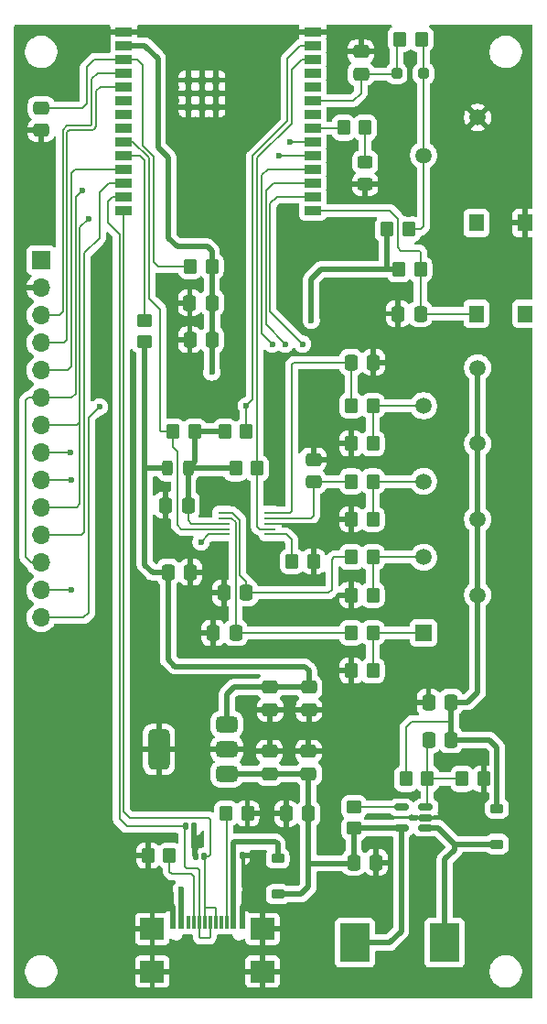
<source format=gtl>
%TF.GenerationSoftware,KiCad,Pcbnew,9.0.4*%
%TF.CreationDate,2025-08-31T12:14:26+02:00*%
%TF.ProjectId,tank_PCB,74616e6b-5f50-4434-922e-6b696361645f,rev?*%
%TF.SameCoordinates,Original*%
%TF.FileFunction,Copper,L1,Top*%
%TF.FilePolarity,Positive*%
%FSLAX46Y46*%
G04 Gerber Fmt 4.6, Leading zero omitted, Abs format (unit mm)*
G04 Created by KiCad (PCBNEW 9.0.4) date 2025-08-31 12:14:26*
%MOMM*%
%LPD*%
G01*
G04 APERTURE LIST*
G04 Aperture macros list*
%AMRoundRect*
0 Rectangle with rounded corners*
0 $1 Rounding radius*
0 $2 $3 $4 $5 $6 $7 $8 $9 X,Y pos of 4 corners*
0 Add a 4 corners polygon primitive as box body*
4,1,4,$2,$3,$4,$5,$6,$7,$8,$9,$2,$3,0*
0 Add four circle primitives for the rounded corners*
1,1,$1+$1,$2,$3*
1,1,$1+$1,$4,$5*
1,1,$1+$1,$6,$7*
1,1,$1+$1,$8,$9*
0 Add four rect primitives between the rounded corners*
20,1,$1+$1,$2,$3,$4,$5,0*
20,1,$1+$1,$4,$5,$6,$7,0*
20,1,$1+$1,$6,$7,$8,$9,0*
20,1,$1+$1,$8,$9,$2,$3,0*%
G04 Aperture macros list end*
%TA.AperFunction,SMDPad,CuDef*%
%ADD10RoundRect,0.250000X0.350000X0.450000X-0.350000X0.450000X-0.350000X-0.450000X0.350000X-0.450000X0*%
%TD*%
%TA.AperFunction,SMDPad,CuDef*%
%ADD11RoundRect,0.250000X-0.350000X-0.450000X0.350000X-0.450000X0.350000X0.450000X-0.350000X0.450000X0*%
%TD*%
%TA.AperFunction,SMDPad,CuDef*%
%ADD12RoundRect,0.250000X-0.475000X0.337500X-0.475000X-0.337500X0.475000X-0.337500X0.475000X0.337500X0*%
%TD*%
%TA.AperFunction,SMDPad,CuDef*%
%ADD13RoundRect,0.250000X-0.337500X-0.475000X0.337500X-0.475000X0.337500X0.475000X-0.337500X0.475000X0*%
%TD*%
%TA.AperFunction,SMDPad,CuDef*%
%ADD14RoundRect,0.250000X0.337500X0.475000X-0.337500X0.475000X-0.337500X-0.475000X0.337500X-0.475000X0*%
%TD*%
%TA.AperFunction,SMDPad,CuDef*%
%ADD15RoundRect,0.125000X0.125000X0.225000X-0.125000X0.225000X-0.125000X-0.225000X0.125000X-0.225000X0*%
%TD*%
%TA.AperFunction,SMDPad,CuDef*%
%ADD16R,2.700000X3.600000*%
%TD*%
%TA.AperFunction,SMDPad,CuDef*%
%ADD17RoundRect,0.225000X-0.375000X0.225000X-0.375000X-0.225000X0.375000X-0.225000X0.375000X0.225000X0*%
%TD*%
%TA.AperFunction,SMDPad,CuDef*%
%ADD18R,1.100000X0.250000*%
%TD*%
%TA.AperFunction,ComponentPad*%
%ADD19C,1.500000*%
%TD*%
%TA.AperFunction,SMDPad,CuDef*%
%ADD20RoundRect,0.250000X-0.250000X-0.250000X0.250000X-0.250000X0.250000X0.250000X-0.250000X0.250000X0*%
%TD*%
%TA.AperFunction,SMDPad,CuDef*%
%ADD21RoundRect,0.150000X0.512500X0.150000X-0.512500X0.150000X-0.512500X-0.150000X0.512500X-0.150000X0*%
%TD*%
%TA.AperFunction,SMDPad,CuDef*%
%ADD22R,1.400000X1.600000*%
%TD*%
%TA.AperFunction,SMDPad,CuDef*%
%ADD23RoundRect,0.250000X0.475000X-0.337500X0.475000X0.337500X-0.475000X0.337500X-0.475000X-0.337500X0*%
%TD*%
%TA.AperFunction,SMDPad,CuDef*%
%ADD24RoundRect,0.243750X-0.243750X-0.456250X0.243750X-0.456250X0.243750X0.456250X-0.243750X0.456250X0*%
%TD*%
%TA.AperFunction,SMDPad,CuDef*%
%ADD25RoundRect,0.125000X-0.125000X-0.225000X0.125000X-0.225000X0.125000X0.225000X-0.125000X0.225000X0*%
%TD*%
%TA.AperFunction,SMDPad,CuDef*%
%ADD26RoundRect,0.250000X-0.450000X0.350000X-0.450000X-0.350000X0.450000X-0.350000X0.450000X0.350000X0*%
%TD*%
%TA.AperFunction,SMDPad,CuDef*%
%ADD27RoundRect,0.225000X0.375000X-0.225000X0.375000X0.225000X-0.375000X0.225000X-0.375000X-0.225000X0*%
%TD*%
%TA.AperFunction,SMDPad,CuDef*%
%ADD28R,0.600000X1.150000*%
%TD*%
%TA.AperFunction,SMDPad,CuDef*%
%ADD29R,0.300000X1.150000*%
%TD*%
%TA.AperFunction,SMDPad,CuDef*%
%ADD30R,2.180000X2.000000*%
%TD*%
%TA.AperFunction,SMDPad,CuDef*%
%ADD31R,1.500000X0.900000*%
%TD*%
%TA.AperFunction,SMDPad,CuDef*%
%ADD32R,0.800000X0.800000*%
%TD*%
%TA.AperFunction,ComponentPad*%
%ADD33R,1.500000X1.500000*%
%TD*%
%TA.AperFunction,ComponentPad*%
%ADD34R,1.700000X1.700000*%
%TD*%
%TA.AperFunction,ComponentPad*%
%ADD35O,1.700000X1.700000*%
%TD*%
%TA.AperFunction,SMDPad,CuDef*%
%ADD36RoundRect,0.250000X0.450000X-0.325000X0.450000X0.325000X-0.450000X0.325000X-0.450000X-0.325000X0*%
%TD*%
%TA.AperFunction,SMDPad,CuDef*%
%ADD37RoundRect,0.250000X0.450000X-0.350000X0.450000X0.350000X-0.450000X0.350000X-0.450000X-0.350000X0*%
%TD*%
%TA.AperFunction,SMDPad,CuDef*%
%ADD38RoundRect,0.375000X0.625000X0.375000X-0.625000X0.375000X-0.625000X-0.375000X0.625000X-0.375000X0*%
%TD*%
%TA.AperFunction,SMDPad,CuDef*%
%ADD39RoundRect,0.500000X0.500000X1.400000X-0.500000X1.400000X-0.500000X-1.400000X0.500000X-1.400000X0*%
%TD*%
%TA.AperFunction,ViaPad*%
%ADD40C,0.600000*%
%TD*%
%TA.AperFunction,Conductor*%
%ADD41C,0.500000*%
%TD*%
%TA.AperFunction,Conductor*%
%ADD42C,0.200000*%
%TD*%
G04 APERTURE END LIST*
D10*
%TO.P,R11,1*%
%TO.N,Net-(J3-Pad1)*%
X93700000Y-150200000D03*
%TO.P,R11,2*%
%TO.N,GND*%
X91700000Y-150200000D03*
%TD*%
D11*
%TO.P,R19,1*%
%TO.N,Net-(U4-GPIO23)*%
X91000000Y-100000000D03*
%TO.P,R19,2*%
%TO.N,Net-(D7-A)*%
X93000000Y-100000000D03*
%TD*%
D12*
%TO.P,C10,1*%
%TO.N,Net-(U4-EN{slash}CHIP_PU)*%
X63000000Y-98162500D03*
%TO.P,C10,2*%
%TO.N,GND*%
X63000000Y-100237500D03*
%TD*%
%TO.P,C12,1*%
%TO.N,+3.3V*%
X87800000Y-151725000D03*
%TO.P,C12,2*%
%TO.N,GND*%
X87800000Y-153800000D03*
%TD*%
D13*
%TO.P,C16,1*%
%TO.N,A1*%
X91700000Y-121700000D03*
%TO.P,C16,2*%
%TO.N,GND*%
X93775000Y-121700000D03*
%TD*%
D14*
%TO.P,C5,1*%
%TO.N,+20V*%
X100937500Y-156600000D03*
%TO.P,C5,2*%
%TO.N,Net-(U3-FB)*%
X98862500Y-156600000D03*
%TD*%
D15*
%TO.P,D6,1,A1*%
%TO.N,GND*%
X77150000Y-164600000D03*
%TO.P,D6,2,A2*%
%TO.N,USB-*%
X76350000Y-164600000D03*
%TD*%
D11*
%TO.P,R13,1*%
%TO.N,+3.3V*%
X95000000Y-109400000D03*
%TO.P,R13,2*%
%TO.N,Net-(D2-A)*%
X97000000Y-109400000D03*
%TD*%
%TO.P,R22,1*%
%TO.N,A2*%
X91700000Y-139700000D03*
%TO.P,R22,2*%
%TO.N,Net-(J3-Pad3)*%
X93700000Y-139700000D03*
%TD*%
%TO.P,R7,1*%
%TO.N,+20V*%
X96762500Y-160200000D03*
%TO.P,R7,2*%
%TO.N,Net-(U3-FB)*%
X98762500Y-160200000D03*
%TD*%
D16*
%TO.P,L1,1,1*%
%TO.N,+5V*%
X92050000Y-175325000D03*
%TO.P,L1,2,2*%
%TO.N,Net-(D1-A)*%
X100350000Y-175325000D03*
%TD*%
D13*
%TO.P,C1,1*%
%TO.N,GND*%
X74525000Y-134900000D03*
%TO.P,C1,2*%
%TO.N,Net-(U1-VDD)*%
X76600000Y-134900000D03*
%TD*%
D10*
%TO.P,R10,1*%
%TO.N,Net-(J3-Pad3)*%
X93700000Y-143200000D03*
%TO.P,R10,2*%
%TO.N,GND*%
X91700000Y-143200000D03*
%TD*%
%TO.P,R14,1*%
%TO.N,Net-(U4-GPIO9)*%
X98100000Y-113100000D03*
%TO.P,R14,2*%
%TO.N,+3.3V*%
X96100000Y-113100000D03*
%TD*%
D17*
%TO.P,D1,1,K*%
%TO.N,+20V*%
X105200000Y-162925000D03*
%TO.P,D1,2,A*%
%TO.N,Net-(D1-A)*%
X105200000Y-166225000D03*
%TD*%
D10*
%TO.P,R15,1*%
%TO.N,GND*%
X82100000Y-163400000D03*
%TO.P,R15,2*%
%TO.N,Net-(J5-CC2)*%
X80100000Y-163400000D03*
%TD*%
D18*
%TO.P,U1,1,ADDR*%
%TO.N,Net-(U1-ADDR)*%
X84200000Y-137600000D03*
%TO.P,U1,2,ALERT/RDY*%
%TO.N,RDY*%
X84200000Y-137100000D03*
%TO.P,U1,3,GND*%
%TO.N,GND*%
X84200000Y-136600000D03*
%TO.P,U1,4,AIN0*%
%TO.N,A0*%
X84200000Y-136100000D03*
%TO.P,U1,5,AIN1*%
%TO.N,A1*%
X84200000Y-135600000D03*
%TO.P,U1,6,AIN2*%
%TO.N,A2*%
X79900000Y-135600000D03*
%TO.P,U1,7,AIN3*%
%TO.N,A3*%
X79900000Y-136100000D03*
%TO.P,U1,8,VDD*%
%TO.N,Net-(U1-VDD)*%
X79900000Y-136600000D03*
%TO.P,U1,9,SDA*%
%TO.N,SDA*%
X79900000Y-137100000D03*
%TO.P,U1,10,SCL*%
%TO.N,SCL*%
X79900000Y-137600000D03*
%TD*%
D19*
%TO.P,J2,1,1*%
%TO.N,GND*%
X103400000Y-99050000D03*
%TO.P,J2,2,2*%
%TO.N,Net-(D2-A)*%
X98400000Y-102550000D03*
%TD*%
D11*
%TO.P,R4,1*%
%TO.N,Net-(U1-VDD)*%
X81000000Y-131500000D03*
%TO.P,R4,2*%
%TO.N,RDY*%
X83000000Y-131500000D03*
%TD*%
%TO.P,R16,1*%
%TO.N,GND*%
X72900000Y-167300000D03*
%TO.P,R16,2*%
%TO.N,Net-(J5-CC1)*%
X74900000Y-167300000D03*
%TD*%
D10*
%TO.P,R8,1*%
%TO.N,Net-(J3-Pad7)*%
X93700000Y-129200000D03*
%TO.P,R8,2*%
%TO.N,GND*%
X91700000Y-129200000D03*
%TD*%
D11*
%TO.P,R1,1*%
%TO.N,Net-(U1-VDD)*%
X80000000Y-128100000D03*
%TO.P,R1,2*%
%TO.N,SCL*%
X82000000Y-128100000D03*
%TD*%
D20*
%TO.P,D2,1,K*%
%TO.N,IRQ_METER*%
X95900000Y-95000000D03*
%TO.P,D2,2,A*%
%TO.N,Net-(D2-A)*%
X98400000Y-95000000D03*
%TD*%
D11*
%TO.P,R17,1*%
%TO.N,Net-(U4-EN{slash}CHIP_PU)*%
X76800000Y-112800000D03*
%TO.P,R17,2*%
%TO.N,+3.3V*%
X78800000Y-112800000D03*
%TD*%
%TO.P,R20,1*%
%TO.N,A1*%
X91700000Y-125700000D03*
%TO.P,R20,2*%
%TO.N,Net-(J3-Pad7)*%
X93700000Y-125700000D03*
%TD*%
D14*
%TO.P,C9,1*%
%TO.N,+3.3V*%
X78837500Y-116200000D03*
%TO.P,C9,2*%
%TO.N,GND*%
X76762500Y-116200000D03*
%TD*%
D21*
%TO.P,U3,1,SW*%
%TO.N,Net-(D1-A)*%
X98600000Y-164725000D03*
%TO.P,U3,2,GND*%
%TO.N,GND*%
X98600000Y-163775000D03*
%TO.P,U3,3,FB*%
%TO.N,Net-(U3-FB)*%
X98600000Y-162825000D03*
%TO.P,U3,4,EN*%
%TO.N,Net-(U3-EN)*%
X96325000Y-162825000D03*
%TO.P,U3,5,VIN*%
%TO.N,+5V*%
X96325000Y-164725000D03*
%TD*%
D10*
%TO.P,R9,1*%
%TO.N,Net-(J3-Pad5)*%
X93700000Y-136200000D03*
%TO.P,R9,2*%
%TO.N,GND*%
X91700000Y-136200000D03*
%TD*%
D22*
%TO.P,S1,1*%
%TO.N,Net-(U4-GPIO9)*%
X103300000Y-117200000D03*
%TO.P,S1,2*%
%TO.N,unconnected-(S1-Pad2)*%
X107800000Y-117200000D03*
%TO.P,S1,3*%
%TO.N,unconnected-(S1-Pad3)*%
X103300000Y-108800000D03*
%TO.P,S1,4*%
%TO.N,GND*%
X107800000Y-108800000D03*
%TD*%
D23*
%TO.P,C14,1*%
%TO.N,+5V*%
X84150000Y-159737500D03*
%TO.P,C14,2*%
%TO.N,GND*%
X84150000Y-157662500D03*
%TD*%
%TO.P,C17,1*%
%TO.N,A0*%
X88200000Y-132737500D03*
%TO.P,C17,2*%
%TO.N,GND*%
X88200000Y-130662500D03*
%TD*%
D24*
%TO.P,F1,1*%
%TO.N,+3.3V*%
X74725000Y-131500000D03*
%TO.P,F1,2*%
%TO.N,Net-(U1-VDD)*%
X76600000Y-131500000D03*
%TD*%
D13*
%TO.P,C3,1*%
%TO.N,+5V*%
X91925000Y-167925000D03*
%TO.P,C3,2*%
%TO.N,GND*%
X94000000Y-167925000D03*
%TD*%
D23*
%TO.P,C13,1*%
%TO.N,+5V*%
X87750000Y-159737500D03*
%TO.P,C13,2*%
%TO.N,GND*%
X87750000Y-157662500D03*
%TD*%
D12*
%TO.P,C11,1*%
%TO.N,+3.3V*%
X84200000Y-151725000D03*
%TO.P,C11,2*%
%TO.N,GND*%
X84200000Y-153800000D03*
%TD*%
D14*
%TO.P,C7,1*%
%TO.N,+5V*%
X87737500Y-163400000D03*
%TO.P,C7,2*%
%TO.N,GND*%
X85662500Y-163400000D03*
%TD*%
D23*
%TO.P,C6,1*%
%TO.N,IRQ_METER*%
X92600000Y-95037500D03*
%TO.P,C6,2*%
%TO.N,GND*%
X92600000Y-92962500D03*
%TD*%
D14*
%TO.P,C4,1*%
%TO.N,+20V*%
X100937500Y-153100000D03*
%TO.P,C4,2*%
%TO.N,GND*%
X98862500Y-153100000D03*
%TD*%
D25*
%TO.P,D5,1,A1*%
%TO.N,GND*%
X77300000Y-167400000D03*
%TO.P,D5,2,A2*%
%TO.N,USB+*%
X78100000Y-167400000D03*
%TD*%
D14*
%TO.P,C19,1*%
%TO.N,A3*%
X81000000Y-146700000D03*
%TO.P,C19,2*%
%TO.N,GND*%
X78925000Y-146700000D03*
%TD*%
D11*
%TO.P,R3,1*%
%TO.N,Net-(U1-ADDR)*%
X86200000Y-140100000D03*
%TO.P,R3,2*%
%TO.N,GND*%
X88200000Y-140100000D03*
%TD*%
D26*
%TO.P,R18,1*%
%TO.N,Net-(U4-GPIO8)*%
X72600000Y-117800000D03*
%TO.P,R18,2*%
%TO.N,+3.3V*%
X72600000Y-119800000D03*
%TD*%
D14*
%TO.P,C15,1*%
%TO.N,Net-(U4-GPIO9)*%
X98100000Y-117200000D03*
%TO.P,C15,2*%
%TO.N,GND*%
X96025000Y-117200000D03*
%TD*%
D27*
%TO.P,D3,1,K*%
%TO.N,+5V*%
X84900000Y-170850000D03*
%TO.P,D3,2,A*%
%TO.N,VBUS*%
X84900000Y-167550000D03*
%TD*%
D28*
%TO.P,J5,A1/B12,GND*%
%TO.N,GND*%
X75200000Y-173495000D03*
%TO.P,J5,A4/B9,VBUS*%
%TO.N,VBUS*%
X76000000Y-173495000D03*
D29*
%TO.P,J5,A5,CC1*%
%TO.N,Net-(J5-CC1)*%
X77150000Y-173495000D03*
%TO.P,J5,A6,DP1*%
%TO.N,USB+*%
X78150000Y-173495000D03*
%TO.P,J5,A7,DN1*%
%TO.N,USB-*%
X78650000Y-173495000D03*
%TO.P,J5,A8,SBU1*%
%TO.N,unconnected-(J5-SBU1-PadA8)*%
X79650000Y-173495000D03*
D28*
%TO.P,J5,B1/A12,GND*%
%TO.N,GND*%
X81600000Y-173495000D03*
%TO.P,J5,B4/A9,VBUS*%
%TO.N,VBUS*%
X80800000Y-173495000D03*
D29*
%TO.P,J5,B5,CC2*%
%TO.N,Net-(J5-CC2)*%
X80150000Y-173495000D03*
%TO.P,J5,B6,DP2*%
%TO.N,USB+*%
X79150000Y-173495000D03*
%TO.P,J5,B7,DN2*%
%TO.N,USB-*%
X77650000Y-173495000D03*
%TO.P,J5,B8,SBU2*%
%TO.N,unconnected-(J5-SBU2-PadB8)*%
X76650000Y-173495000D03*
D30*
%TO.P,J5,S1,GND*%
%TO.N,GND*%
X73290000Y-174070000D03*
%TO.P,J5,S2,GND*%
X83510000Y-174070000D03*
%TO.P,J5,S3,GND*%
X73290000Y-178000000D03*
%TO.P,J5,S4,GND*%
X83510000Y-178000000D03*
%TD*%
D31*
%TO.P,U4,1,GND*%
%TO.N,GND*%
X70650000Y-91140000D03*
%TO.P,U4,2,3V3*%
%TO.N,+3.3V*%
X70650000Y-92410000D03*
%TO.P,U4,3,EN/CHIP_PU*%
%TO.N,Net-(U4-EN{slash}CHIP_PU)*%
X70650000Y-93680000D03*
%TO.P,U4,4,MTMS/GPIO4/ADC1_CH4*%
%TO.N,TFT_CS*%
X70650000Y-94950000D03*
%TO.P,U4,5,MTDI/GPIO5/ADC1_CH5*%
%TO.N,TFT_RST*%
X70650000Y-96220000D03*
%TO.P,U4,6,MTCK/GPIO6/ADC1_CH6*%
%TO.N,unconnected-(U4-MTCK{slash}GPIO6{slash}ADC1_CH6-Pad6)*%
X70650000Y-97490000D03*
%TO.P,U4,7,MTDO/GPIO7*%
%TO.N,unconnected-(U4-MTDO{slash}GPIO7-Pad7)*%
X70650000Y-98760000D03*
%TO.P,U4,8,GPIO0/ADC1_CH0/XTAL_32K_P*%
%TO.N,unconnected-(U4-GPIO0{slash}ADC1_CH0{slash}XTAL_32K_P-Pad8)*%
X70650000Y-100030000D03*
%TO.P,U4,9,GPIO1/ADC1_CH1/XTAL_32K_N*%
%TO.N,SDA*%
X70650000Y-101300000D03*
%TO.P,U4,10,GPIO8*%
%TO.N,Net-(U4-GPIO8)*%
X70650000Y-102570000D03*
%TO.P,U4,11,GPIO10*%
%TO.N,TFT_DC*%
X70650000Y-103840000D03*
%TO.P,U4,12,GPIO11*%
%TO.N,TOUCH_CS*%
X70650000Y-105110000D03*
%TO.P,U4,13,GPIO12/USB_D-*%
%TO.N,USB-*%
X70650000Y-106380000D03*
%TO.P,U4,14,GPIO13/USB_D+*%
%TO.N,USB+*%
X70650000Y-107650000D03*
%TO.P,U4,15,GPIO9*%
%TO.N,Net-(U4-GPIO9)*%
X88150000Y-107650000D03*
%TO.P,U4,16,GPIO18*%
%TO.N,TOUCH_IRQ*%
X88150000Y-106380000D03*
%TO.P,U4,17,GPIO19*%
%TO.N,MISO*%
X88150000Y-105110000D03*
%TO.P,U4,18,GPIO20*%
%TO.N,BCK_LIGHT*%
X88150000Y-103840000D03*
%TO.P,U4,19,GPIO21*%
%TO.N,SCK*%
X88150000Y-102570000D03*
%TO.P,U4,20,GPIO22*%
%TO.N,MOSI*%
X88150000Y-101300000D03*
%TO.P,U4,21,GPIO23*%
%TO.N,Net-(U4-GPIO23)*%
X88150000Y-100030000D03*
%TO.P,U4,22,NC*%
%TO.N,unconnected-(U4-NC-Pad22)*%
X88150000Y-98760000D03*
%TO.P,U4,23,GPIO15*%
%TO.N,IRQ_METER*%
X88150000Y-97490000D03*
%TO.P,U4,24,U0RXD/GPIO17*%
%TO.N,unconnected-(U4-U0RXD{slash}GPIO17-Pad24)*%
X88150000Y-96220000D03*
%TO.P,U4,25,U0TXD/GPIO16*%
%TO.N,unconnected-(U4-U0TXD{slash}GPIO16-Pad25)*%
X88150000Y-94950000D03*
%TO.P,U4,26,GPIO3/ADC1_CH3*%
%TO.N,RDY*%
X88150000Y-93680000D03*
%TO.P,U4,27,GPIO2/ADC1_CH2*%
%TO.N,SCL*%
X88150000Y-92410000D03*
%TO.P,U4,28,GND*%
%TO.N,GND*%
X88150000Y-91140000D03*
D32*
%TO.P,U4,29,GND*%
X76645000Y-95610000D03*
X76645000Y-96860000D03*
X76645000Y-98110000D03*
X77895000Y-95610000D03*
X77895000Y-96860000D03*
X77895000Y-98110000D03*
X79145000Y-95610000D03*
X79145000Y-96860000D03*
X79145000Y-98110000D03*
%TD*%
D33*
%TO.P,J3,1,1*%
%TO.N,Net-(J3-Pad1)*%
X98400000Y-146700000D03*
D19*
%TO.P,J3,2,2*%
%TO.N,+20V*%
X103400000Y-143200000D03*
%TO.P,J3,3,3*%
%TO.N,Net-(J3-Pad3)*%
X98400000Y-139700000D03*
%TO.P,J3,4,4*%
%TO.N,+20V*%
X103400000Y-136200000D03*
%TO.P,J3,5,5*%
%TO.N,Net-(J3-Pad5)*%
X98400000Y-132700000D03*
%TO.P,J3,6,6*%
%TO.N,+20V*%
X103400000Y-129200000D03*
%TO.P,J3,7,7*%
%TO.N,Net-(J3-Pad7)*%
X98400000Y-125700000D03*
%TO.P,J3,8,8*%
%TO.N,+20V*%
X103400000Y-122200000D03*
%TD*%
D11*
%TO.P,R21,1*%
%TO.N,A0*%
X91700000Y-132700000D03*
%TO.P,R21,2*%
%TO.N,Net-(J3-Pad5)*%
X93700000Y-132700000D03*
%TD*%
D14*
%TO.P,C8,1*%
%TO.N,+3.3V*%
X78840000Y-119600000D03*
%TO.P,C8,2*%
%TO.N,GND*%
X76765000Y-119600000D03*
%TD*%
D15*
%TO.P,D4,1,A1*%
%TO.N,GND*%
X81600000Y-167300000D03*
%TO.P,D4,2,A2*%
%TO.N,VBUS*%
X80800000Y-167300000D03*
%TD*%
D34*
%TO.P,J1,1,Pin_1*%
%TO.N,+3.3V*%
X63000000Y-112260000D03*
D35*
%TO.P,J1,2,Pin_2*%
%TO.N,GND*%
X63000000Y-114800000D03*
%TO.P,J1,3,Pin_3*%
%TO.N,TFT_CS*%
X63000000Y-117340000D03*
%TO.P,J1,4,Pin_4*%
%TO.N,TFT_RST*%
X63000000Y-119880000D03*
%TO.P,J1,5,Pin_5*%
%TO.N,TFT_DC*%
X63000000Y-122420000D03*
%TO.P,J1,6,Pin_6*%
%TO.N,MOSI*%
X63000000Y-124960000D03*
%TO.P,J1,7,Pin_7*%
%TO.N,SCK*%
X63000000Y-127500000D03*
%TO.P,J1,8,Pin_8*%
%TO.N,BCK_LIGHT*%
X63000000Y-130040000D03*
%TO.P,J1,9,Pin_9*%
%TO.N,MISO*%
X63000000Y-132580000D03*
%TO.P,J1,10,Pin_10*%
%TO.N,SCK*%
X63000000Y-135120000D03*
%TO.P,J1,11,Pin_11*%
%TO.N,TOUCH_CS*%
X63000000Y-137660000D03*
%TO.P,J1,12,Pin_12*%
%TO.N,MOSI*%
X63000000Y-140200000D03*
%TO.P,J1,13,Pin_13*%
%TO.N,MISO*%
X63000000Y-142740000D03*
%TO.P,J1,14,Pin_14*%
%TO.N,TOUCH_IRQ*%
X63000000Y-145280000D03*
%TD*%
D36*
%TO.P,D7,1,K*%
%TO.N,GND*%
X93000000Y-105225000D03*
%TO.P,D7,2,A*%
%TO.N,Net-(D7-A)*%
X93000000Y-103175000D03*
%TD*%
D11*
%TO.P,R12,1*%
%TO.N,IRQ_METER*%
X96200000Y-91800000D03*
%TO.P,R12,2*%
%TO.N,Net-(D2-A)*%
X98200000Y-91800000D03*
%TD*%
D37*
%TO.P,R5,1*%
%TO.N,+5V*%
X91962500Y-164775000D03*
%TO.P,R5,2*%
%TO.N,Net-(U3-EN)*%
X91962500Y-162775000D03*
%TD*%
D10*
%TO.P,R2,1*%
%TO.N,Net-(U1-VDD)*%
X77200000Y-128100000D03*
%TO.P,R2,2*%
%TO.N,SDA*%
X75200000Y-128100000D03*
%TD*%
D11*
%TO.P,R6,1*%
%TO.N,Net-(U3-FB)*%
X101962500Y-160200000D03*
%TO.P,R6,2*%
%TO.N,GND*%
X103962500Y-160200000D03*
%TD*%
D38*
%TO.P,U5,1,IN*%
%TO.N,+5V*%
X80200000Y-159762500D03*
%TO.P,U5,2,GND*%
%TO.N,GND*%
X80200000Y-157462500D03*
D39*
X73900000Y-157462500D03*
D38*
%TO.P,U5,3,OUT*%
%TO.N,+3.3V*%
X80200000Y-155162500D03*
%TD*%
D14*
%TO.P,C18,1*%
%TO.N,A2*%
X82000000Y-143000000D03*
%TO.P,C18,2*%
%TO.N,GND*%
X79925000Y-143000000D03*
%TD*%
D11*
%TO.P,R23,1*%
%TO.N,A3*%
X91700000Y-146700000D03*
%TO.P,R23,2*%
%TO.N,Net-(J3-Pad1)*%
X93700000Y-146700000D03*
%TD*%
D13*
%TO.P,C2,1*%
%TO.N,+3.3V*%
X74762500Y-141100000D03*
%TO.P,C2,2*%
%TO.N,GND*%
X76837500Y-141100000D03*
%TD*%
D40*
%TO.N,GND*%
X97000000Y-108000000D03*
X74800000Y-171600000D03*
X69000000Y-129000000D03*
X85000000Y-133000000D03*
X82000000Y-171600000D03*
X69000000Y-112000000D03*
X90000000Y-166000000D03*
X81000000Y-121000000D03*
X67000000Y-166000000D03*
X79000000Y-108000000D03*
X66000000Y-96000000D03*
X84000000Y-145000000D03*
X77200000Y-166000000D03*
X79000000Y-133000000D03*
%TO.N,SCL*%
X77800000Y-138300000D03*
X82000000Y-125700000D03*
%TO.N,+3.3V*%
X78800000Y-122600000D03*
X88000000Y-117800000D03*
X72600000Y-122600000D03*
%TO.N,SCK*%
X67400000Y-108400000D03*
X85025000Y-102550000D03*
%TO.N,BCK_LIGHT*%
X65700000Y-130050000D03*
X84400000Y-120000000D03*
%TO.N,MOSI*%
X86000000Y-101300000D03*
X66800000Y-105800000D03*
%TO.N,MISO*%
X65800000Y-142740000D03*
X65800000Y-132580000D03*
X85600000Y-120000000D03*
%TO.N,TOUCH_IRQ*%
X87200000Y-120000000D03*
X68400000Y-125800000D03*
%TO.N,VBUS*%
X76000000Y-170400000D03*
X80800000Y-170400000D03*
%TD*%
D41*
%TO.N,GND*%
X77200000Y-167300000D02*
X77300000Y-167400000D01*
X77150000Y-165950000D02*
X77200000Y-166000000D01*
X75200000Y-173600000D02*
X75200000Y-172000000D01*
X77200000Y-166000000D02*
X77200000Y-167300000D01*
X81600000Y-173600000D02*
X81600000Y-172000000D01*
X75200000Y-172000000D02*
X74800000Y-171600000D01*
X81600000Y-172000000D02*
X82000000Y-171600000D01*
D42*
X89000000Y-136600000D02*
X89400000Y-136200000D01*
X84200000Y-136600000D02*
X89000000Y-136600000D01*
D41*
X77150000Y-164600000D02*
X77150000Y-165950000D01*
D42*
X89400000Y-136200000D02*
X91700000Y-136200000D01*
%TO.N,A2*%
X81400000Y-141400000D02*
X82000000Y-142000000D01*
X80700000Y-135600000D02*
X81400000Y-136300000D01*
X89600000Y-143000000D02*
X81837500Y-143000000D01*
X91700000Y-139700000D02*
X90100000Y-139700000D01*
X79900000Y-135600000D02*
X80700000Y-135600000D01*
X81400000Y-136300000D02*
X81400000Y-141400000D01*
X89900000Y-139900000D02*
X89900000Y-142700000D01*
X90100000Y-139700000D02*
X89900000Y-139900000D01*
X82000000Y-142000000D02*
X82000000Y-143000000D01*
X89900000Y-142700000D02*
X89600000Y-143000000D01*
%TO.N,SCL*%
X86990000Y-92410000D02*
X85800000Y-93600000D01*
X82000000Y-128100000D02*
X82000000Y-125700000D01*
X77800000Y-138300000D02*
X78500000Y-137600000D01*
X82600000Y-125100000D02*
X82000000Y-125700000D01*
X85800000Y-99400000D02*
X82600000Y-102600000D01*
X82600000Y-102600000D02*
X82600000Y-125100000D01*
X88150000Y-92410000D02*
X86990000Y-92410000D01*
X85800000Y-93600000D02*
X85800000Y-99400000D01*
X78500000Y-137600000D02*
X79900000Y-137600000D01*
%TO.N,A0*%
X84200000Y-136100000D02*
X88000000Y-136100000D01*
X88200000Y-132737500D02*
X91662500Y-132737500D01*
X88000000Y-136100000D02*
X88200000Y-135900000D01*
X91662500Y-132737500D02*
X91700000Y-132700000D01*
X88200000Y-135900000D02*
X88200000Y-132737500D01*
%TO.N,RDY*%
X86200000Y-94600000D02*
X87120000Y-93680000D01*
X83200000Y-137100000D02*
X83000000Y-136900000D01*
X83000000Y-131500000D02*
X83000000Y-102800000D01*
X86200000Y-99600000D02*
X86200000Y-94600000D01*
X83000000Y-102800000D02*
X86200000Y-99600000D01*
X84200000Y-137100000D02*
X83200000Y-137100000D01*
X83000000Y-136900000D02*
X83000000Y-131500000D01*
X87120000Y-93680000D02*
X88150000Y-93680000D01*
%TO.N,Net-(U1-ADDR)*%
X86200000Y-138100000D02*
X86200000Y-139600000D01*
X84200000Y-137600000D02*
X85700000Y-137600000D01*
X85700000Y-137600000D02*
X86200000Y-138100000D01*
%TO.N,Net-(U1-VDD)*%
X76900000Y-136600000D02*
X76600000Y-136300000D01*
D41*
X76600000Y-131500000D02*
X77200000Y-130900000D01*
X76600000Y-131500000D02*
X81000000Y-131500000D01*
D42*
X76600000Y-136300000D02*
X76600000Y-134900000D01*
D41*
X76600000Y-131500000D02*
X76600000Y-134900000D01*
X77200000Y-128100000D02*
X80000000Y-128100000D01*
D42*
X79900000Y-136600000D02*
X76900000Y-136600000D01*
D41*
X77200000Y-130900000D02*
X77200000Y-128100000D01*
D42*
%TO.N,A1*%
X84200000Y-135600000D02*
X86000000Y-135600000D01*
X86000000Y-135600000D02*
X86200000Y-135400000D01*
X91700000Y-125700000D02*
X91700000Y-121700000D01*
X86200000Y-121900000D02*
X86400000Y-121700000D01*
X91700000Y-121700000D02*
X86400000Y-121700000D01*
X86200000Y-135400000D02*
X86200000Y-121900000D01*
%TO.N,SDA*%
X74000000Y-128000000D02*
X74100000Y-128100000D01*
X70650000Y-101300000D02*
X71500000Y-101300000D01*
X75600000Y-136700000D02*
X75600000Y-129900000D01*
X74000000Y-116800000D02*
X74000000Y-128000000D01*
X73000000Y-102800000D02*
X73000000Y-115800000D01*
X74100000Y-128100000D02*
X75200000Y-128100000D01*
X71500000Y-101300000D02*
X73000000Y-102800000D01*
X73000000Y-115800000D02*
X74000000Y-116800000D01*
X75200000Y-128100000D02*
X75400000Y-127900000D01*
X75600000Y-129900000D02*
X75200000Y-129500000D01*
X75200000Y-129500000D02*
X75200000Y-128100000D01*
X76000000Y-137100000D02*
X75600000Y-136700000D01*
X79900000Y-137100000D02*
X76000000Y-137100000D01*
%TO.N,A3*%
X81100000Y-146700000D02*
X81000000Y-146800000D01*
X91600000Y-146800000D02*
X91700000Y-146700000D01*
X80950000Y-146750000D02*
X81000000Y-146800000D01*
X79900000Y-136100000D02*
X80634314Y-136100000D01*
X81000000Y-136465686D02*
X81000000Y-146700000D01*
X80634314Y-136100000D02*
X81000000Y-136465686D01*
X91700000Y-146700000D02*
X81000000Y-146700000D01*
D41*
%TO.N,+5V*%
X96325000Y-174275000D02*
X95275000Y-175325000D01*
X92012500Y-164725000D02*
X91962500Y-164775000D01*
X96325000Y-164725000D02*
X96325000Y-174275000D01*
X87750000Y-159737500D02*
X84150000Y-159737500D01*
X84150000Y-159737500D02*
X80225000Y-159737500D01*
X87737500Y-168000000D02*
X87737500Y-163400000D01*
X96325000Y-164725000D02*
X92012500Y-164725000D01*
X87737500Y-163400000D02*
X87737500Y-159750000D01*
X87737500Y-170162500D02*
X87737500Y-168000000D01*
X87050000Y-170850000D02*
X87737500Y-170162500D01*
X91925000Y-167925000D02*
X91850000Y-168000000D01*
X80225000Y-159737500D02*
X80200000Y-159762500D01*
X84900000Y-170850000D02*
X87050000Y-170850000D01*
X95275000Y-175325000D02*
X92050000Y-175325000D01*
X87737500Y-159750000D02*
X87750000Y-159737500D01*
X91925000Y-167925000D02*
X91925000Y-164812500D01*
X91850000Y-168000000D02*
X87737500Y-168000000D01*
X91925000Y-164812500D02*
X91962500Y-164775000D01*
%TO.N,+3.3V*%
X74762500Y-141100000D02*
X74762500Y-149162500D01*
X75600000Y-111000000D02*
X78400000Y-111000000D01*
X95100000Y-113100000D02*
X96100000Y-113100000D01*
X74800000Y-110200000D02*
X75600000Y-111000000D01*
X78800000Y-112800000D02*
X78800000Y-116162500D01*
X70650000Y-92410000D02*
X72610000Y-92410000D01*
X88000000Y-114000000D02*
X88900000Y-113100000D01*
X78800000Y-116162500D02*
X78837500Y-116200000D01*
X95000000Y-113000000D02*
X95100000Y-113100000D01*
X88000000Y-114000000D02*
X88000000Y-117800000D01*
X88900000Y-113100000D02*
X95100000Y-113100000D01*
X80200000Y-152362500D02*
X80837500Y-151725000D01*
X95000000Y-109400000D02*
X95000000Y-113000000D01*
X72600000Y-122600000D02*
X72600000Y-119800000D01*
X78837500Y-116200000D02*
X78837500Y-119597500D01*
X87800000Y-150200000D02*
X87800000Y-151725000D01*
X78800000Y-119640000D02*
X78840000Y-119600000D01*
X74762500Y-141100000D02*
X73300000Y-141100000D01*
X72600000Y-140400000D02*
X72600000Y-131500000D01*
X78837500Y-119597500D02*
X78840000Y-119600000D01*
X80200000Y-155162500D02*
X80200000Y-152362500D01*
X73300000Y-141100000D02*
X72600000Y-140400000D01*
X73800000Y-93600000D02*
X73800000Y-101800000D01*
X78400000Y-111000000D02*
X78800000Y-111400000D01*
X74762500Y-149162500D02*
X75400000Y-149800000D01*
X74800000Y-102800000D02*
X74800000Y-110200000D01*
X74725000Y-131500000D02*
X72600000Y-131500000D01*
X78800000Y-122600000D02*
X78800000Y-119640000D01*
X78800000Y-111400000D02*
X78800000Y-112800000D01*
X87400000Y-149800000D02*
X87800000Y-150200000D01*
X73800000Y-101800000D02*
X74800000Y-102800000D01*
X84200000Y-151725000D02*
X87800000Y-151725000D01*
X80837500Y-151725000D02*
X84200000Y-151725000D01*
X75400000Y-149800000D02*
X87400000Y-149800000D01*
X72610000Y-92410000D02*
X73800000Y-93600000D01*
X72600000Y-131500000D02*
X72600000Y-122600000D01*
%TO.N,Net-(D1-A)*%
X101250000Y-166225000D02*
X101250000Y-166750000D01*
X98600000Y-164725000D02*
X99750000Y-164725000D01*
X102600000Y-166225000D02*
X105200000Y-166225000D01*
X101250000Y-166225000D02*
X102600000Y-166225000D01*
X100350000Y-167650000D02*
X100350000Y-175325000D01*
X99750000Y-164725000D02*
X101250000Y-166225000D01*
X101250000Y-166750000D02*
X100350000Y-167650000D01*
D42*
%TO.N,Net-(U3-EN)*%
X91962500Y-162775000D02*
X96275000Y-162775000D01*
X96275000Y-162775000D02*
X96325000Y-162825000D01*
%TO.N,Net-(U3-FB)*%
X98762500Y-156700000D02*
X98862500Y-156600000D01*
X98762500Y-160200000D02*
X98762500Y-156700000D01*
X98762500Y-162662500D02*
X98600000Y-162825000D01*
X98762500Y-160200000D02*
X101962500Y-160200000D01*
X98762500Y-160200000D02*
X98762500Y-162662500D01*
%TO.N,Net-(D2-A)*%
X98400000Y-95000000D02*
X98400000Y-94800000D01*
X98400000Y-109100000D02*
X98100000Y-109400000D01*
X98400000Y-95000000D02*
X98400000Y-91600000D01*
X98400000Y-102550000D02*
X98500000Y-102650000D01*
X98100000Y-109400000D02*
X97000000Y-109400000D01*
X98400000Y-94800000D02*
X98600000Y-94600000D01*
X98400000Y-102550000D02*
X98400000Y-109100000D01*
X98400000Y-91600000D02*
X98200000Y-91400000D01*
X98400000Y-95000000D02*
X98400000Y-102550000D01*
D41*
%TO.N,+20V*%
X105200000Y-157300000D02*
X105200000Y-162925000D01*
X103400000Y-136200000D02*
X103400000Y-129200000D01*
X100937500Y-156600000D02*
X100937500Y-154900000D01*
X100937500Y-153100000D02*
X102500000Y-153100000D01*
X103400000Y-152200000D02*
X103400000Y-143200000D01*
D42*
X97300000Y-154900000D02*
X96762500Y-155437500D01*
D41*
X104500000Y-156600000D02*
X105200000Y-157300000D01*
D42*
X100937500Y-154900000D02*
X97300000Y-154900000D01*
D41*
X100937500Y-154900000D02*
X100937500Y-153100000D01*
X103400000Y-143200000D02*
X103400000Y-136200000D01*
D42*
X96762500Y-155437500D02*
X96762500Y-160200000D01*
D41*
X103400000Y-129200000D02*
X103400000Y-122200000D01*
X100937500Y-156600000D02*
X104500000Y-156600000D01*
X102500000Y-153100000D02*
X103400000Y-152200000D01*
D42*
%TO.N,IRQ_METER*%
X95900000Y-95000000D02*
X95900000Y-91700000D01*
X88150000Y-97490000D02*
X91910000Y-97490000D01*
X92600000Y-96800000D02*
X92600000Y-95037500D01*
X95862500Y-95037500D02*
X95900000Y-95000000D01*
X95900000Y-91700000D02*
X96200000Y-91400000D01*
X91910000Y-97490000D02*
X92600000Y-96800000D01*
X92600000Y-95037500D02*
X95862500Y-95037500D01*
%TO.N,SCK*%
X85055000Y-102570000D02*
X85075000Y-102550000D01*
X66280000Y-135120000D02*
X63000000Y-135120000D01*
X66600000Y-127200000D02*
X66600000Y-134800000D01*
X66300000Y-127500000D02*
X66600000Y-127200000D01*
X85025000Y-102600000D02*
X85050000Y-102575000D01*
X66600000Y-109200000D02*
X67400000Y-108400000D01*
X85025000Y-102550000D02*
X85025000Y-102600000D01*
X66600000Y-127200000D02*
X66600000Y-109200000D01*
X66600000Y-134800000D02*
X66280000Y-135120000D01*
X88150000Y-102570000D02*
X85055000Y-102570000D01*
X63000000Y-127500000D02*
X66300000Y-127500000D01*
X85075000Y-102550000D02*
X85025000Y-102550000D01*
%TO.N,BCK_LIGHT*%
X65700000Y-130050000D02*
X65710000Y-130040000D01*
X83400000Y-119000000D02*
X84400000Y-120000000D01*
X63000000Y-130040000D02*
X65690000Y-130040000D01*
X65715000Y-130040000D02*
X65725000Y-130050000D01*
X83960000Y-103840000D02*
X83400000Y-104400000D01*
X65710000Y-130040000D02*
X65715000Y-130040000D01*
X83400000Y-104400000D02*
X83400000Y-119000000D01*
X65690000Y-130040000D02*
X65700000Y-130050000D01*
X88150000Y-103840000D02*
X83960000Y-103840000D01*
%TO.N,TFT_CS*%
X63000000Y-117340000D02*
X64660000Y-117340000D01*
X65000000Y-117000000D02*
X65000000Y-100200000D01*
X67600000Y-99800000D02*
X67700000Y-99700000D01*
X67700000Y-95500000D02*
X68250000Y-94950000D01*
X68250000Y-94950000D02*
X70650000Y-94950000D01*
X67700000Y-99700000D02*
X67700000Y-95500000D01*
X65000000Y-100200000D02*
X65400000Y-99800000D01*
X64660000Y-117340000D02*
X65000000Y-117000000D01*
X65400000Y-99800000D02*
X67600000Y-99800000D01*
%TO.N,MOSI*%
X66200000Y-106400000D02*
X66200000Y-124600000D01*
X63000000Y-124960000D02*
X61797919Y-124960000D01*
X62100000Y-140200000D02*
X63000000Y-140200000D01*
X61600000Y-125157919D02*
X61600000Y-139700000D01*
X88150000Y-101300000D02*
X86000000Y-101300000D01*
X66200000Y-124600000D02*
X65840000Y-124960000D01*
X65840000Y-124960000D02*
X63000000Y-124960000D01*
X66800000Y-105800000D02*
X66200000Y-106400000D01*
X61797919Y-124960000D02*
X61600000Y-125157919D01*
X61600000Y-139700000D02*
X62100000Y-140200000D01*
%TO.N,MISO*%
X88150000Y-105110000D02*
X84490000Y-105110000D01*
X84490000Y-105110000D02*
X83800000Y-105800000D01*
X83800000Y-105800000D02*
X83800000Y-118200000D01*
X65800000Y-142740000D02*
X63000000Y-142740000D01*
X65800000Y-132580000D02*
X63000000Y-132580000D01*
X83800000Y-118200000D02*
X85600000Y-120000000D01*
%TO.N,TFT_DC*%
X65480000Y-122420000D02*
X65800000Y-122100000D01*
X66160000Y-103840000D02*
X70650000Y-103840000D01*
X63000000Y-122420000D02*
X65480000Y-122420000D01*
X65800000Y-122100000D02*
X65800000Y-104200000D01*
X65800000Y-104200000D02*
X66160000Y-103840000D01*
%TO.N,TFT_RST*%
X65400000Y-100400000D02*
X65600000Y-100200000D01*
X65600000Y-100200000D02*
X67765686Y-100200000D01*
X68100000Y-96600000D02*
X68480000Y-96220000D01*
X63000000Y-119880000D02*
X65120000Y-119880000D01*
X65400000Y-119600000D02*
X65400000Y-100400000D01*
X65120000Y-119880000D02*
X65400000Y-119600000D01*
X68480000Y-96220000D02*
X70650000Y-96220000D01*
X67900000Y-100100000D02*
X68100000Y-99900000D01*
X67865686Y-100100000D02*
X67900000Y-100100000D01*
X68100000Y-99900000D02*
X68100000Y-96600000D01*
X67765686Y-100200000D02*
X67865686Y-100100000D01*
%TO.N,TOUCH_IRQ*%
X68400000Y-125800000D02*
X67400000Y-126800000D01*
X84200000Y-107000000D02*
X84200000Y-117000000D01*
X67400000Y-126800000D02*
X67400000Y-144800000D01*
X67400000Y-144800000D02*
X66920000Y-145280000D01*
X84820000Y-106380000D02*
X84200000Y-107000000D01*
X84200000Y-117000000D02*
X87200000Y-120000000D01*
X88150000Y-106380000D02*
X84820000Y-106380000D01*
X66920000Y-145280000D02*
X63000000Y-145280000D01*
%TO.N,TOUCH_CS*%
X67000000Y-111600000D02*
X68400000Y-110200000D01*
X69290000Y-105110000D02*
X70650000Y-105110000D01*
X63000000Y-137660000D02*
X66740000Y-137660000D01*
X66740000Y-137660000D02*
X67000000Y-137400000D01*
X68400000Y-110200000D02*
X68400000Y-106000000D01*
X67000000Y-137400000D02*
X67000000Y-111600000D01*
X68400000Y-106000000D02*
X69290000Y-105110000D01*
%TO.N,Net-(U4-EN{slash}CHIP_PU)*%
X66837500Y-98162500D02*
X63000000Y-98162500D01*
X70650000Y-93680000D02*
X71880000Y-93680000D01*
X67200000Y-97800000D02*
X66837500Y-98162500D01*
X71880000Y-93680000D02*
X72400000Y-94200000D01*
X67200000Y-97800000D02*
X67200000Y-94400000D01*
X72400000Y-101634314D02*
X73400000Y-102634314D01*
X67200000Y-94400000D02*
X67920000Y-93680000D01*
X73400000Y-102634314D02*
X73400000Y-112400000D01*
X67920000Y-93680000D02*
X70650000Y-93680000D01*
X72400000Y-94200000D02*
X72400000Y-101634314D01*
X73400000Y-112400000D02*
X73800000Y-112800000D01*
X73800000Y-112800000D02*
X76800000Y-112800000D01*
D41*
%TO.N,VBUS*%
X80800000Y-167300000D02*
X80800000Y-166100000D01*
X80900000Y-166000000D02*
X84700000Y-166000000D01*
X84900000Y-166200000D02*
X84900000Y-167550000D01*
X80790750Y-167309250D02*
X80800000Y-167300000D01*
X80800000Y-166100000D02*
X80900000Y-166000000D01*
X80800000Y-170400000D02*
X80800000Y-173600000D01*
X84700000Y-166000000D02*
X84900000Y-166200000D01*
X76000000Y-173600000D02*
X76000000Y-170400000D01*
X80790750Y-170409250D02*
X80800000Y-170400000D01*
X80790750Y-170390750D02*
X80790750Y-167309250D01*
X80800000Y-170400000D02*
X80790750Y-170390750D01*
D42*
%TO.N,USB+*%
X70650000Y-163250000D02*
X71200000Y-163800000D01*
X79150000Y-172150000D02*
X79100000Y-172100000D01*
X79100000Y-172100000D02*
X78150000Y-172100000D01*
X78500000Y-167400000D02*
X78700000Y-167200000D01*
X78700000Y-167200000D02*
X78700000Y-164000000D01*
X78100000Y-167400000D02*
X78500000Y-167400000D01*
X78150000Y-172100000D02*
X78150000Y-167450000D01*
X78150000Y-167450000D02*
X78100000Y-167400000D01*
X70650000Y-107650000D02*
X70650000Y-163250000D01*
X78150000Y-173600000D02*
X78150000Y-172100000D01*
X71200000Y-163800000D02*
X78500000Y-163800000D01*
X78700000Y-164000000D02*
X78500000Y-163800000D01*
X79150000Y-173600000D02*
X79150000Y-172150000D01*
%TO.N,USB-*%
X77700000Y-174900000D02*
X78600000Y-174900000D01*
X70934314Y-164600000D02*
X76350000Y-164600000D01*
X76350000Y-164650000D02*
X76350000Y-164600000D01*
X69200000Y-108800000D02*
X69200000Y-106800000D01*
X77650000Y-173600000D02*
X77650000Y-174850000D01*
X77650000Y-168650000D02*
X77500000Y-168500000D01*
X70250000Y-109850000D02*
X69200000Y-108800000D01*
X78600000Y-174900000D02*
X78650000Y-174850000D01*
X69200000Y-106800000D02*
X69620000Y-106380000D01*
X77650000Y-173600000D02*
X77650000Y-168650000D01*
X70250000Y-109850000D02*
X70250000Y-163915686D01*
X70250000Y-163915686D02*
X70934314Y-164600000D01*
X77500000Y-168500000D02*
X76500000Y-168500000D01*
X76300000Y-164700000D02*
X76350000Y-164650000D01*
X69620000Y-106380000D02*
X70650000Y-106380000D01*
X77650000Y-174850000D02*
X77700000Y-174900000D01*
X76500000Y-168500000D02*
X76300000Y-168300000D01*
X78650000Y-174850000D02*
X78650000Y-173600000D01*
X76300000Y-168300000D02*
X76300000Y-164700000D01*
%TO.N,Net-(U4-GPIO8)*%
X72170000Y-102570000D02*
X72600000Y-103000000D01*
X72600000Y-103000000D02*
X72600000Y-117800000D01*
X70650000Y-102570000D02*
X72170000Y-102570000D01*
%TO.N,Net-(U4-GPIO9)*%
X98100000Y-117200000D02*
X98100000Y-113100000D01*
X98000000Y-111400000D02*
X98100000Y-111500000D01*
X95250000Y-107650000D02*
X96000000Y-108400000D01*
X96000000Y-108400000D02*
X96000000Y-111100000D01*
X96300000Y-111400000D02*
X98000000Y-111400000D01*
X96000000Y-111100000D02*
X96300000Y-111400000D01*
X88150000Y-107650000D02*
X95250000Y-107650000D01*
X98100000Y-111500000D02*
X98100000Y-113100000D01*
X103300000Y-117200000D02*
X98100000Y-117200000D01*
%TO.N,Net-(D7-A)*%
X93000000Y-100000000D02*
X93000000Y-103175000D01*
%TO.N,Net-(U4-GPIO23)*%
X88150000Y-100030000D02*
X90970000Y-100030000D01*
X90970000Y-100030000D02*
X91000000Y-100000000D01*
%TO.N,Net-(J5-CC1)*%
X75100000Y-169000000D02*
X74900000Y-168800000D01*
X77150000Y-169250000D02*
X76900000Y-169000000D01*
X74900000Y-168800000D02*
X74900000Y-167300000D01*
X77150000Y-173600000D02*
X77150000Y-169250000D01*
X76900000Y-169000000D02*
X75100000Y-169000000D01*
%TO.N,Net-(J5-CC2)*%
X80040750Y-163459250D02*
X80100000Y-163400000D01*
X80150000Y-163450000D02*
X80100000Y-163400000D01*
X80150000Y-173600000D02*
X80150000Y-163450000D01*
%TO.N,Net-(J3-Pad1)*%
X93700000Y-146700000D02*
X93700000Y-150200000D01*
X93700000Y-146700000D02*
X98400000Y-146700000D01*
%TO.N,Net-(J3-Pad3)*%
X93700000Y-139700000D02*
X98400000Y-139700000D01*
X93700000Y-139700000D02*
X93700000Y-143200000D01*
%TO.N,Net-(J3-Pad5)*%
X93700000Y-132700000D02*
X93700000Y-136200000D01*
X93700000Y-132700000D02*
X98400000Y-132700000D01*
%TO.N,Net-(J3-Pad7)*%
X93700000Y-125700000D02*
X93700000Y-129200000D01*
X93700000Y-125700000D02*
X98400000Y-125700000D01*
%TD*%
%TA.AperFunction,Conductor*%
%TO.N,GND*%
G36*
X69344224Y-90520185D02*
G01*
X69389979Y-90572989D01*
X69400474Y-90637757D01*
X69400000Y-90642158D01*
X69400000Y-90890000D01*
X71900000Y-90890000D01*
X71900000Y-90642172D01*
X71899999Y-90642158D01*
X71899526Y-90637757D01*
X71911930Y-90568997D01*
X71959540Y-90517859D01*
X72022815Y-90500500D01*
X86777185Y-90500500D01*
X86844224Y-90520185D01*
X86889979Y-90572989D01*
X86900474Y-90637757D01*
X86900000Y-90642158D01*
X86900000Y-90890000D01*
X89400000Y-90890000D01*
X89400000Y-90642172D01*
X89399999Y-90642158D01*
X89399526Y-90637757D01*
X89411930Y-90568997D01*
X89459540Y-90517859D01*
X89522815Y-90500500D01*
X95360426Y-90500500D01*
X95427465Y-90520185D01*
X95473220Y-90572989D01*
X95483164Y-90642147D01*
X95454139Y-90705703D01*
X95425522Y-90730039D01*
X95381344Y-90757287D01*
X95257289Y-90881342D01*
X95165187Y-91030663D01*
X95165186Y-91030666D01*
X95110001Y-91197203D01*
X95110001Y-91197204D01*
X95110000Y-91197204D01*
X95099500Y-91299983D01*
X95099500Y-92300001D01*
X95099501Y-92300019D01*
X95110000Y-92402796D01*
X95110001Y-92402799D01*
X95165185Y-92569331D01*
X95165187Y-92569336D01*
X95168689Y-92575013D01*
X95214096Y-92648631D01*
X95257289Y-92718657D01*
X95263181Y-92724549D01*
X95296666Y-92785872D01*
X95299500Y-92812230D01*
X95299500Y-94015201D01*
X95279815Y-94082240D01*
X95240598Y-94120739D01*
X95181344Y-94157287D01*
X95057289Y-94281342D01*
X95036529Y-94315000D01*
X95009801Y-94358334D01*
X94997611Y-94378097D01*
X94945663Y-94424821D01*
X94892072Y-94437000D01*
X93863768Y-94437000D01*
X93796729Y-94417315D01*
X93758229Y-94378097D01*
X93747354Y-94360465D01*
X93667712Y-94231344D01*
X93543656Y-94107288D01*
X93540342Y-94105243D01*
X93538546Y-94103248D01*
X93537989Y-94102807D01*
X93538064Y-94102711D01*
X93493618Y-94053297D01*
X93482397Y-93984334D01*
X93510240Y-93920252D01*
X93540348Y-93894165D01*
X93543342Y-93892318D01*
X93667315Y-93768345D01*
X93759356Y-93619124D01*
X93759358Y-93619119D01*
X93814505Y-93452697D01*
X93814506Y-93452690D01*
X93824999Y-93349986D01*
X93825000Y-93349973D01*
X93825000Y-93212500D01*
X91375001Y-93212500D01*
X91375001Y-93349986D01*
X91385494Y-93452697D01*
X91440641Y-93619119D01*
X91440643Y-93619124D01*
X91532684Y-93768345D01*
X91656655Y-93892316D01*
X91656659Y-93892319D01*
X91659656Y-93894168D01*
X91661279Y-93895972D01*
X91662323Y-93896798D01*
X91662181Y-93896976D01*
X91706381Y-93946116D01*
X91717602Y-94015079D01*
X91689759Y-94079161D01*
X91659661Y-94105241D01*
X91656349Y-94107283D01*
X91656343Y-94107288D01*
X91532289Y-94231342D01*
X91440187Y-94380663D01*
X91440185Y-94380668D01*
X91423617Y-94430668D01*
X91385001Y-94547203D01*
X91385001Y-94547204D01*
X91385000Y-94547204D01*
X91374500Y-94649983D01*
X91374500Y-95425001D01*
X91374501Y-95425019D01*
X91385000Y-95527796D01*
X91385001Y-95527799D01*
X91440185Y-95694331D01*
X91440187Y-95694336D01*
X91455185Y-95718652D01*
X91532288Y-95843656D01*
X91656344Y-95967712D01*
X91805666Y-96059814D01*
X91914505Y-96095879D01*
X91971949Y-96135652D01*
X91998772Y-96200167D01*
X91999500Y-96213585D01*
X91999500Y-96499903D01*
X91979815Y-96566942D01*
X91963181Y-96587584D01*
X91697584Y-96853181D01*
X91636261Y-96886666D01*
X91609903Y-96889500D01*
X89520094Y-96889500D01*
X89453055Y-96869815D01*
X89407300Y-96817011D01*
X89396804Y-96752246D01*
X89400500Y-96717873D01*
X89400499Y-95722128D01*
X89394091Y-95662517D01*
X89381340Y-95628332D01*
X89376357Y-95558642D01*
X89381338Y-95541672D01*
X89394091Y-95507483D01*
X89400500Y-95447873D01*
X89400499Y-94452128D01*
X89394091Y-94392517D01*
X89381340Y-94358332D01*
X89376357Y-94288642D01*
X89381338Y-94271672D01*
X89394091Y-94237483D01*
X89400500Y-94177873D01*
X89400499Y-93182128D01*
X89394091Y-93122517D01*
X89381340Y-93088332D01*
X89376357Y-93018642D01*
X89381338Y-93001672D01*
X89394091Y-92967483D01*
X89400500Y-92907873D01*
X89400499Y-92575013D01*
X91375000Y-92575013D01*
X91375000Y-92712500D01*
X92350000Y-92712500D01*
X92850000Y-92712500D01*
X93824999Y-92712500D01*
X93824999Y-92575028D01*
X93824998Y-92575013D01*
X93814505Y-92472302D01*
X93759358Y-92305880D01*
X93759356Y-92305875D01*
X93667315Y-92156654D01*
X93543345Y-92032684D01*
X93394124Y-91940643D01*
X93394119Y-91940641D01*
X93227697Y-91885494D01*
X93227690Y-91885493D01*
X93124986Y-91875000D01*
X92850000Y-91875000D01*
X92850000Y-92712500D01*
X92350000Y-92712500D01*
X92350000Y-91875000D01*
X92075029Y-91875000D01*
X92075012Y-91875001D01*
X91972302Y-91885494D01*
X91805880Y-91940641D01*
X91805875Y-91940643D01*
X91656654Y-92032684D01*
X91532684Y-92156654D01*
X91440643Y-92305875D01*
X91440641Y-92305880D01*
X91385494Y-92472302D01*
X91385493Y-92472309D01*
X91375000Y-92575013D01*
X89400499Y-92575013D01*
X89400499Y-92402799D01*
X89400499Y-91912129D01*
X89400498Y-91912123D01*
X89400497Y-91912116D01*
X89394091Y-91852517D01*
X89381073Y-91817616D01*
X89376090Y-91747926D01*
X89381075Y-91730949D01*
X89393597Y-91697375D01*
X89393598Y-91697372D01*
X89399999Y-91637844D01*
X89400000Y-91637827D01*
X89400000Y-91390000D01*
X86900000Y-91390000D01*
X86900000Y-91637828D01*
X86906898Y-91701989D01*
X86902190Y-91728082D01*
X86901206Y-91754572D01*
X86896083Y-91761927D01*
X86894492Y-91770749D01*
X86876426Y-91790151D01*
X86861276Y-91811907D01*
X86851606Y-91816810D01*
X86846881Y-91821886D01*
X86830897Y-91829873D01*
X86823461Y-91832940D01*
X86758215Y-91850423D01*
X86708095Y-91879360D01*
X86700983Y-91883465D01*
X86700978Y-91883468D01*
X86621285Y-91929479D01*
X86621282Y-91929481D01*
X85319481Y-93231282D01*
X85319479Y-93231285D01*
X85277617Y-93303794D01*
X85277616Y-93303795D01*
X85240423Y-93368214D01*
X85240423Y-93368215D01*
X85199499Y-93520943D01*
X85199499Y-93520945D01*
X85199499Y-93689046D01*
X85199500Y-93689059D01*
X85199500Y-99099902D01*
X85179815Y-99166941D01*
X85163181Y-99187583D01*
X82119481Y-102231282D01*
X82119477Y-102231287D01*
X82104466Y-102257289D01*
X82092269Y-102278416D01*
X82040423Y-102368215D01*
X81999499Y-102520943D01*
X81999499Y-102520945D01*
X81999499Y-102689046D01*
X81999500Y-102689059D01*
X81999500Y-124782152D01*
X81979815Y-124849191D01*
X81927011Y-124894946D01*
X81899692Y-124903769D01*
X81766508Y-124930261D01*
X81766498Y-124930264D01*
X81620827Y-124990602D01*
X81620814Y-124990609D01*
X81489711Y-125078210D01*
X81489707Y-125078213D01*
X81378213Y-125189707D01*
X81378210Y-125189711D01*
X81290609Y-125320814D01*
X81290602Y-125320827D01*
X81230264Y-125466498D01*
X81230261Y-125466510D01*
X81199500Y-125621153D01*
X81199500Y-125778846D01*
X81230261Y-125933489D01*
X81230264Y-125933501D01*
X81290602Y-126079172D01*
X81290609Y-126079185D01*
X81378602Y-126210874D01*
X81399480Y-126277551D01*
X81399500Y-126279765D01*
X81399500Y-126854091D01*
X81379815Y-126921130D01*
X81335731Y-126959641D01*
X81336813Y-126961395D01*
X81330667Y-126965185D01*
X81330666Y-126965186D01*
X81254094Y-127012416D01*
X81181342Y-127057289D01*
X81087681Y-127150951D01*
X81026358Y-127184436D01*
X80956666Y-127179452D01*
X80912319Y-127150951D01*
X80818657Y-127057289D01*
X80818656Y-127057288D01*
X80669334Y-126965186D01*
X80502797Y-126910001D01*
X80502795Y-126910000D01*
X80400010Y-126899500D01*
X79599998Y-126899500D01*
X79599980Y-126899501D01*
X79497203Y-126910000D01*
X79497200Y-126910001D01*
X79330668Y-126965185D01*
X79330663Y-126965187D01*
X79181342Y-127057289D01*
X79057289Y-127181342D01*
X78989901Y-127290597D01*
X78937953Y-127337321D01*
X78884362Y-127349500D01*
X78315638Y-127349500D01*
X78248599Y-127329815D01*
X78210099Y-127290597D01*
X78142712Y-127181344D01*
X78018656Y-127057288D01*
X77869334Y-126965186D01*
X77702797Y-126910001D01*
X77702795Y-126910000D01*
X77600010Y-126899500D01*
X76799998Y-126899500D01*
X76799980Y-126899501D01*
X76697203Y-126910000D01*
X76697200Y-126910001D01*
X76530668Y-126965185D01*
X76530663Y-126965187D01*
X76381342Y-127057289D01*
X76287681Y-127150951D01*
X76226358Y-127184436D01*
X76156666Y-127179452D01*
X76112319Y-127150951D01*
X76018657Y-127057289D01*
X76018656Y-127057288D01*
X75869334Y-126965186D01*
X75702797Y-126910001D01*
X75702795Y-126910000D01*
X75600010Y-126899500D01*
X74799998Y-126899500D01*
X74799980Y-126899501D01*
X74737101Y-126905925D01*
X74668408Y-126893155D01*
X74617524Y-126845274D01*
X74600500Y-126782567D01*
X74600500Y-120124986D01*
X75677501Y-120124986D01*
X75687994Y-120227697D01*
X75743141Y-120394119D01*
X75743143Y-120394124D01*
X75835184Y-120543345D01*
X75959154Y-120667315D01*
X76108375Y-120759356D01*
X76108380Y-120759358D01*
X76274802Y-120814505D01*
X76274809Y-120814506D01*
X76377519Y-120824999D01*
X76514999Y-120824999D01*
X76515000Y-120824998D01*
X76515000Y-119850000D01*
X75677501Y-119850000D01*
X75677501Y-120124986D01*
X74600500Y-120124986D01*
X74600500Y-119075013D01*
X75677500Y-119075013D01*
X75677500Y-119350000D01*
X76515000Y-119350000D01*
X76515000Y-118375000D01*
X76377527Y-118375000D01*
X76377512Y-118375001D01*
X76274802Y-118385494D01*
X76108380Y-118440641D01*
X76108375Y-118440643D01*
X75959154Y-118532684D01*
X75835184Y-118656654D01*
X75743143Y-118805875D01*
X75743141Y-118805880D01*
X75687994Y-118972302D01*
X75687993Y-118972309D01*
X75677500Y-119075013D01*
X74600500Y-119075013D01*
X74600500Y-116889060D01*
X74600501Y-116889047D01*
X74600501Y-116724986D01*
X75675001Y-116724986D01*
X75685494Y-116827697D01*
X75740641Y-116994119D01*
X75740643Y-116994124D01*
X75832684Y-117143345D01*
X75956654Y-117267315D01*
X76105875Y-117359356D01*
X76105880Y-117359358D01*
X76272302Y-117414505D01*
X76272309Y-117414506D01*
X76375019Y-117424999D01*
X76512499Y-117424999D01*
X76512500Y-117424998D01*
X76512500Y-116450000D01*
X75675001Y-116450000D01*
X75675001Y-116724986D01*
X74600501Y-116724986D01*
X74600501Y-116720944D01*
X74597506Y-116709766D01*
X74559577Y-116568216D01*
X74480520Y-116431284D01*
X73724249Y-115675013D01*
X75675000Y-115675013D01*
X75675000Y-115950000D01*
X76512500Y-115950000D01*
X76512500Y-114975000D01*
X76375027Y-114975000D01*
X76375012Y-114975001D01*
X76272302Y-114985494D01*
X76105880Y-115040641D01*
X76105875Y-115040643D01*
X75956654Y-115132684D01*
X75832684Y-115256654D01*
X75740643Y-115405875D01*
X75740641Y-115405880D01*
X75685494Y-115572302D01*
X75685493Y-115572309D01*
X75675000Y-115675013D01*
X73724249Y-115675013D01*
X73636819Y-115587583D01*
X73603334Y-115526260D01*
X73600500Y-115499902D01*
X73600500Y-113524500D01*
X73620185Y-113457461D01*
X73672989Y-113411706D01*
X73724500Y-113400500D01*
X75619699Y-113400500D01*
X75686738Y-113420185D01*
X75732493Y-113472989D01*
X75737403Y-113485492D01*
X75765186Y-113569334D01*
X75857288Y-113718656D01*
X75981344Y-113842712D01*
X76130666Y-113934814D01*
X76297203Y-113989999D01*
X76399991Y-114000500D01*
X77200008Y-114000499D01*
X77200016Y-114000498D01*
X77200019Y-114000498D01*
X77256302Y-113994748D01*
X77302797Y-113989999D01*
X77469334Y-113934814D01*
X77618656Y-113842712D01*
X77712319Y-113749049D01*
X77718393Y-113745731D01*
X77722351Y-113740052D01*
X77748664Y-113729202D01*
X77773642Y-113715564D01*
X77780546Y-113716057D01*
X77786946Y-113713419D01*
X77814944Y-113718517D01*
X77843334Y-113720548D01*
X77850522Y-113724996D01*
X77855685Y-113725937D01*
X77877471Y-113741674D01*
X77884644Y-113746113D01*
X77886176Y-113747544D01*
X77981344Y-113842712D01*
X78001116Y-113854907D01*
X78010144Y-113863340D01*
X78021887Y-113883205D01*
X78037318Y-113900360D01*
X78040623Y-113914901D01*
X78045698Y-113923487D01*
X78045257Y-113935289D01*
X78049500Y-113953957D01*
X78049500Y-115062769D01*
X78029815Y-115129808D01*
X78013182Y-115150450D01*
X77907283Y-115256349D01*
X77905241Y-115259661D01*
X77903247Y-115261453D01*
X77902807Y-115262011D01*
X77902711Y-115261935D01*
X77853291Y-115306383D01*
X77784328Y-115317602D01*
X77720247Y-115289755D01*
X77694168Y-115259656D01*
X77692319Y-115256659D01*
X77692316Y-115256655D01*
X77568345Y-115132684D01*
X77419124Y-115040643D01*
X77419119Y-115040641D01*
X77252697Y-114985494D01*
X77252690Y-114985493D01*
X77149986Y-114975000D01*
X77012500Y-114975000D01*
X77012500Y-117424999D01*
X77149972Y-117424999D01*
X77149986Y-117424998D01*
X77252697Y-117414505D01*
X77419119Y-117359358D01*
X77419124Y-117359356D01*
X77568345Y-117267315D01*
X77692318Y-117143342D01*
X77694165Y-117140348D01*
X77695969Y-117138724D01*
X77696798Y-117137677D01*
X77696976Y-117137818D01*
X77746110Y-117093621D01*
X77815073Y-117082396D01*
X77879156Y-117110236D01*
X77888054Y-117118431D01*
X77897888Y-117128416D01*
X77907288Y-117143656D01*
X78031344Y-117267712D01*
X78040839Y-117273568D01*
X78051348Y-117284239D01*
X78061065Y-117302362D01*
X78074820Y-117317654D01*
X78078907Y-117335638D01*
X78084364Y-117345816D01*
X78083551Y-117356073D01*
X78087000Y-117371248D01*
X78087000Y-118430294D01*
X78067315Y-118497333D01*
X78038102Y-118526025D01*
X78039511Y-118527807D01*
X78033843Y-118532288D01*
X77909788Y-118656343D01*
X77909783Y-118656349D01*
X77907741Y-118659661D01*
X77905747Y-118661453D01*
X77905307Y-118662011D01*
X77905211Y-118661935D01*
X77855791Y-118706383D01*
X77786828Y-118717602D01*
X77722747Y-118689755D01*
X77696668Y-118659656D01*
X77694819Y-118656659D01*
X77694816Y-118656655D01*
X77570845Y-118532684D01*
X77421624Y-118440643D01*
X77421619Y-118440641D01*
X77255197Y-118385494D01*
X77255190Y-118385493D01*
X77152486Y-118375000D01*
X77015000Y-118375000D01*
X77015000Y-120824999D01*
X77152472Y-120824999D01*
X77152486Y-120824998D01*
X77255197Y-120814505D01*
X77421619Y-120759358D01*
X77421624Y-120759356D01*
X77570845Y-120667315D01*
X77694818Y-120543342D01*
X77696665Y-120540348D01*
X77698469Y-120538724D01*
X77699298Y-120537677D01*
X77699476Y-120537818D01*
X77748610Y-120493621D01*
X77817573Y-120482396D01*
X77881656Y-120510236D01*
X77891943Y-120519864D01*
X77900918Y-120529275D01*
X77909788Y-120543656D01*
X78014229Y-120648097D01*
X78015237Y-120649154D01*
X78030606Y-120678960D01*
X78046666Y-120708372D01*
X78046901Y-120710563D01*
X78047258Y-120711255D01*
X78047125Y-120712644D01*
X78049500Y-120734730D01*
X78049500Y-122295396D01*
X78040062Y-122342844D01*
X78030263Y-122366503D01*
X78030262Y-122366506D01*
X78030260Y-122366511D01*
X77999500Y-122521153D01*
X77999500Y-122678846D01*
X78030261Y-122833489D01*
X78030264Y-122833501D01*
X78090602Y-122979172D01*
X78090609Y-122979185D01*
X78178210Y-123110288D01*
X78178213Y-123110292D01*
X78289707Y-123221786D01*
X78289711Y-123221789D01*
X78420814Y-123309390D01*
X78420827Y-123309397D01*
X78566498Y-123369735D01*
X78566503Y-123369737D01*
X78721153Y-123400499D01*
X78721156Y-123400500D01*
X78721158Y-123400500D01*
X78878844Y-123400500D01*
X78878845Y-123400499D01*
X79033497Y-123369737D01*
X79179179Y-123309394D01*
X79310289Y-123221789D01*
X79421789Y-123110289D01*
X79509394Y-122979179D01*
X79569737Y-122833497D01*
X79600500Y-122678842D01*
X79600500Y-122521158D01*
X79600500Y-122521155D01*
X79600499Y-122521153D01*
X79569739Y-122366511D01*
X79569738Y-122366508D01*
X79569737Y-122366503D01*
X79559937Y-122342844D01*
X79550500Y-122295396D01*
X79550500Y-120795919D01*
X79570185Y-120728880D01*
X79609406Y-120690379D01*
X79646156Y-120667712D01*
X79770212Y-120543656D01*
X79862314Y-120394334D01*
X79917499Y-120227797D01*
X79928000Y-120125009D01*
X79927999Y-119074992D01*
X79917499Y-118972203D01*
X79862314Y-118805666D01*
X79770212Y-118656344D01*
X79646156Y-118532288D01*
X79640489Y-118527807D01*
X79641410Y-118526642D01*
X79600177Y-118480797D01*
X79588000Y-118427210D01*
X79588000Y-117371248D01*
X79607685Y-117304209D01*
X79638996Y-117273471D01*
X79637987Y-117272195D01*
X79643654Y-117267713D01*
X79643653Y-117267713D01*
X79643656Y-117267712D01*
X79767712Y-117143656D01*
X79859814Y-116994334D01*
X79914999Y-116827797D01*
X79925500Y-116725009D01*
X79925499Y-115674992D01*
X79914999Y-115572203D01*
X79859814Y-115405666D01*
X79767712Y-115256344D01*
X79643656Y-115132288D01*
X79643653Y-115132285D01*
X79609401Y-115111158D01*
X79562678Y-115059210D01*
X79550500Y-115005621D01*
X79550500Y-113953957D01*
X79570185Y-113886918D01*
X79609407Y-113848416D01*
X79618656Y-113842712D01*
X79742712Y-113718656D01*
X79834814Y-113569334D01*
X79889999Y-113402797D01*
X79900500Y-113300009D01*
X79900499Y-112299992D01*
X79889999Y-112197203D01*
X79834814Y-112030666D01*
X79742712Y-111881344D01*
X79618656Y-111757288D01*
X79618655Y-111757287D01*
X79609402Y-111751580D01*
X79562678Y-111699632D01*
X79550500Y-111646042D01*
X79550500Y-111326079D01*
X79521659Y-111181092D01*
X79521658Y-111181091D01*
X79521658Y-111181087D01*
X79516098Y-111167664D01*
X79465087Y-111044511D01*
X79465080Y-111044498D01*
X79382952Y-110921585D01*
X79370867Y-110909500D01*
X79278416Y-110817049D01*
X79188378Y-110727011D01*
X78878421Y-110417052D01*
X78878414Y-110417046D01*
X78804729Y-110367812D01*
X78804729Y-110367813D01*
X78755491Y-110334913D01*
X78618917Y-110278343D01*
X78618907Y-110278340D01*
X78473920Y-110249500D01*
X78473918Y-110249500D01*
X75962230Y-110249500D01*
X75895191Y-110229815D01*
X75874549Y-110213181D01*
X75586819Y-109925451D01*
X75553334Y-109864128D01*
X75550500Y-109837770D01*
X75550500Y-102726081D01*
X75546918Y-102708076D01*
X75536173Y-102654058D01*
X75535931Y-102652843D01*
X75527358Y-102609741D01*
X75521659Y-102581088D01*
X75473608Y-102465084D01*
X75465084Y-102444505D01*
X75394064Y-102338216D01*
X75394064Y-102338215D01*
X75382953Y-102321586D01*
X75382950Y-102321583D01*
X74586819Y-101525451D01*
X74553334Y-101464128D01*
X74550500Y-101437770D01*
X74550500Y-98557844D01*
X75745000Y-98557844D01*
X75751401Y-98617372D01*
X75751403Y-98617379D01*
X75801645Y-98752086D01*
X75801649Y-98752093D01*
X75887809Y-98867187D01*
X75887812Y-98867190D01*
X76002906Y-98953350D01*
X76002913Y-98953354D01*
X76137620Y-99003596D01*
X76137627Y-99003598D01*
X76197155Y-99009999D01*
X76197172Y-99010000D01*
X76395000Y-99010000D01*
X76895000Y-99010000D01*
X77092828Y-99010000D01*
X77092844Y-99009999D01*
X77152371Y-99003598D01*
X77226666Y-98975888D01*
X77296358Y-98970904D01*
X77313334Y-98975888D01*
X77387628Y-99003598D01*
X77387627Y-99003598D01*
X77447155Y-99009999D01*
X77447172Y-99010000D01*
X77645000Y-99010000D01*
X78145000Y-99010000D01*
X78342828Y-99010000D01*
X78342844Y-99009999D01*
X78402371Y-99003598D01*
X78476666Y-98975888D01*
X78546358Y-98970904D01*
X78563334Y-98975888D01*
X78637628Y-99003598D01*
X78637627Y-99003598D01*
X78697155Y-99009999D01*
X78697172Y-99010000D01*
X78895000Y-99010000D01*
X79395000Y-99010000D01*
X79592828Y-99010000D01*
X79592844Y-99009999D01*
X79652372Y-99003598D01*
X79652379Y-99003596D01*
X79787086Y-98953354D01*
X79787093Y-98953350D01*
X79902187Y-98867190D01*
X79902190Y-98867187D01*
X79988350Y-98752093D01*
X79988354Y-98752086D01*
X80038596Y-98617379D01*
X80038598Y-98617372D01*
X80044999Y-98557844D01*
X80045000Y-98557827D01*
X80045000Y-98360000D01*
X79395000Y-98360000D01*
X79395000Y-99010000D01*
X78895000Y-99010000D01*
X78895000Y-98360000D01*
X78145000Y-98360000D01*
X78145000Y-99010000D01*
X77645000Y-99010000D01*
X77645000Y-98360000D01*
X76895000Y-98360000D01*
X76895000Y-99010000D01*
X76395000Y-99010000D01*
X76395000Y-98360000D01*
X75745000Y-98360000D01*
X75745000Y-98557844D01*
X74550500Y-98557844D01*
X74550500Y-97307844D01*
X75745000Y-97307844D01*
X75751401Y-97367372D01*
X75751403Y-97367382D01*
X75779110Y-97441668D01*
X75784094Y-97511359D01*
X75779110Y-97528332D01*
X75751403Y-97602617D01*
X75751401Y-97602627D01*
X75745000Y-97662155D01*
X75745000Y-97860000D01*
X76395000Y-97860000D01*
X76895000Y-97860000D01*
X77645000Y-97860000D01*
X78145000Y-97860000D01*
X78895000Y-97860000D01*
X79395000Y-97860000D01*
X80045000Y-97860000D01*
X80045000Y-97662172D01*
X80044999Y-97662155D01*
X80038598Y-97602628D01*
X80010888Y-97528334D01*
X80005904Y-97458642D01*
X80010888Y-97441666D01*
X80038598Y-97367371D01*
X80044999Y-97307844D01*
X80045000Y-97307827D01*
X80045000Y-97110000D01*
X79395000Y-97110000D01*
X79395000Y-97860000D01*
X78895000Y-97860000D01*
X78895000Y-97110000D01*
X78145000Y-97110000D01*
X78145000Y-97860000D01*
X77645000Y-97860000D01*
X77645000Y-97110000D01*
X76895000Y-97110000D01*
X76895000Y-97860000D01*
X76395000Y-97860000D01*
X76395000Y-97110000D01*
X75745000Y-97110000D01*
X75745000Y-97307844D01*
X74550500Y-97307844D01*
X74550500Y-96057844D01*
X75745000Y-96057844D01*
X75751401Y-96117372D01*
X75751403Y-96117382D01*
X75779110Y-96191668D01*
X75784094Y-96261359D01*
X75779110Y-96278332D01*
X75751403Y-96352617D01*
X75751401Y-96352627D01*
X75745000Y-96412155D01*
X75745000Y-96610000D01*
X76395000Y-96610000D01*
X76895000Y-96610000D01*
X77645000Y-96610000D01*
X78145000Y-96610000D01*
X78895000Y-96610000D01*
X79395000Y-96610000D01*
X80045000Y-96610000D01*
X80045000Y-96412172D01*
X80044999Y-96412155D01*
X80038598Y-96352628D01*
X80010888Y-96278334D01*
X80005904Y-96208642D01*
X80010888Y-96191666D01*
X80038598Y-96117371D01*
X80044999Y-96057844D01*
X80045000Y-96057827D01*
X80045000Y-95860000D01*
X79395000Y-95860000D01*
X79395000Y-96610000D01*
X78895000Y-96610000D01*
X78895000Y-95860000D01*
X78145000Y-95860000D01*
X78145000Y-96610000D01*
X77645000Y-96610000D01*
X77645000Y-95860000D01*
X76895000Y-95860000D01*
X76895000Y-96610000D01*
X76395000Y-96610000D01*
X76395000Y-95860000D01*
X75745000Y-95860000D01*
X75745000Y-96057844D01*
X74550500Y-96057844D01*
X74550500Y-95162155D01*
X75745000Y-95162155D01*
X75745000Y-95360000D01*
X76395000Y-95360000D01*
X76895000Y-95360000D01*
X77645000Y-95360000D01*
X78145000Y-95360000D01*
X78895000Y-95360000D01*
X79395000Y-95360000D01*
X80045000Y-95360000D01*
X80045000Y-95162172D01*
X80044999Y-95162155D01*
X80038598Y-95102627D01*
X80038596Y-95102620D01*
X79988354Y-94967913D01*
X79988350Y-94967906D01*
X79902190Y-94852812D01*
X79902187Y-94852809D01*
X79787093Y-94766649D01*
X79787086Y-94766645D01*
X79652379Y-94716403D01*
X79652372Y-94716401D01*
X79592844Y-94710000D01*
X79395000Y-94710000D01*
X79395000Y-95360000D01*
X78895000Y-95360000D01*
X78895000Y-94710000D01*
X78697155Y-94710000D01*
X78637627Y-94716401D01*
X78637617Y-94716403D01*
X78563332Y-94744110D01*
X78493641Y-94749094D01*
X78476668Y-94744110D01*
X78402382Y-94716403D01*
X78402372Y-94716401D01*
X78342844Y-94710000D01*
X78145000Y-94710000D01*
X78145000Y-95360000D01*
X77645000Y-95360000D01*
X77645000Y-94710000D01*
X77447155Y-94710000D01*
X77387627Y-94716401D01*
X77387617Y-94716403D01*
X77313332Y-94744110D01*
X77243641Y-94749094D01*
X77226668Y-94744110D01*
X77152382Y-94716403D01*
X77152372Y-94716401D01*
X77092844Y-94710000D01*
X76895000Y-94710000D01*
X76895000Y-95360000D01*
X76395000Y-95360000D01*
X76395000Y-94710000D01*
X76197155Y-94710000D01*
X76137627Y-94716401D01*
X76137620Y-94716403D01*
X76002913Y-94766645D01*
X76002906Y-94766649D01*
X75887812Y-94852809D01*
X75887809Y-94852812D01*
X75801649Y-94967906D01*
X75801645Y-94967913D01*
X75751403Y-95102620D01*
X75751401Y-95102627D01*
X75745000Y-95162155D01*
X74550500Y-95162155D01*
X74550500Y-93526079D01*
X74521659Y-93381092D01*
X74521658Y-93381091D01*
X74521658Y-93381087D01*
X74489643Y-93303795D01*
X74465087Y-93244511D01*
X74465080Y-93244498D01*
X74382952Y-93121585D01*
X74340866Y-93079499D01*
X74278416Y-93017049D01*
X73981915Y-92720548D01*
X73088421Y-91827052D01*
X73088420Y-91827051D01*
X73074302Y-91817618D01*
X73001114Y-91768716D01*
X72965495Y-91744916D01*
X72965493Y-91744915D01*
X72965490Y-91744913D01*
X72828917Y-91688343D01*
X72828907Y-91688340D01*
X72683920Y-91659500D01*
X72683918Y-91659500D01*
X72024000Y-91659500D01*
X71956961Y-91639815D01*
X71911206Y-91587011D01*
X71900000Y-91535500D01*
X71900000Y-91390000D01*
X69400000Y-91390000D01*
X69400000Y-91637844D01*
X69406401Y-91697372D01*
X69406403Y-91697379D01*
X69418925Y-91730952D01*
X69423909Y-91800643D01*
X69418925Y-91817617D01*
X69405909Y-91852514D01*
X69405908Y-91852516D01*
X69402363Y-91885494D01*
X69399501Y-91912123D01*
X69399500Y-91912135D01*
X69399500Y-92907870D01*
X69399501Y-92907876D01*
X69403196Y-92942247D01*
X69390789Y-93011006D01*
X69343178Y-93062143D01*
X69279906Y-93079500D01*
X68006670Y-93079500D01*
X68006654Y-93079499D01*
X67999058Y-93079499D01*
X67840943Y-93079499D01*
X67764579Y-93099961D01*
X67688214Y-93120423D01*
X67688209Y-93120426D01*
X67551290Y-93199475D01*
X67551282Y-93199481D01*
X66719481Y-94031282D01*
X66719480Y-94031284D01*
X66675600Y-94107288D01*
X66669361Y-94118094D01*
X66669359Y-94118096D01*
X66640425Y-94168209D01*
X66640424Y-94168210D01*
X66637835Y-94177873D01*
X66599499Y-94320943D01*
X66599499Y-94320945D01*
X66599499Y-94489046D01*
X66599500Y-94489059D01*
X66599500Y-97438000D01*
X66579815Y-97505039D01*
X66527011Y-97550794D01*
X66475500Y-97562000D01*
X64263768Y-97562000D01*
X64196729Y-97542315D01*
X64158229Y-97503097D01*
X64067712Y-97356344D01*
X63943656Y-97232288D01*
X63794334Y-97140186D01*
X63627797Y-97085001D01*
X63627795Y-97085000D01*
X63525010Y-97074500D01*
X62474998Y-97074500D01*
X62474980Y-97074501D01*
X62372203Y-97085000D01*
X62372200Y-97085001D01*
X62205668Y-97140185D01*
X62205663Y-97140187D01*
X62056342Y-97232289D01*
X61932289Y-97356342D01*
X61840187Y-97505663D01*
X61840185Y-97505668D01*
X61828042Y-97542315D01*
X61785001Y-97672203D01*
X61785001Y-97672204D01*
X61785000Y-97672204D01*
X61774500Y-97774983D01*
X61774500Y-98550001D01*
X61774501Y-98550019D01*
X61785000Y-98652796D01*
X61785001Y-98652799D01*
X61840185Y-98819331D01*
X61840187Y-98819336D01*
X61863423Y-98857007D01*
X61932288Y-98968656D01*
X62056344Y-99092712D01*
X62059628Y-99094737D01*
X62059653Y-99094753D01*
X62061445Y-99096746D01*
X62062011Y-99097193D01*
X62061934Y-99097289D01*
X62106379Y-99146699D01*
X62117603Y-99215661D01*
X62089761Y-99279744D01*
X62059665Y-99305826D01*
X62056660Y-99307679D01*
X62056655Y-99307683D01*
X61932684Y-99431654D01*
X61840643Y-99580875D01*
X61840641Y-99580880D01*
X61785494Y-99747302D01*
X61785493Y-99747309D01*
X61775000Y-99850013D01*
X61775000Y-99987500D01*
X62876000Y-99987500D01*
X62943039Y-100007185D01*
X62988794Y-100059989D01*
X63000000Y-100111500D01*
X63000000Y-100237500D01*
X63126000Y-100237500D01*
X63193039Y-100257185D01*
X63238794Y-100309989D01*
X63250000Y-100361500D01*
X63250000Y-101324999D01*
X63524972Y-101324999D01*
X63524986Y-101324998D01*
X63627697Y-101314505D01*
X63794119Y-101259358D01*
X63794124Y-101259356D01*
X63943345Y-101167315D01*
X64067315Y-101043345D01*
X64159356Y-100894124D01*
X64162408Y-100887579D01*
X64164815Y-100888701D01*
X64197561Y-100841400D01*
X64262076Y-100814573D01*
X64330852Y-100826884D01*
X64382055Y-100874424D01*
X64399500Y-100937844D01*
X64399500Y-110948428D01*
X64379815Y-111015467D01*
X64327011Y-111061222D01*
X64257853Y-111071166D01*
X64201189Y-111047695D01*
X64158138Y-111015467D01*
X64092331Y-110966204D01*
X64092329Y-110966203D01*
X64092328Y-110966202D01*
X63957482Y-110915908D01*
X63957483Y-110915908D01*
X63897883Y-110909501D01*
X63897881Y-110909500D01*
X63897873Y-110909500D01*
X63897864Y-110909500D01*
X62102129Y-110909500D01*
X62102123Y-110909501D01*
X62042516Y-110915908D01*
X61907671Y-110966202D01*
X61907664Y-110966206D01*
X61792455Y-111052452D01*
X61792452Y-111052455D01*
X61706206Y-111167664D01*
X61706202Y-111167671D01*
X61655908Y-111302517D01*
X61649501Y-111362116D01*
X61649500Y-111362135D01*
X61649500Y-113157870D01*
X61649501Y-113157876D01*
X61655908Y-113217483D01*
X61706202Y-113352328D01*
X61706206Y-113352335D01*
X61792452Y-113467544D01*
X61792455Y-113467547D01*
X61907664Y-113553793D01*
X61907671Y-113553797D01*
X61949334Y-113569336D01*
X62039598Y-113603002D01*
X62095531Y-113644873D01*
X62119949Y-113710337D01*
X62105098Y-113778610D01*
X62083947Y-113806865D01*
X61970271Y-113920541D01*
X61845379Y-114092442D01*
X61748904Y-114281782D01*
X61683242Y-114483870D01*
X61683242Y-114483873D01*
X61672769Y-114550000D01*
X62566988Y-114550000D01*
X62534075Y-114607007D01*
X62500000Y-114734174D01*
X62500000Y-114865826D01*
X62534075Y-114992993D01*
X62566988Y-115050000D01*
X61672769Y-115050000D01*
X61683242Y-115116126D01*
X61683242Y-115116129D01*
X61748904Y-115318217D01*
X61845379Y-115507557D01*
X61970272Y-115679459D01*
X61970276Y-115679464D01*
X62120535Y-115829723D01*
X62120540Y-115829727D01*
X62292444Y-115954622D01*
X62301495Y-115959234D01*
X62352292Y-116007208D01*
X62369087Y-116075029D01*
X62346550Y-116141164D01*
X62301499Y-116180202D01*
X62292182Y-116184949D01*
X62120213Y-116309890D01*
X61969890Y-116460213D01*
X61844951Y-116632179D01*
X61748444Y-116821585D01*
X61682753Y-117023760D01*
X61660457Y-117164533D01*
X61649500Y-117233713D01*
X61649500Y-117446287D01*
X61682754Y-117656243D01*
X61736022Y-117820185D01*
X61748444Y-117858414D01*
X61844951Y-118047820D01*
X61969890Y-118219786D01*
X62120213Y-118370109D01*
X62292182Y-118495050D01*
X62300946Y-118499516D01*
X62351742Y-118547491D01*
X62368536Y-118615312D01*
X62345998Y-118681447D01*
X62300946Y-118720484D01*
X62292182Y-118724949D01*
X62120213Y-118849890D01*
X61969890Y-119000213D01*
X61844951Y-119172179D01*
X61748444Y-119361585D01*
X61682753Y-119563760D01*
X61649500Y-119773713D01*
X61649500Y-119986286D01*
X61671472Y-120125016D01*
X61682754Y-120196243D01*
X61748270Y-120397881D01*
X61748444Y-120398414D01*
X61844951Y-120587820D01*
X61969890Y-120759786D01*
X62120213Y-120910109D01*
X62292182Y-121035050D01*
X62300946Y-121039516D01*
X62351742Y-121087491D01*
X62368536Y-121155312D01*
X62345998Y-121221447D01*
X62300946Y-121260484D01*
X62292182Y-121264949D01*
X62120213Y-121389890D01*
X61969890Y-121540213D01*
X61844951Y-121712179D01*
X61748444Y-121901585D01*
X61682753Y-122103760D01*
X61649500Y-122313713D01*
X61649500Y-122526286D01*
X61674458Y-122683869D01*
X61682754Y-122736243D01*
X61740675Y-122914506D01*
X61748444Y-122938414D01*
X61844951Y-123127820D01*
X61969890Y-123299786D01*
X62120213Y-123450109D01*
X62292182Y-123575050D01*
X62300946Y-123579516D01*
X62351742Y-123627491D01*
X62368536Y-123695312D01*
X62345998Y-123761447D01*
X62300946Y-123800484D01*
X62292182Y-123804949D01*
X62120213Y-123929890D01*
X61969890Y-124080213D01*
X61844951Y-124252179D01*
X61824767Y-124291794D01*
X61776793Y-124342590D01*
X61726621Y-124356161D01*
X61726921Y-124358438D01*
X61718864Y-124359498D01*
X61566133Y-124400423D01*
X61566128Y-124400426D01*
X61429209Y-124479475D01*
X61429201Y-124479481D01*
X61119481Y-124789201D01*
X61119477Y-124789206D01*
X61073863Y-124868214D01*
X61073863Y-124868215D01*
X61040423Y-124926133D01*
X61039208Y-124930668D01*
X60999499Y-125078862D01*
X60999499Y-125078864D01*
X60999499Y-125246965D01*
X60999500Y-125246978D01*
X60999500Y-139613330D01*
X60999499Y-139613348D01*
X60999499Y-139779054D01*
X60999498Y-139779054D01*
X61027886Y-139885000D01*
X61040423Y-139931785D01*
X61067716Y-139979057D01*
X61098449Y-140032288D01*
X61119479Y-140068714D01*
X61119481Y-140068717D01*
X61717413Y-140666649D01*
X61746422Y-140713984D01*
X61746582Y-140713919D01*
X61746998Y-140714924D01*
X61747660Y-140716004D01*
X61748442Y-140718410D01*
X61748441Y-140718410D01*
X61844951Y-140907820D01*
X61969890Y-141079786D01*
X62120213Y-141230109D01*
X62292182Y-141355050D01*
X62300946Y-141359516D01*
X62351742Y-141407491D01*
X62368536Y-141475312D01*
X62345998Y-141541447D01*
X62300946Y-141580484D01*
X62292182Y-141584949D01*
X62120213Y-141709890D01*
X61969890Y-141860213D01*
X61844951Y-142032179D01*
X61748444Y-142221585D01*
X61682753Y-142423760D01*
X61649500Y-142633713D01*
X61649500Y-142846286D01*
X61672936Y-142994259D01*
X61682754Y-143056243D01*
X61745803Y-143250288D01*
X61748444Y-143258414D01*
X61844951Y-143447820D01*
X61969890Y-143619786D01*
X62120213Y-143770109D01*
X62292182Y-143895050D01*
X62300946Y-143899516D01*
X62351742Y-143947491D01*
X62368536Y-144015312D01*
X62345998Y-144081447D01*
X62300946Y-144120484D01*
X62292182Y-144124949D01*
X62120213Y-144249890D01*
X61969890Y-144400213D01*
X61844951Y-144572179D01*
X61748444Y-144761585D01*
X61682753Y-144963760D01*
X61649500Y-145173713D01*
X61649500Y-145386286D01*
X61682153Y-145592452D01*
X61682754Y-145596243D01*
X61745630Y-145789755D01*
X61748444Y-145798414D01*
X61844951Y-145987820D01*
X61969890Y-146159786D01*
X62120213Y-146310109D01*
X62292179Y-146435048D01*
X62292181Y-146435049D01*
X62292184Y-146435051D01*
X62481588Y-146531557D01*
X62683757Y-146597246D01*
X62893713Y-146630500D01*
X62893714Y-146630500D01*
X63106286Y-146630500D01*
X63106287Y-146630500D01*
X63316243Y-146597246D01*
X63518412Y-146531557D01*
X63707816Y-146435051D01*
X63729789Y-146419086D01*
X63879786Y-146310109D01*
X63879788Y-146310106D01*
X63879792Y-146310104D01*
X64030104Y-146159792D01*
X64030106Y-146159788D01*
X64030109Y-146159786D01*
X64093925Y-146071949D01*
X64155051Y-145987816D01*
X64155349Y-145987230D01*
X64175235Y-145948205D01*
X64223209Y-145897409D01*
X64285719Y-145880500D01*
X66833331Y-145880500D01*
X66833347Y-145880501D01*
X66840943Y-145880501D01*
X66999054Y-145880501D01*
X66999057Y-145880501D01*
X67151785Y-145839577D01*
X67201904Y-145810639D01*
X67288716Y-145760520D01*
X67400520Y-145648716D01*
X67400521Y-145648714D01*
X67880520Y-145168716D01*
X67959577Y-145031784D01*
X68000501Y-144879057D01*
X68000501Y-144720942D01*
X68000501Y-144713347D01*
X68000500Y-144713329D01*
X68000500Y-127100097D01*
X68020185Y-127033058D01*
X68036819Y-127012416D01*
X68217440Y-126831795D01*
X68414665Y-126634570D01*
X68475984Y-126601088D01*
X68478151Y-126600637D01*
X68478840Y-126600500D01*
X68478842Y-126600500D01*
X68633497Y-126569737D01*
X68766497Y-126514647D01*
X68779172Y-126509397D01*
X68779172Y-126509396D01*
X68779179Y-126509394D01*
X68910289Y-126421789D01*
X69021789Y-126310289D01*
X69109394Y-126179179D01*
X69169737Y-126033497D01*
X69200500Y-125878842D01*
X69200500Y-125721158D01*
X69200500Y-125721155D01*
X69200499Y-125721153D01*
X69193208Y-125684501D01*
X69169737Y-125566503D01*
X69167251Y-125560501D01*
X69109397Y-125420827D01*
X69109390Y-125420814D01*
X69021789Y-125289711D01*
X69021786Y-125289707D01*
X68910292Y-125178213D01*
X68910288Y-125178210D01*
X68779185Y-125090609D01*
X68779172Y-125090602D01*
X68633501Y-125030264D01*
X68633489Y-125030261D01*
X68478845Y-124999500D01*
X68478842Y-124999500D01*
X68321158Y-124999500D01*
X68321155Y-124999500D01*
X68166510Y-125030261D01*
X68166498Y-125030264D01*
X68020827Y-125090602D01*
X68020814Y-125090609D01*
X67889711Y-125178210D01*
X67889707Y-125178213D01*
X67812181Y-125255740D01*
X67750858Y-125289225D01*
X67681166Y-125284241D01*
X67625233Y-125242369D01*
X67600816Y-125176905D01*
X67600500Y-125168059D01*
X67600500Y-111900096D01*
X67620185Y-111833057D01*
X67636814Y-111812419D01*
X68768713Y-110680521D01*
X68768716Y-110680520D01*
X68880520Y-110568716D01*
X68930639Y-110481904D01*
X68959577Y-110431785D01*
X69000501Y-110279057D01*
X69000501Y-110120943D01*
X69000501Y-110113348D01*
X69000500Y-110113330D01*
X69000500Y-109749097D01*
X69020185Y-109682058D01*
X69072989Y-109636303D01*
X69142147Y-109626359D01*
X69205703Y-109655384D01*
X69212181Y-109661416D01*
X69613181Y-110062416D01*
X69646666Y-110123739D01*
X69649500Y-110150097D01*
X69649500Y-163829016D01*
X69649499Y-163829034D01*
X69649499Y-163994740D01*
X69649498Y-163994740D01*
X69688970Y-164142051D01*
X69690423Y-164147471D01*
X69705241Y-164173135D01*
X69716159Y-164192046D01*
X69716161Y-164192049D01*
X69769479Y-164284400D01*
X69769481Y-164284403D01*
X69888349Y-164403271D01*
X69888355Y-164403276D01*
X70449453Y-164964374D01*
X70449463Y-164964385D01*
X70453793Y-164968715D01*
X70453794Y-164968716D01*
X70565598Y-165080520D01*
X70565600Y-165080521D01*
X70565604Y-165080524D01*
X70652155Y-165130494D01*
X70652156Y-165130494D01*
X70702529Y-165159577D01*
X70855257Y-165200500D01*
X71013371Y-165200500D01*
X75575500Y-165200500D01*
X75642539Y-165220185D01*
X75688294Y-165272989D01*
X75699500Y-165324500D01*
X75699500Y-166036598D01*
X75679815Y-166103637D01*
X75627011Y-166149392D01*
X75557853Y-166159336D01*
X75536497Y-166154304D01*
X75402799Y-166110001D01*
X75402795Y-166110000D01*
X75300010Y-166099500D01*
X74499998Y-166099500D01*
X74499980Y-166099501D01*
X74397203Y-166110000D01*
X74397200Y-166110001D01*
X74230668Y-166165185D01*
X74230663Y-166165187D01*
X74081345Y-166257287D01*
X73987327Y-166351305D01*
X73926003Y-166384789D01*
X73856312Y-166379805D01*
X73811965Y-166351304D01*
X73718345Y-166257684D01*
X73569124Y-166165643D01*
X73569119Y-166165641D01*
X73402697Y-166110494D01*
X73402690Y-166110493D01*
X73299986Y-166100000D01*
X73150000Y-166100000D01*
X73150000Y-168499999D01*
X73299972Y-168499999D01*
X73299986Y-168499998D01*
X73402697Y-168489505D01*
X73569119Y-168434358D01*
X73569124Y-168434356D01*
X73718342Y-168342317D01*
X73811964Y-168248695D01*
X73873287Y-168215210D01*
X73942979Y-168220194D01*
X73987327Y-168248695D01*
X74081344Y-168342712D01*
X74230666Y-168434814D01*
X74230667Y-168434814D01*
X74236813Y-168438605D01*
X74235706Y-168440399D01*
X74240916Y-168444985D01*
X74256703Y-168452195D01*
X74266598Y-168467593D01*
X74280337Y-168479687D01*
X74285224Y-168496574D01*
X74294477Y-168510973D01*
X74299500Y-168545908D01*
X74299500Y-168713330D01*
X74299499Y-168713348D01*
X74299499Y-168879054D01*
X74299498Y-168879054D01*
X74299499Y-168879057D01*
X74340423Y-169031785D01*
X74340424Y-169031786D01*
X74356468Y-169059577D01*
X74356469Y-169059578D01*
X74419475Y-169168709D01*
X74419481Y-169168717D01*
X74548720Y-169297956D01*
X74548725Y-169297960D01*
X74731284Y-169480520D01*
X74731286Y-169480521D01*
X74731290Y-169480524D01*
X74868209Y-169559573D01*
X74868216Y-169559577D01*
X75020943Y-169600501D01*
X75020945Y-169600501D01*
X75186654Y-169600501D01*
X75186670Y-169600500D01*
X75368059Y-169600500D01*
X75435098Y-169620185D01*
X75480853Y-169672989D01*
X75490797Y-169742147D01*
X75461772Y-169805703D01*
X75455740Y-169812181D01*
X75378213Y-169889707D01*
X75378210Y-169889711D01*
X75290609Y-170020814D01*
X75290602Y-170020827D01*
X75230264Y-170166498D01*
X75230261Y-170166510D01*
X75199500Y-170321153D01*
X75199500Y-170478846D01*
X75218956Y-170576655D01*
X75230263Y-170633497D01*
X75233336Y-170640917D01*
X75240061Y-170657151D01*
X75249500Y-170704604D01*
X75249500Y-172673271D01*
X75241682Y-172716604D01*
X75205908Y-172812517D01*
X75199501Y-172872116D01*
X75199501Y-172872123D01*
X75199500Y-172872135D01*
X75199500Y-173371000D01*
X75196949Y-173379685D01*
X75198238Y-173388647D01*
X75187259Y-173412687D01*
X75179815Y-173438039D01*
X75172974Y-173443966D01*
X75169213Y-173452203D01*
X75146978Y-173466492D01*
X75127011Y-173483794D01*
X75116496Y-173486081D01*
X75110435Y-173489977D01*
X75075500Y-173495000D01*
X75074000Y-173495000D01*
X75006961Y-173475315D01*
X74961206Y-173422511D01*
X74950000Y-173371000D01*
X74950000Y-172420000D01*
X74852155Y-172420000D01*
X74792627Y-172426401D01*
X74792620Y-172426403D01*
X74657913Y-172476645D01*
X74657906Y-172476649D01*
X74559029Y-172550668D01*
X74493565Y-172575085D01*
X74471465Y-172574691D01*
X74427830Y-172570000D01*
X73540000Y-172570000D01*
X73540000Y-175570000D01*
X74427828Y-175570000D01*
X74427844Y-175569999D01*
X74487372Y-175563598D01*
X74487379Y-175563596D01*
X74622086Y-175513354D01*
X74622093Y-175513350D01*
X74737187Y-175427190D01*
X74737190Y-175427187D01*
X74823350Y-175312093D01*
X74823354Y-175312086D01*
X74873596Y-175177379D01*
X74873598Y-175177372D01*
X74879999Y-175117844D01*
X74880000Y-175117827D01*
X74880000Y-175053242D01*
X74899685Y-174986203D01*
X74952489Y-174940448D01*
X75021647Y-174930504D01*
X75085203Y-174959529D01*
X75091681Y-174965561D01*
X75156635Y-175030515D01*
X75287865Y-175106281D01*
X75434234Y-175145500D01*
X75434236Y-175145500D01*
X75585764Y-175145500D01*
X75585766Y-175145500D01*
X75732135Y-175106281D01*
X75863365Y-175030515D01*
X75970515Y-174923365D01*
X76046281Y-174792135D01*
X76081041Y-174662404D01*
X76094771Y-174639879D01*
X76105138Y-174615621D01*
X76112669Y-174610515D01*
X76117406Y-174602745D01*
X76141136Y-174591217D01*
X76162972Y-174576415D01*
X76175707Y-174574424D01*
X76180253Y-174572216D01*
X76197773Y-174570536D01*
X76199280Y-174570499D01*
X76347872Y-174570499D01*
X76391846Y-174565771D01*
X76396958Y-174565646D01*
X76399481Y-174566320D01*
X76413252Y-174566320D01*
X76452127Y-174570500D01*
X76847872Y-174570499D01*
X76847873Y-174570498D01*
X76847885Y-174570498D01*
X76886744Y-174566320D01*
X76913252Y-174566320D01*
X76938759Y-174569062D01*
X77003308Y-174595801D01*
X77043155Y-174653194D01*
X77049500Y-174692351D01*
X77049500Y-174763330D01*
X77049499Y-174763348D01*
X77049499Y-174929054D01*
X77049498Y-174929054D01*
X77090423Y-175081785D01*
X77104566Y-175106281D01*
X77104565Y-175106281D01*
X77104566Y-175106282D01*
X77169475Y-175218709D01*
X77169479Y-175218714D01*
X77169480Y-175218716D01*
X77219480Y-175268716D01*
X77281284Y-175330520D01*
X77331284Y-175380520D01*
X77331286Y-175380521D01*
X77331290Y-175380524D01*
X77468209Y-175459573D01*
X77468212Y-175459575D01*
X77468216Y-175459577D01*
X77620943Y-175500501D01*
X77620945Y-175500501D01*
X77786654Y-175500501D01*
X77786670Y-175500500D01*
X78513331Y-175500500D01*
X78513347Y-175500501D01*
X78520943Y-175500501D01*
X78679054Y-175500501D01*
X78679057Y-175500501D01*
X78831785Y-175459577D01*
X78918387Y-175409577D01*
X78968716Y-175380520D01*
X79080520Y-175268716D01*
X79130520Y-175218716D01*
X79209577Y-175081784D01*
X79250501Y-174929057D01*
X79250501Y-174770942D01*
X79250501Y-174763339D01*
X79250500Y-174763329D01*
X79250500Y-174692351D01*
X79270185Y-174625312D01*
X79322989Y-174579557D01*
X79361243Y-174569062D01*
X79386744Y-174566320D01*
X79413252Y-174566320D01*
X79452127Y-174570500D01*
X79847872Y-174570499D01*
X79847873Y-174570498D01*
X79847885Y-174570498D01*
X79886744Y-174566320D01*
X79913252Y-174566320D01*
X79952127Y-174570500D01*
X80347872Y-174570499D01*
X80347873Y-174570498D01*
X80347885Y-174570498D01*
X80386744Y-174566320D01*
X80403044Y-174565646D01*
X80408149Y-174565771D01*
X80452127Y-174570500D01*
X80600737Y-174570499D01*
X80602227Y-174570536D01*
X80634109Y-174580754D01*
X80666223Y-174590183D01*
X80667258Y-174591377D01*
X80668763Y-174591860D01*
X80690060Y-174617692D01*
X80711978Y-174642987D01*
X80712800Y-174645275D01*
X80713209Y-174645771D01*
X80713322Y-174646727D01*
X80718959Y-174662406D01*
X80753719Y-174792136D01*
X80791602Y-174857750D01*
X80829485Y-174923365D01*
X80936635Y-175030515D01*
X81067865Y-175106281D01*
X81214234Y-175145500D01*
X81214236Y-175145500D01*
X81365764Y-175145500D01*
X81365766Y-175145500D01*
X81512135Y-175106281D01*
X81643365Y-175030515D01*
X81708319Y-174965561D01*
X81769642Y-174932076D01*
X81839334Y-174937060D01*
X81895267Y-174978932D01*
X81919684Y-175044396D01*
X81920000Y-175053242D01*
X81920000Y-175117844D01*
X81926401Y-175177372D01*
X81926403Y-175177379D01*
X81976645Y-175312086D01*
X81976649Y-175312093D01*
X82062809Y-175427187D01*
X82062812Y-175427190D01*
X82177906Y-175513350D01*
X82177913Y-175513354D01*
X82312620Y-175563596D01*
X82312627Y-175563598D01*
X82372155Y-175569999D01*
X82372172Y-175570000D01*
X83260000Y-175570000D01*
X83760000Y-175570000D01*
X84647828Y-175570000D01*
X84647844Y-175569999D01*
X84707372Y-175563598D01*
X84707379Y-175563596D01*
X84842086Y-175513354D01*
X84842093Y-175513350D01*
X84957187Y-175427190D01*
X84957190Y-175427187D01*
X85043350Y-175312093D01*
X85043354Y-175312086D01*
X85093596Y-175177379D01*
X85093598Y-175177372D01*
X85099999Y-175117844D01*
X85100000Y-175117827D01*
X85100000Y-174320000D01*
X83760000Y-174320000D01*
X83760000Y-175570000D01*
X83260000Y-175570000D01*
X83260000Y-173820000D01*
X83760000Y-173820000D01*
X85100000Y-173820000D01*
X85100000Y-173022172D01*
X85099999Y-173022155D01*
X85093598Y-172962627D01*
X85093596Y-172962620D01*
X85043354Y-172827913D01*
X85043350Y-172827906D01*
X84957190Y-172712812D01*
X84957187Y-172712809D01*
X84842093Y-172626649D01*
X84842086Y-172626645D01*
X84707379Y-172576403D01*
X84707372Y-172576401D01*
X84647844Y-172570000D01*
X83760000Y-172570000D01*
X83760000Y-173820000D01*
X83260000Y-173820000D01*
X83260000Y-172570000D01*
X82372155Y-172570000D01*
X82328535Y-172574691D01*
X82259775Y-172562286D01*
X82240967Y-172550668D01*
X82142089Y-172476647D01*
X82142086Y-172476645D01*
X82007379Y-172426403D01*
X82007372Y-172426401D01*
X81947844Y-172420000D01*
X81850000Y-172420000D01*
X81850000Y-173371000D01*
X81847449Y-173379685D01*
X81848738Y-173388647D01*
X81837759Y-173412687D01*
X81830315Y-173438039D01*
X81823474Y-173443966D01*
X81819713Y-173452203D01*
X81797478Y-173466492D01*
X81777511Y-173483794D01*
X81766996Y-173486081D01*
X81760935Y-173489977D01*
X81726000Y-173495000D01*
X81724499Y-173495000D01*
X81657460Y-173475315D01*
X81611705Y-173422511D01*
X81600499Y-173371000D01*
X81600499Y-172872129D01*
X81600498Y-172872123D01*
X81600497Y-172872116D01*
X81594091Y-172812517D01*
X81558318Y-172716604D01*
X81550500Y-172673271D01*
X81550500Y-170704604D01*
X81559939Y-170657151D01*
X81569737Y-170633497D01*
X81600500Y-170478842D01*
X81600500Y-170321158D01*
X81600500Y-170321155D01*
X81600499Y-170321153D01*
X81569739Y-170166511D01*
X81569738Y-170166510D01*
X81569737Y-170166503D01*
X81550687Y-170120511D01*
X81541250Y-170073064D01*
X81541250Y-168139525D01*
X81850000Y-168139525D01*
X81975185Y-168103156D01*
X81975191Y-168103154D01*
X82111108Y-168022773D01*
X82111116Y-168022767D01*
X82222767Y-167911116D01*
X82222773Y-167911108D01*
X82303155Y-167775188D01*
X82303156Y-167775185D01*
X82347210Y-167623553D01*
X82347211Y-167623547D01*
X82349999Y-167588118D01*
X82350000Y-167588105D01*
X82350000Y-167550000D01*
X81850000Y-167550000D01*
X81850000Y-168139525D01*
X81541250Y-168139525D01*
X81541250Y-167663506D01*
X81541445Y-167656560D01*
X81542235Y-167642466D01*
X81547709Y-167623627D01*
X81550500Y-167588163D01*
X81550500Y-167400862D01*
X81570185Y-167333823D01*
X81586819Y-167313181D01*
X81600000Y-167300000D01*
X81600000Y-167174000D01*
X81619685Y-167106961D01*
X81672489Y-167061206D01*
X81724000Y-167050000D01*
X82350000Y-167050000D01*
X82350000Y-167011894D01*
X82349999Y-167011881D01*
X82347211Y-166976452D01*
X82327642Y-166909094D01*
X82327842Y-166839225D01*
X82365785Y-166780555D01*
X82429423Y-166751712D01*
X82446719Y-166750500D01*
X83804772Y-166750500D01*
X83871811Y-166770185D01*
X83917566Y-166822989D01*
X83927510Y-166892147D01*
X83910310Y-166939598D01*
X83862999Y-167016298D01*
X83862996Y-167016305D01*
X83809651Y-167177290D01*
X83799500Y-167276647D01*
X83799500Y-167823337D01*
X83799501Y-167823355D01*
X83809650Y-167922707D01*
X83809651Y-167922710D01*
X83862996Y-168083694D01*
X83863001Y-168083705D01*
X83952029Y-168228040D01*
X83952032Y-168228044D01*
X84071955Y-168347967D01*
X84071959Y-168347970D01*
X84216294Y-168436998D01*
X84216297Y-168436999D01*
X84216303Y-168437003D01*
X84377292Y-168490349D01*
X84476655Y-168500500D01*
X85323344Y-168500499D01*
X85323352Y-168500498D01*
X85323355Y-168500498D01*
X85377760Y-168494940D01*
X85422708Y-168490349D01*
X85583697Y-168437003D01*
X85728044Y-168347968D01*
X85847968Y-168228044D01*
X85937003Y-168083697D01*
X85990349Y-167922708D01*
X86000500Y-167823345D01*
X86000499Y-167276656D01*
X85990349Y-167177292D01*
X85937003Y-167016303D01*
X85936999Y-167016297D01*
X85936998Y-167016294D01*
X85847970Y-166871959D01*
X85847969Y-166871958D01*
X85847968Y-166871956D01*
X85728044Y-166752032D01*
X85709399Y-166740531D01*
X85662677Y-166688582D01*
X85650500Y-166634995D01*
X85650500Y-166126081D01*
X85650499Y-166126080D01*
X85640124Y-166073918D01*
X85621659Y-165981088D01*
X85580237Y-165881087D01*
X85565084Y-165844505D01*
X85522710Y-165781087D01*
X85522710Y-165781086D01*
X85482950Y-165721581D01*
X85178421Y-165417052D01*
X85178414Y-165417046D01*
X85090070Y-165358017D01*
X85089971Y-165357952D01*
X85055495Y-165334916D01*
X85055494Y-165334915D01*
X85055492Y-165334914D01*
X84918917Y-165278343D01*
X84918907Y-165278340D01*
X84773920Y-165249500D01*
X84773918Y-165249500D01*
X80973917Y-165249500D01*
X80874500Y-165249500D01*
X80807461Y-165229815D01*
X80761706Y-165177011D01*
X80750500Y-165125500D01*
X80750500Y-164615638D01*
X80770185Y-164548599D01*
X80809401Y-164510100D01*
X80918656Y-164442712D01*
X81012675Y-164348692D01*
X81073994Y-164315210D01*
X81143686Y-164320194D01*
X81188034Y-164348695D01*
X81281654Y-164442315D01*
X81430875Y-164534356D01*
X81430880Y-164534358D01*
X81597302Y-164589505D01*
X81597309Y-164589506D01*
X81700019Y-164599999D01*
X81849999Y-164599999D01*
X82350000Y-164599999D01*
X82499972Y-164599999D01*
X82499986Y-164599998D01*
X82602697Y-164589505D01*
X82769119Y-164534358D01*
X82769124Y-164534356D01*
X82918345Y-164442315D01*
X83042315Y-164318345D01*
X83134356Y-164169124D01*
X83134358Y-164169119D01*
X83189505Y-164002697D01*
X83189506Y-164002690D01*
X83197445Y-163924986D01*
X84575001Y-163924986D01*
X84585494Y-164027697D01*
X84640641Y-164194119D01*
X84640643Y-164194124D01*
X84732684Y-164343345D01*
X84856654Y-164467315D01*
X85005875Y-164559356D01*
X85005880Y-164559358D01*
X85172302Y-164614505D01*
X85172309Y-164614506D01*
X85275019Y-164624999D01*
X85412499Y-164624999D01*
X85412500Y-164624998D01*
X85412500Y-163650000D01*
X84575001Y-163650000D01*
X84575001Y-163924986D01*
X83197445Y-163924986D01*
X83199999Y-163899986D01*
X83200000Y-163899973D01*
X83200000Y-163650000D01*
X82350000Y-163650000D01*
X82350000Y-164599999D01*
X81849999Y-164599999D01*
X81850000Y-164599998D01*
X81850000Y-163150000D01*
X82350000Y-163150000D01*
X83199999Y-163150000D01*
X83199999Y-162900028D01*
X83199998Y-162900013D01*
X83198410Y-162884466D01*
X83197444Y-162875013D01*
X84575000Y-162875013D01*
X84575000Y-163150000D01*
X85412500Y-163150000D01*
X85412500Y-162175000D01*
X85275027Y-162175000D01*
X85275012Y-162175001D01*
X85172302Y-162185494D01*
X85005880Y-162240641D01*
X85005875Y-162240643D01*
X84856654Y-162332684D01*
X84732684Y-162456654D01*
X84640643Y-162605875D01*
X84640641Y-162605880D01*
X84585494Y-162772302D01*
X84585493Y-162772309D01*
X84575000Y-162875013D01*
X83197444Y-162875013D01*
X83189505Y-162797302D01*
X83134358Y-162630880D01*
X83134356Y-162630875D01*
X83042315Y-162481654D01*
X82918345Y-162357684D01*
X82769124Y-162265643D01*
X82769119Y-162265641D01*
X82602697Y-162210494D01*
X82602690Y-162210493D01*
X82499986Y-162200000D01*
X82350000Y-162200000D01*
X82350000Y-163150000D01*
X81850000Y-163150000D01*
X81850000Y-162200000D01*
X81700027Y-162200000D01*
X81700012Y-162200001D01*
X81597302Y-162210494D01*
X81430880Y-162265641D01*
X81430875Y-162265643D01*
X81281657Y-162357682D01*
X81188034Y-162451305D01*
X81126710Y-162484789D01*
X81057019Y-162479805D01*
X81012672Y-162451304D01*
X80918657Y-162357289D01*
X80918656Y-162357288D01*
X80797137Y-162282335D01*
X80769336Y-162265187D01*
X80769331Y-162265185D01*
X80767862Y-162264698D01*
X80602797Y-162210001D01*
X80602795Y-162210000D01*
X80500010Y-162199500D01*
X79699998Y-162199500D01*
X79699980Y-162199501D01*
X79597203Y-162210000D01*
X79597200Y-162210001D01*
X79430668Y-162265185D01*
X79430663Y-162265187D01*
X79281342Y-162357289D01*
X79157289Y-162481342D01*
X79065187Y-162630663D01*
X79065185Y-162630668D01*
X79037349Y-162714670D01*
X79010001Y-162797203D01*
X79010001Y-162797204D01*
X79010000Y-162797204D01*
X78999500Y-162899983D01*
X78999500Y-163180214D01*
X78997789Y-163186037D01*
X78998939Y-163191999D01*
X78988059Y-163219176D01*
X78979815Y-163247253D01*
X78975228Y-163251227D01*
X78972972Y-163256864D01*
X78949127Y-163273843D01*
X78927011Y-163293008D01*
X78921002Y-163293871D01*
X78916058Y-163297393D01*
X78886825Y-163298786D01*
X78857853Y-163302952D01*
X78850779Y-163300503D01*
X78846268Y-163300719D01*
X78813501Y-163287602D01*
X78757933Y-163255520D01*
X78757931Y-163255518D01*
X78757930Y-163255518D01*
X78743615Y-163247253D01*
X78731786Y-163240423D01*
X78693603Y-163230192D01*
X78579057Y-163199499D01*
X78420943Y-163199499D01*
X78413347Y-163199499D01*
X78413331Y-163199500D01*
X71500097Y-163199500D01*
X71470656Y-163190855D01*
X71440670Y-163184332D01*
X71435654Y-163180577D01*
X71433058Y-163179815D01*
X71412416Y-163163181D01*
X71286819Y-163037584D01*
X71253334Y-162976261D01*
X71250500Y-162949903D01*
X71250500Y-158920500D01*
X72400000Y-158920500D01*
X72410608Y-159039825D01*
X72410609Y-159039828D01*
X72466557Y-159235361D01*
X72560721Y-159415629D01*
X72689246Y-159573253D01*
X72846870Y-159701778D01*
X73027138Y-159795942D01*
X73222671Y-159851890D01*
X73222674Y-159851891D01*
X73341999Y-159862499D01*
X73342002Y-159862500D01*
X73650000Y-159862500D01*
X74150000Y-159862500D01*
X74457998Y-159862500D01*
X74458000Y-159862499D01*
X74577325Y-159851891D01*
X74577328Y-159851890D01*
X74772861Y-159795942D01*
X74953129Y-159701778D01*
X75110753Y-159573253D01*
X75239278Y-159415629D01*
X75293734Y-159311379D01*
X78699500Y-159311379D01*
X78699500Y-160213622D01*
X78699501Y-160213625D01*
X78702399Y-160256386D01*
X78702399Y-160256387D01*
X78748360Y-160441196D01*
X78832967Y-160611792D01*
X78832969Y-160611795D01*
X78952277Y-160760221D01*
X78952278Y-160760222D01*
X79100704Y-160879530D01*
X79100707Y-160879532D01*
X79271302Y-160964139D01*
X79271303Y-160964139D01*
X79271307Y-160964141D01*
X79456111Y-161010100D01*
X79498877Y-161013000D01*
X80901122Y-161012999D01*
X80943889Y-161010100D01*
X81128693Y-160964141D01*
X81299296Y-160879530D01*
X81447722Y-160760222D01*
X81567030Y-160611796D01*
X81594253Y-160556903D01*
X81641673Y-160505593D01*
X81705341Y-160488000D01*
X82978752Y-160488000D01*
X83045791Y-160507685D01*
X83076531Y-160538997D01*
X83077807Y-160537989D01*
X83082288Y-160543656D01*
X83206344Y-160667712D01*
X83355666Y-160759814D01*
X83522203Y-160814999D01*
X83624991Y-160825500D01*
X84675008Y-160825499D01*
X84675016Y-160825498D01*
X84675019Y-160825498D01*
X84731302Y-160819748D01*
X84777797Y-160814999D01*
X84944334Y-160759814D01*
X85093656Y-160667712D01*
X85217712Y-160543656D01*
X85217715Y-160543650D01*
X85222193Y-160537989D01*
X85224015Y-160539430D01*
X85267665Y-160500175D01*
X85321248Y-160488000D01*
X86578752Y-160488000D01*
X86645791Y-160507685D01*
X86676531Y-160538997D01*
X86677807Y-160537989D01*
X86682288Y-160543656D01*
X86806344Y-160667712D01*
X86928097Y-160742809D01*
X86974821Y-160794755D01*
X86987000Y-160848347D01*
X86987000Y-162228752D01*
X86967315Y-162295791D01*
X86951348Y-162315761D01*
X86940839Y-162326430D01*
X86931344Y-162332288D01*
X86807288Y-162456344D01*
X86797890Y-162471580D01*
X86788054Y-162481568D01*
X86769270Y-162492011D01*
X86753291Y-162506383D01*
X86739340Y-162508652D01*
X86726989Y-162515520D01*
X86705542Y-162514150D01*
X86684328Y-162517602D01*
X86671364Y-162511968D01*
X86657261Y-162511068D01*
X86639959Y-162498321D01*
X86620247Y-162489755D01*
X86605976Y-162473284D01*
X86601009Y-162469625D01*
X86599594Y-162465918D01*
X86594168Y-162459656D01*
X86592319Y-162456659D01*
X86592316Y-162456655D01*
X86468345Y-162332684D01*
X86319124Y-162240643D01*
X86319119Y-162240641D01*
X86152697Y-162185494D01*
X86152690Y-162185493D01*
X86049986Y-162175000D01*
X85912500Y-162175000D01*
X85912500Y-164624999D01*
X86049972Y-164624999D01*
X86049986Y-164624998D01*
X86152697Y-164614505D01*
X86319119Y-164559358D01*
X86319124Y-164559356D01*
X86468345Y-164467315D01*
X86592318Y-164343342D01*
X86594165Y-164340348D01*
X86595969Y-164338724D01*
X86596798Y-164337677D01*
X86596976Y-164337818D01*
X86646110Y-164293621D01*
X86715073Y-164282396D01*
X86779156Y-164310236D01*
X86788054Y-164318431D01*
X86797888Y-164328416D01*
X86807288Y-164343656D01*
X86931344Y-164467712D01*
X86940839Y-164473568D01*
X86951348Y-164484239D01*
X86961065Y-164502362D01*
X86974820Y-164517654D01*
X86978907Y-164535638D01*
X86984364Y-164545816D01*
X86983551Y-164556073D01*
X86987000Y-164571248D01*
X86987000Y-169800270D01*
X86967315Y-169867309D01*
X86950681Y-169887951D01*
X86775451Y-170063181D01*
X86714128Y-170096666D01*
X86687770Y-170099500D01*
X85826874Y-170099500D01*
X85759835Y-170079815D01*
X85739193Y-170063181D01*
X85728044Y-170052032D01*
X85728040Y-170052029D01*
X85583705Y-169963001D01*
X85583699Y-169962998D01*
X85583697Y-169962997D01*
X85583694Y-169962996D01*
X85422709Y-169909651D01*
X85323346Y-169899500D01*
X84476662Y-169899500D01*
X84476644Y-169899501D01*
X84377292Y-169909650D01*
X84377289Y-169909651D01*
X84216305Y-169962996D01*
X84216294Y-169963001D01*
X84071959Y-170052029D01*
X84071955Y-170052032D01*
X83952032Y-170171955D01*
X83952029Y-170171959D01*
X83863001Y-170316294D01*
X83862996Y-170316305D01*
X83809651Y-170477290D01*
X83799500Y-170576647D01*
X83799500Y-171123337D01*
X83799501Y-171123355D01*
X83809650Y-171222707D01*
X83809651Y-171222710D01*
X83862996Y-171383694D01*
X83863001Y-171383705D01*
X83952029Y-171528040D01*
X83952032Y-171528044D01*
X84071955Y-171647967D01*
X84071959Y-171647970D01*
X84216294Y-171736998D01*
X84216297Y-171736999D01*
X84216303Y-171737003D01*
X84377292Y-171790349D01*
X84476655Y-171800500D01*
X85323344Y-171800499D01*
X85323352Y-171800498D01*
X85323355Y-171800498D01*
X85377760Y-171794940D01*
X85422708Y-171790349D01*
X85583697Y-171737003D01*
X85728044Y-171647968D01*
X85739193Y-171636819D01*
X85800516Y-171603334D01*
X85826874Y-171600500D01*
X87123920Y-171600500D01*
X87221462Y-171581096D01*
X87268913Y-171571658D01*
X87405495Y-171515084D01*
X87454729Y-171482186D01*
X87528416Y-171432952D01*
X88320452Y-170640916D01*
X88369686Y-170567229D01*
X88402584Y-170517995D01*
X88459158Y-170381413D01*
X88472109Y-170316305D01*
X88488000Y-170236420D01*
X88488000Y-168874500D01*
X88507685Y-168807461D01*
X88560489Y-168761706D01*
X88612000Y-168750500D01*
X90852702Y-168750500D01*
X90919741Y-168770185D01*
X90958239Y-168809401D01*
X90994788Y-168868656D01*
X91118844Y-168992712D01*
X91268166Y-169084814D01*
X91434703Y-169139999D01*
X91537491Y-169150500D01*
X92312508Y-169150499D01*
X92312516Y-169150498D01*
X92312519Y-169150498D01*
X92368802Y-169144748D01*
X92415297Y-169139999D01*
X92581834Y-169084814D01*
X92731156Y-168992712D01*
X92855212Y-168868656D01*
X92857252Y-168865347D01*
X92859245Y-168863555D01*
X92859693Y-168862989D01*
X92859789Y-168863065D01*
X92909194Y-168818623D01*
X92978156Y-168807395D01*
X93042240Y-168835234D01*
X93068329Y-168865339D01*
X93070181Y-168868341D01*
X93070183Y-168868344D01*
X93194154Y-168992315D01*
X93343375Y-169084356D01*
X93343380Y-169084358D01*
X93509802Y-169139505D01*
X93509809Y-169139506D01*
X93612519Y-169149999D01*
X93749999Y-169149999D01*
X94250000Y-169149999D01*
X94387472Y-169149999D01*
X94387486Y-169149998D01*
X94490197Y-169139505D01*
X94656619Y-169084358D01*
X94656624Y-169084356D01*
X94805845Y-168992315D01*
X94929815Y-168868345D01*
X95021856Y-168719124D01*
X95021858Y-168719119D01*
X95077005Y-168552697D01*
X95077006Y-168552690D01*
X95087499Y-168449986D01*
X95087500Y-168449973D01*
X95087500Y-168175000D01*
X94250000Y-168175000D01*
X94250000Y-169149999D01*
X93749999Y-169149999D01*
X93750000Y-169149998D01*
X93750000Y-167675000D01*
X94250000Y-167675000D01*
X95087499Y-167675000D01*
X95087499Y-167400028D01*
X95087498Y-167400013D01*
X95077005Y-167297302D01*
X95021858Y-167130880D01*
X95021856Y-167130875D01*
X94929815Y-166981654D01*
X94805845Y-166857684D01*
X94656624Y-166765643D01*
X94656619Y-166765641D01*
X94490197Y-166710494D01*
X94490190Y-166710493D01*
X94387486Y-166700000D01*
X94250000Y-166700000D01*
X94250000Y-167675000D01*
X93750000Y-167675000D01*
X93750000Y-166700000D01*
X93612527Y-166700000D01*
X93612512Y-166700001D01*
X93509802Y-166710494D01*
X93343380Y-166765641D01*
X93343375Y-166765643D01*
X93194154Y-166857684D01*
X93070183Y-166981655D01*
X93070179Y-166981660D01*
X93068326Y-166984665D01*
X93066518Y-166986290D01*
X93065702Y-166987323D01*
X93065525Y-166987183D01*
X93016374Y-167031385D01*
X92947411Y-167042601D01*
X92883331Y-167014752D01*
X92874445Y-167006568D01*
X92864611Y-166996583D01*
X92855212Y-166981344D01*
X92731156Y-166857288D01*
X92721660Y-166851430D01*
X92711152Y-166840761D01*
X92701431Y-166822631D01*
X92687675Y-166807335D01*
X92683589Y-166789355D01*
X92678136Y-166779184D01*
X92678948Y-166768928D01*
X92675500Y-166753752D01*
X92675500Y-165913767D01*
X92695185Y-165846728D01*
X92734401Y-165808230D01*
X92881156Y-165717712D01*
X93005212Y-165593656D01*
X93041759Y-165534402D01*
X93093707Y-165487679D01*
X93147298Y-165475500D01*
X95450500Y-165475500D01*
X95517539Y-165495185D01*
X95563294Y-165547989D01*
X95574500Y-165599500D01*
X95574500Y-173912770D01*
X95554815Y-173979809D01*
X95538181Y-174000451D01*
X95000451Y-174538181D01*
X94939128Y-174571666D01*
X94912770Y-174574500D01*
X94024499Y-174574500D01*
X93957460Y-174554815D01*
X93911705Y-174502011D01*
X93900499Y-174450500D01*
X93900499Y-173477129D01*
X93900498Y-173477123D01*
X93900497Y-173477116D01*
X93894091Y-173417517D01*
X93883323Y-173388647D01*
X93843797Y-173282671D01*
X93843793Y-173282664D01*
X93757547Y-173167455D01*
X93757544Y-173167452D01*
X93642335Y-173081206D01*
X93642328Y-173081202D01*
X93507482Y-173030908D01*
X93507483Y-173030908D01*
X93447883Y-173024501D01*
X93447881Y-173024500D01*
X93447873Y-173024500D01*
X93447864Y-173024500D01*
X90652129Y-173024500D01*
X90652123Y-173024501D01*
X90592516Y-173030908D01*
X90457671Y-173081202D01*
X90457664Y-173081206D01*
X90342455Y-173167452D01*
X90342452Y-173167455D01*
X90256206Y-173282664D01*
X90256202Y-173282671D01*
X90205908Y-173417517D01*
X90200643Y-173466492D01*
X90199501Y-173477123D01*
X90199500Y-173477135D01*
X90199500Y-177172870D01*
X90199501Y-177172876D01*
X90205908Y-177232483D01*
X90256202Y-177367328D01*
X90256206Y-177367335D01*
X90342452Y-177482544D01*
X90342455Y-177482547D01*
X90457664Y-177568793D01*
X90457671Y-177568797D01*
X90592517Y-177619091D01*
X90592516Y-177619091D01*
X90599444Y-177619835D01*
X90652127Y-177625500D01*
X93447872Y-177625499D01*
X93507483Y-177619091D01*
X93642331Y-177568796D01*
X93757546Y-177482546D01*
X93843796Y-177367331D01*
X93894091Y-177232483D01*
X93900500Y-177172873D01*
X93900500Y-176199500D01*
X93920185Y-176132461D01*
X93972989Y-176086706D01*
X94024500Y-176075500D01*
X95348920Y-176075500D01*
X95446462Y-176056096D01*
X95493913Y-176046658D01*
X95630495Y-175990084D01*
X95679729Y-175957186D01*
X95753416Y-175907952D01*
X96907951Y-174753416D01*
X96990084Y-174630495D01*
X97046658Y-174493913D01*
X97075500Y-174348918D01*
X97075500Y-174201083D01*
X97075500Y-165560718D01*
X97095185Y-165493679D01*
X97136380Y-165453986D01*
X97239358Y-165393085D01*
X97239357Y-165393085D01*
X97239365Y-165393081D01*
X97355581Y-165276865D01*
X97355767Y-165276549D01*
X97355977Y-165276353D01*
X97360361Y-165270702D01*
X97361272Y-165271409D01*
X97406836Y-165228866D01*
X97475577Y-165216362D01*
X97540167Y-165243006D01*
X97564355Y-165270921D01*
X97564639Y-165270702D01*
X97568679Y-165275911D01*
X97569232Y-165276548D01*
X97569419Y-165276865D01*
X97569421Y-165276867D01*
X97569423Y-165276870D01*
X97685629Y-165393076D01*
X97685633Y-165393079D01*
X97685635Y-165393081D01*
X97827102Y-165476744D01*
X97849499Y-165483251D01*
X97984926Y-165522597D01*
X97984929Y-165522597D01*
X97984931Y-165522598D01*
X98021806Y-165525500D01*
X98021814Y-165525500D01*
X99178186Y-165525500D01*
X99178194Y-165525500D01*
X99215069Y-165522598D01*
X99354765Y-165482012D01*
X99424633Y-165482211D01*
X99477037Y-165513405D01*
X100000231Y-166036598D01*
X100363451Y-166399818D01*
X100396936Y-166461141D01*
X100391952Y-166530833D01*
X100363451Y-166575180D01*
X99767050Y-167171581D01*
X99767047Y-167171585D01*
X99734067Y-167220942D01*
X99734068Y-167220943D01*
X99684914Y-167294508D01*
X99628343Y-167431082D01*
X99628340Y-167431092D01*
X99599500Y-167576079D01*
X99599500Y-172900500D01*
X99579815Y-172967539D01*
X99527011Y-173013294D01*
X99475500Y-173024500D01*
X98952129Y-173024500D01*
X98952123Y-173024501D01*
X98892516Y-173030908D01*
X98757671Y-173081202D01*
X98757664Y-173081206D01*
X98642455Y-173167452D01*
X98642452Y-173167455D01*
X98556206Y-173282664D01*
X98556202Y-173282671D01*
X98505908Y-173417517D01*
X98500643Y-173466492D01*
X98499501Y-173477123D01*
X98499500Y-173477135D01*
X98499500Y-177172870D01*
X98499501Y-177172876D01*
X98505908Y-177232483D01*
X98556202Y-177367328D01*
X98556206Y-177367335D01*
X98642452Y-177482544D01*
X98642455Y-177482547D01*
X98757664Y-177568793D01*
X98757671Y-177568797D01*
X98892517Y-177619091D01*
X98892516Y-177619091D01*
X98899444Y-177619835D01*
X98952127Y-177625500D01*
X101747872Y-177625499D01*
X101807483Y-177619091D01*
X101942331Y-177568796D01*
X102057546Y-177482546D01*
X102143796Y-177367331D01*
X102194091Y-177232483D01*
X102200500Y-177172873D01*
X102200499Y-173477128D01*
X102194091Y-173417517D01*
X102183323Y-173388647D01*
X102143797Y-173282671D01*
X102143793Y-173282664D01*
X102057547Y-173167455D01*
X102057544Y-173167452D01*
X101942335Y-173081206D01*
X101942328Y-173081202D01*
X101807482Y-173030908D01*
X101807483Y-173030908D01*
X101747883Y-173024501D01*
X101747881Y-173024500D01*
X101747873Y-173024500D01*
X101747865Y-173024500D01*
X101224500Y-173024500D01*
X101157461Y-173004815D01*
X101111706Y-172952011D01*
X101100500Y-172900500D01*
X101100500Y-168012229D01*
X101120185Y-167945190D01*
X101136819Y-167924548D01*
X101832948Y-167228419D01*
X101832951Y-167228416D01*
X101915084Y-167105495D01*
X101937223Y-167052046D01*
X101981064Y-166997644D01*
X102047358Y-166975579D01*
X102051784Y-166975500D01*
X102526082Y-166975500D01*
X104273126Y-166975500D01*
X104340165Y-166995185D01*
X104360807Y-167011819D01*
X104371955Y-167022967D01*
X104371959Y-167022970D01*
X104516294Y-167111998D01*
X104516297Y-167111999D01*
X104516303Y-167112003D01*
X104677292Y-167165349D01*
X104776655Y-167175500D01*
X105623344Y-167175499D01*
X105623352Y-167175498D01*
X105623355Y-167175498D01*
X105677760Y-167169940D01*
X105722708Y-167165349D01*
X105883697Y-167112003D01*
X106028044Y-167022968D01*
X106147968Y-166903044D01*
X106237003Y-166758697D01*
X106290349Y-166597708D01*
X106300500Y-166498345D01*
X106300499Y-165951656D01*
X106290349Y-165852292D01*
X106237003Y-165691303D01*
X106236999Y-165691297D01*
X106236998Y-165691294D01*
X106147970Y-165546959D01*
X106147967Y-165546955D01*
X106028044Y-165427032D01*
X106028040Y-165427029D01*
X105883705Y-165338001D01*
X105883699Y-165337998D01*
X105883697Y-165337997D01*
X105874393Y-165334914D01*
X105722709Y-165284651D01*
X105623346Y-165274500D01*
X104776662Y-165274500D01*
X104776644Y-165274501D01*
X104677292Y-165284650D01*
X104677289Y-165284651D01*
X104516305Y-165337996D01*
X104516294Y-165338001D01*
X104371959Y-165427029D01*
X104371955Y-165427032D01*
X104360807Y-165438181D01*
X104299484Y-165471666D01*
X104273126Y-165474500D01*
X101612229Y-165474500D01*
X101545190Y-165454815D01*
X101524548Y-165438181D01*
X100228421Y-164142052D01*
X100228420Y-164142051D01*
X100113229Y-164065084D01*
X100113228Y-164065083D01*
X100105497Y-164059917D01*
X100105487Y-164059912D01*
X99968917Y-164003343D01*
X99968907Y-164003340D01*
X99823920Y-163974500D01*
X99823918Y-163974500D01*
X99394828Y-163974500D01*
X99392961Y-163973952D01*
X99391081Y-163974443D01*
X99360233Y-163969576D01*
X99215073Y-163927402D01*
X99215067Y-163927401D01*
X99178201Y-163924500D01*
X99178194Y-163924500D01*
X98021806Y-163924500D01*
X98021798Y-163924500D01*
X97984932Y-163927401D01*
X97984926Y-163927402D01*
X97827106Y-163973254D01*
X97827103Y-163973255D01*
X97768806Y-164007732D01*
X97705685Y-164025000D01*
X97440204Y-164025000D01*
X97415940Y-164051248D01*
X97355979Y-164087114D01*
X97286145Y-164084869D01*
X97246487Y-164060468D01*
X97245531Y-164061702D01*
X97239362Y-164056917D01*
X97156194Y-164007732D01*
X97097898Y-163973256D01*
X97097897Y-163973255D01*
X97097896Y-163973255D01*
X97097893Y-163973254D01*
X96940073Y-163927402D01*
X96940067Y-163927401D01*
X96903201Y-163924500D01*
X96903194Y-163924500D01*
X95746806Y-163924500D01*
X95746798Y-163924500D01*
X95709932Y-163927401D01*
X95709926Y-163927402D01*
X95564767Y-163969576D01*
X95530172Y-163974500D01*
X93074731Y-163974500D01*
X93045290Y-163965855D01*
X93015304Y-163959332D01*
X93010288Y-163955577D01*
X93007692Y-163954815D01*
X92987050Y-163938181D01*
X92911549Y-163862680D01*
X92878064Y-163801357D01*
X92883048Y-163731665D01*
X92911545Y-163687322D01*
X93005212Y-163593656D01*
X93097314Y-163444334D01*
X93097315Y-163444331D01*
X93101105Y-163438187D01*
X93102899Y-163439293D01*
X93142187Y-163394663D01*
X93208408Y-163375500D01*
X95241691Y-163375500D01*
X95308730Y-163395185D01*
X95329372Y-163411819D01*
X95410629Y-163493076D01*
X95410633Y-163493079D01*
X95410635Y-163493081D01*
X95552102Y-163576744D01*
X95593724Y-163588836D01*
X95709926Y-163622597D01*
X95709929Y-163622597D01*
X95709931Y-163622598D01*
X95746806Y-163625500D01*
X95746814Y-163625500D01*
X96903186Y-163625500D01*
X96903194Y-163625500D01*
X96940069Y-163622598D01*
X96940071Y-163622597D01*
X96940073Y-163622597D01*
X96981691Y-163610505D01*
X97097898Y-163576744D01*
X97239365Y-163493081D01*
X97239370Y-163493075D01*
X97245531Y-163488298D01*
X97246839Y-163489984D01*
X97298509Y-163461761D01*
X97368201Y-163466735D01*
X97415941Y-163498752D01*
X97440204Y-163525000D01*
X97705685Y-163525000D01*
X97768806Y-163542268D01*
X97827102Y-163576744D01*
X97868724Y-163588836D01*
X97984926Y-163622597D01*
X97984929Y-163622597D01*
X97984931Y-163622598D01*
X98021806Y-163625500D01*
X98021814Y-163625500D01*
X99178186Y-163625500D01*
X99178194Y-163625500D01*
X99215069Y-163622598D01*
X99215071Y-163622597D01*
X99215073Y-163622597D01*
X99256691Y-163610505D01*
X99372898Y-163576744D01*
X99431194Y-163542268D01*
X99494315Y-163525000D01*
X99759795Y-163525000D01*
X99759795Y-163524998D01*
X99759600Y-163522511D01*
X99759599Y-163522505D01*
X99713783Y-163364806D01*
X99713781Y-163364801D01*
X99713078Y-163363612D01*
X99712810Y-163362558D01*
X99710684Y-163357644D01*
X99711476Y-163357300D01*
X99695895Y-163295888D01*
X99711509Y-163242714D01*
X99711146Y-163242557D01*
X99712420Y-163239612D01*
X99713079Y-163237369D01*
X99714242Y-163235401D01*
X99714244Y-163235398D01*
X99760098Y-163077569D01*
X99763000Y-163040694D01*
X99763000Y-162609306D01*
X99760098Y-162572431D01*
X99754246Y-162552290D01*
X99714245Y-162414606D01*
X99714244Y-162414603D01*
X99714244Y-162414602D01*
X99630581Y-162273135D01*
X99630579Y-162273133D01*
X99630576Y-162273129D01*
X99514370Y-162156923D01*
X99514367Y-162156921D01*
X99514365Y-162156919D01*
X99427701Y-162105666D01*
X99423878Y-162103405D01*
X99376195Y-162052335D01*
X99363000Y-161996673D01*
X99363000Y-161445908D01*
X99382685Y-161378869D01*
X99426771Y-161340363D01*
X99425687Y-161338605D01*
X99431832Y-161334814D01*
X99431834Y-161334814D01*
X99581156Y-161242712D01*
X99705212Y-161118656D01*
X99797314Y-160969334D01*
X99825095Y-160885495D01*
X99864868Y-160828051D01*
X99929384Y-160801228D01*
X99942801Y-160800500D01*
X100782199Y-160800500D01*
X100849238Y-160820185D01*
X100894993Y-160872989D01*
X100899905Y-160885496D01*
X100927685Y-160969331D01*
X100927687Y-160969336D01*
X100954618Y-161012998D01*
X101019788Y-161118656D01*
X101143844Y-161242712D01*
X101293166Y-161334814D01*
X101459703Y-161389999D01*
X101562491Y-161400500D01*
X102362508Y-161400499D01*
X102362516Y-161400498D01*
X102362519Y-161400498D01*
X102418802Y-161394748D01*
X102465297Y-161389999D01*
X102631834Y-161334814D01*
X102781156Y-161242712D01*
X102875175Y-161148692D01*
X102936494Y-161115210D01*
X103006186Y-161120194D01*
X103050534Y-161148695D01*
X103144154Y-161242315D01*
X103293375Y-161334356D01*
X103293380Y-161334358D01*
X103459802Y-161389505D01*
X103459809Y-161389506D01*
X103562519Y-161399999D01*
X103712499Y-161399999D01*
X103712500Y-161399998D01*
X103712500Y-159000000D01*
X103562527Y-159000000D01*
X103562512Y-159000001D01*
X103459802Y-159010494D01*
X103293380Y-159065641D01*
X103293375Y-159065643D01*
X103144157Y-159157682D01*
X103050534Y-159251305D01*
X102989210Y-159284789D01*
X102919519Y-159279805D01*
X102875172Y-159251304D01*
X102781157Y-159157289D01*
X102781156Y-159157288D01*
X102662016Y-159083802D01*
X102631836Y-159065187D01*
X102631831Y-159065185D01*
X102630362Y-159064698D01*
X102465297Y-159010001D01*
X102465295Y-159010000D01*
X102362510Y-158999500D01*
X101562498Y-158999500D01*
X101562480Y-158999501D01*
X101459703Y-159010000D01*
X101459700Y-159010001D01*
X101293168Y-159065185D01*
X101293163Y-159065187D01*
X101143842Y-159157289D01*
X101019789Y-159281342D01*
X100927687Y-159430663D01*
X100927685Y-159430668D01*
X100899905Y-159514504D01*
X100860132Y-159571949D01*
X100795616Y-159598772D01*
X100782199Y-159599500D01*
X99942801Y-159599500D01*
X99875762Y-159579815D01*
X99830007Y-159527011D01*
X99825095Y-159514504D01*
X99797314Y-159430666D01*
X99705212Y-159281344D01*
X99581156Y-159157288D01*
X99431834Y-159065186D01*
X99431832Y-159065185D01*
X99425687Y-159061395D01*
X99426790Y-159059605D01*
X99382149Y-159020290D01*
X99363000Y-158954091D01*
X99363000Y-157901158D01*
X99382685Y-157834119D01*
X99435489Y-157788364D01*
X99447984Y-157783456D01*
X99519334Y-157759814D01*
X99668656Y-157667712D01*
X99792712Y-157543656D01*
X99794461Y-157540819D01*
X99796169Y-157539283D01*
X99797193Y-157537989D01*
X99797414Y-157538163D01*
X99846406Y-157494096D01*
X99915368Y-157482872D01*
X99979451Y-157510713D01*
X100005537Y-157540817D01*
X100007288Y-157543656D01*
X100131344Y-157667712D01*
X100280666Y-157759814D01*
X100447203Y-157814999D01*
X100549991Y-157825500D01*
X101325008Y-157825499D01*
X101325016Y-157825498D01*
X101325019Y-157825498D01*
X101381302Y-157819748D01*
X101427797Y-157814999D01*
X101594334Y-157759814D01*
X101743656Y-157667712D01*
X101867712Y-157543656D01*
X101950519Y-157409402D01*
X102002467Y-157362679D01*
X102056058Y-157350500D01*
X104137770Y-157350500D01*
X104204809Y-157370185D01*
X104225451Y-157386819D01*
X104413181Y-157574548D01*
X104446666Y-157635871D01*
X104449500Y-157662229D01*
X104449500Y-158876000D01*
X104429815Y-158943039D01*
X104377011Y-158988794D01*
X104325500Y-159000000D01*
X104212500Y-159000000D01*
X104212500Y-161399999D01*
X104325500Y-161399999D01*
X104392539Y-161419684D01*
X104438294Y-161472488D01*
X104449500Y-161523999D01*
X104449500Y-162009995D01*
X104429815Y-162077034D01*
X104390600Y-162115532D01*
X104371954Y-162127033D01*
X104252029Y-162246959D01*
X104163001Y-162391294D01*
X104162996Y-162391305D01*
X104109651Y-162552290D01*
X104099500Y-162651647D01*
X104099500Y-163198337D01*
X104099501Y-163198355D01*
X104109650Y-163297707D01*
X104109651Y-163297710D01*
X104162996Y-163458694D01*
X104163001Y-163458705D01*
X104252029Y-163603040D01*
X104252032Y-163603044D01*
X104371955Y-163722967D01*
X104371959Y-163722970D01*
X104516294Y-163811998D01*
X104516297Y-163811999D01*
X104516303Y-163812003D01*
X104677292Y-163865349D01*
X104776655Y-163875500D01*
X105623344Y-163875499D01*
X105623352Y-163875498D01*
X105623355Y-163875498D01*
X105677760Y-163869940D01*
X105722708Y-163865349D01*
X105883697Y-163812003D01*
X106028044Y-163722968D01*
X106147968Y-163603044D01*
X106237003Y-163458697D01*
X106290349Y-163297708D01*
X106300500Y-163198345D01*
X106300499Y-162651656D01*
X106295822Y-162605875D01*
X106290349Y-162552292D01*
X106290348Y-162552289D01*
X106266942Y-162481654D01*
X106237003Y-162391303D01*
X106236999Y-162391297D01*
X106236998Y-162391294D01*
X106147970Y-162246959D01*
X106147969Y-162246958D01*
X106147968Y-162246956D01*
X106028044Y-162127032D01*
X106009399Y-162115531D01*
X105962677Y-162063582D01*
X105950500Y-162009995D01*
X105950500Y-157226079D01*
X105921659Y-157081092D01*
X105921658Y-157081091D01*
X105921658Y-157081087D01*
X105892794Y-157011403D01*
X105865087Y-156944511D01*
X105865080Y-156944498D01*
X105782952Y-156821585D01*
X105745343Y-156783976D01*
X105678416Y-156717049D01*
X105536367Y-156575000D01*
X104978421Y-156017052D01*
X104978414Y-156017046D01*
X104904729Y-155967812D01*
X104904729Y-155967813D01*
X104855491Y-155934913D01*
X104718917Y-155878343D01*
X104718907Y-155878340D01*
X104573920Y-155849500D01*
X104573918Y-155849500D01*
X102056058Y-155849500D01*
X101989019Y-155829815D01*
X101950519Y-155790597D01*
X101867712Y-155656344D01*
X101743656Y-155532288D01*
X101737989Y-155527807D01*
X101739430Y-155525984D01*
X101700175Y-155482335D01*
X101688000Y-155428752D01*
X101688000Y-154271248D01*
X101707685Y-154204209D01*
X101738996Y-154173471D01*
X101737987Y-154172195D01*
X101743654Y-154167713D01*
X101743653Y-154167713D01*
X101743656Y-154167712D01*
X101867712Y-154043656D01*
X101950519Y-153909402D01*
X102002467Y-153862679D01*
X102056058Y-153850500D01*
X102573920Y-153850500D01*
X102671462Y-153831096D01*
X102718913Y-153821658D01*
X102855495Y-153765084D01*
X102911299Y-153727797D01*
X102978416Y-153682952D01*
X103982951Y-152678416D01*
X104065084Y-152555495D01*
X104121658Y-152418913D01*
X104131096Y-152371462D01*
X104150500Y-152273920D01*
X104150500Y-144263613D01*
X104170185Y-144196574D01*
X104201613Y-144163296D01*
X104214646Y-144153828D01*
X104353828Y-144014646D01*
X104469524Y-143855405D01*
X104558884Y-143680025D01*
X104619709Y-143492826D01*
X104626492Y-143450000D01*
X104650500Y-143298422D01*
X104650500Y-143101577D01*
X104619709Y-142907173D01*
X104558882Y-142719970D01*
X104469523Y-142544594D01*
X104418969Y-142475013D01*
X104353828Y-142385354D01*
X104214646Y-142246172D01*
X104214645Y-142246171D01*
X104214643Y-142246169D01*
X104201612Y-142236701D01*
X104158948Y-142181370D01*
X104150500Y-142136385D01*
X104150500Y-137263613D01*
X104170185Y-137196574D01*
X104201613Y-137163296D01*
X104214646Y-137153828D01*
X104353828Y-137014646D01*
X104469524Y-136855405D01*
X104558884Y-136680025D01*
X104619709Y-136492826D01*
X104626288Y-136451287D01*
X104650500Y-136298422D01*
X104650500Y-136101577D01*
X104619709Y-135907173D01*
X104581053Y-135788205D01*
X104558884Y-135719975D01*
X104558882Y-135719972D01*
X104558882Y-135719970D01*
X104469523Y-135544594D01*
X104436760Y-135499500D01*
X104353828Y-135385354D01*
X104214646Y-135246172D01*
X104214645Y-135246171D01*
X104214643Y-135246169D01*
X104201612Y-135236701D01*
X104158948Y-135181370D01*
X104150500Y-135136385D01*
X104150500Y-130263613D01*
X104170185Y-130196574D01*
X104201613Y-130163296D01*
X104214646Y-130153828D01*
X104353828Y-130014646D01*
X104469524Y-129855405D01*
X104558884Y-129680025D01*
X104619709Y-129492826D01*
X104632012Y-129415149D01*
X104650500Y-129298422D01*
X104650500Y-129101577D01*
X104619709Y-128907173D01*
X104575138Y-128770000D01*
X104558884Y-128719975D01*
X104558882Y-128719972D01*
X104558882Y-128719970D01*
X104491863Y-128588439D01*
X104469524Y-128544595D01*
X104353828Y-128385354D01*
X104214646Y-128246172D01*
X104214645Y-128246171D01*
X104214643Y-128246169D01*
X104201612Y-128236701D01*
X104158948Y-128181370D01*
X104150500Y-128136385D01*
X104150500Y-123263613D01*
X104170185Y-123196574D01*
X104201613Y-123163296D01*
X104214646Y-123153828D01*
X104353828Y-123014646D01*
X104469524Y-122855405D01*
X104558884Y-122680025D01*
X104619709Y-122492826D01*
X104630531Y-122424500D01*
X104650500Y-122298422D01*
X104650500Y-122101577D01*
X104619709Y-121907173D01*
X104558882Y-121719970D01*
X104469523Y-121544594D01*
X104466340Y-121540213D01*
X104353828Y-121385354D01*
X104214646Y-121246172D01*
X104055405Y-121130476D01*
X103994611Y-121099500D01*
X103880029Y-121041117D01*
X103692826Y-120980290D01*
X103498422Y-120949500D01*
X103498417Y-120949500D01*
X103301583Y-120949500D01*
X103301578Y-120949500D01*
X103107173Y-120980290D01*
X102919970Y-121041117D01*
X102744594Y-121130476D01*
X102653741Y-121196485D01*
X102585354Y-121246172D01*
X102585352Y-121246174D01*
X102585351Y-121246174D01*
X102446174Y-121385351D01*
X102446174Y-121385352D01*
X102446172Y-121385354D01*
X102421379Y-121419479D01*
X102330476Y-121544594D01*
X102241117Y-121719970D01*
X102180290Y-121907173D01*
X102149500Y-122101577D01*
X102149500Y-122298422D01*
X102180290Y-122492826D01*
X102241117Y-122680029D01*
X102269758Y-122736239D01*
X102330476Y-122855405D01*
X102446172Y-123014646D01*
X102585354Y-123153828D01*
X102598385Y-123163295D01*
X102641050Y-123218622D01*
X102649500Y-123263613D01*
X102649500Y-128136385D01*
X102629815Y-128203424D01*
X102598388Y-128236701D01*
X102585356Y-128246169D01*
X102446171Y-128385355D01*
X102330476Y-128544594D01*
X102241117Y-128719970D01*
X102180290Y-128907173D01*
X102149500Y-129101577D01*
X102149500Y-129298422D01*
X102180290Y-129492826D01*
X102241117Y-129680029D01*
X102312917Y-129820943D01*
X102330476Y-129855405D01*
X102446172Y-130014646D01*
X102585354Y-130153828D01*
X102598385Y-130163295D01*
X102641050Y-130218622D01*
X102649500Y-130263613D01*
X102649500Y-135136385D01*
X102629815Y-135203424D01*
X102598388Y-135236701D01*
X102585356Y-135246169D01*
X102446171Y-135385355D01*
X102330476Y-135544594D01*
X102241117Y-135719970D01*
X102180290Y-135907173D01*
X102149500Y-136101577D01*
X102149500Y-136298422D01*
X102180290Y-136492826D01*
X102241117Y-136680029D01*
X102291573Y-136779054D01*
X102330476Y-136855405D01*
X102446172Y-137014646D01*
X102585354Y-137153828D01*
X102598385Y-137163295D01*
X102641050Y-137218622D01*
X102649500Y-137263613D01*
X102649500Y-142136385D01*
X102629815Y-142203424D01*
X102598388Y-142236701D01*
X102585356Y-142246169D01*
X102446171Y-142385355D01*
X102330476Y-142544594D01*
X102241117Y-142719970D01*
X102180290Y-142907173D01*
X102149500Y-143101577D01*
X102149500Y-143298422D01*
X102180290Y-143492826D01*
X102241117Y-143680029D01*
X102299249Y-143794119D01*
X102330476Y-143855405D01*
X102446172Y-144014646D01*
X102585354Y-144153828D01*
X102598385Y-144163295D01*
X102641050Y-144218622D01*
X102649500Y-144263613D01*
X102649500Y-151837770D01*
X102629815Y-151904809D01*
X102613181Y-151925451D01*
X102225451Y-152313181D01*
X102198523Y-152327884D01*
X102172705Y-152344477D01*
X102166504Y-152345368D01*
X102164128Y-152346666D01*
X102137770Y-152349500D01*
X102056058Y-152349500D01*
X101989019Y-152329815D01*
X101950519Y-152290597D01*
X101867712Y-152156344D01*
X101743656Y-152032288D01*
X101650888Y-151975069D01*
X101594336Y-151940187D01*
X101594331Y-151940185D01*
X101592862Y-151939698D01*
X101427797Y-151885001D01*
X101427795Y-151885000D01*
X101325010Y-151874500D01*
X100549998Y-151874500D01*
X100549980Y-151874501D01*
X100447203Y-151885000D01*
X100447200Y-151885001D01*
X100280668Y-151940185D01*
X100280663Y-151940187D01*
X100131342Y-152032289D01*
X100007288Y-152156343D01*
X100007283Y-152156349D01*
X100005241Y-152159661D01*
X100003247Y-152161453D01*
X100002807Y-152162011D01*
X100002711Y-152161935D01*
X99953291Y-152206383D01*
X99884328Y-152217602D01*
X99820247Y-152189755D01*
X99794168Y-152159656D01*
X99792319Y-152156659D01*
X99792316Y-152156655D01*
X99668345Y-152032684D01*
X99519124Y-151940643D01*
X99519119Y-151940641D01*
X99352697Y-151885494D01*
X99352690Y-151885493D01*
X99249986Y-151875000D01*
X99112500Y-151875000D01*
X99112500Y-152976000D01*
X99092815Y-153043039D01*
X99040011Y-153088794D01*
X98988500Y-153100000D01*
X98862500Y-153100000D01*
X98862500Y-153226000D01*
X98842815Y-153293039D01*
X98790011Y-153338794D01*
X98738500Y-153350000D01*
X97775001Y-153350000D01*
X97775001Y-153624986D01*
X97785494Y-153727697D01*
X97840641Y-153894119D01*
X97840643Y-153894124D01*
X97932684Y-154043345D01*
X97977158Y-154087819D01*
X98010643Y-154149142D01*
X98005659Y-154218834D01*
X97963787Y-154274767D01*
X97898323Y-154299184D01*
X97889477Y-154299500D01*
X97386670Y-154299500D01*
X97386654Y-154299499D01*
X97379058Y-154299499D01*
X97220943Y-154299499D01*
X97080736Y-154337067D01*
X97068211Y-154340424D01*
X96931287Y-154419477D01*
X96931282Y-154419481D01*
X96386717Y-154964046D01*
X96386714Y-154964048D01*
X96386715Y-154964049D01*
X96281978Y-155068786D01*
X96281975Y-155068790D01*
X96245607Y-155131783D01*
X96245607Y-155131785D01*
X96202923Y-155205714D01*
X96202923Y-155205715D01*
X96161999Y-155358443D01*
X96161999Y-155358445D01*
X96161999Y-155526546D01*
X96162000Y-155526559D01*
X96162000Y-158954091D01*
X96142315Y-159021130D01*
X96098231Y-159059641D01*
X96099313Y-159061395D01*
X96093167Y-159065185D01*
X96093166Y-159065186D01*
X95994919Y-159125784D01*
X95943842Y-159157289D01*
X95819789Y-159281342D01*
X95727687Y-159430663D01*
X95727686Y-159430666D01*
X95672501Y-159597203D01*
X95672501Y-159597204D01*
X95672500Y-159597204D01*
X95662000Y-159699983D01*
X95662000Y-160700001D01*
X95662001Y-160700019D01*
X95672500Y-160802796D01*
X95672501Y-160802799D01*
X95727685Y-160969331D01*
X95727687Y-160969336D01*
X95754618Y-161012998D01*
X95819788Y-161118656D01*
X95943844Y-161242712D01*
X96093166Y-161334814D01*
X96259703Y-161389999D01*
X96362491Y-161400500D01*
X97162508Y-161400499D01*
X97162516Y-161400498D01*
X97162519Y-161400498D01*
X97218802Y-161394748D01*
X97265297Y-161389999D01*
X97431834Y-161334814D01*
X97581156Y-161242712D01*
X97674819Y-161149049D01*
X97736142Y-161115564D01*
X97805834Y-161120548D01*
X97850181Y-161149049D01*
X97943844Y-161242712D01*
X98093166Y-161334814D01*
X98093167Y-161334814D01*
X98099313Y-161338605D01*
X98098206Y-161340399D01*
X98142837Y-161379687D01*
X98162000Y-161445908D01*
X98162000Y-161900500D01*
X98142315Y-161967539D01*
X98089511Y-162013294D01*
X98038000Y-162024500D01*
X98021798Y-162024500D01*
X97984932Y-162027401D01*
X97984926Y-162027402D01*
X97827106Y-162073254D01*
X97827103Y-162073255D01*
X97685637Y-162156917D01*
X97685629Y-162156923D01*
X97569423Y-162273129D01*
X97569414Y-162273140D01*
X97569229Y-162273455D01*
X97569019Y-162273650D01*
X97564639Y-162279298D01*
X97563727Y-162278591D01*
X97518157Y-162321136D01*
X97449415Y-162333637D01*
X97384827Y-162306988D01*
X97360643Y-162279078D01*
X97360361Y-162279298D01*
X97356323Y-162274092D01*
X97355771Y-162273455D01*
X97355585Y-162273140D01*
X97355576Y-162273129D01*
X97239370Y-162156923D01*
X97239362Y-162156917D01*
X97097896Y-162073255D01*
X97097893Y-162073254D01*
X96940073Y-162027402D01*
X96940067Y-162027401D01*
X96903201Y-162024500D01*
X96903194Y-162024500D01*
X95746806Y-162024500D01*
X95746798Y-162024500D01*
X95709932Y-162027401D01*
X95709926Y-162027402D01*
X95552106Y-162073254D01*
X95552103Y-162073255D01*
X95410105Y-162157232D01*
X95346984Y-162174500D01*
X93208408Y-162174500D01*
X93141369Y-162154815D01*
X93102863Y-162110728D01*
X93101105Y-162111813D01*
X93080990Y-162079201D01*
X93005212Y-161956344D01*
X92881156Y-161832288D01*
X92731834Y-161740186D01*
X92565297Y-161685001D01*
X92565295Y-161685000D01*
X92462510Y-161674500D01*
X91462498Y-161674500D01*
X91462480Y-161674501D01*
X91359703Y-161685000D01*
X91359700Y-161685001D01*
X91193168Y-161740185D01*
X91193163Y-161740187D01*
X91043842Y-161832289D01*
X90919789Y-161956342D01*
X90827687Y-162105663D01*
X90827685Y-162105668D01*
X90810703Y-162156917D01*
X90772501Y-162272203D01*
X90772501Y-162272204D01*
X90772500Y-162272204D01*
X90762000Y-162374983D01*
X90762000Y-163175001D01*
X90762001Y-163175019D01*
X90772500Y-163277796D01*
X90772501Y-163277799D01*
X90823362Y-163431284D01*
X90827686Y-163444334D01*
X90909357Y-163576745D01*
X90919789Y-163593657D01*
X91013451Y-163687319D01*
X91046936Y-163748642D01*
X91041952Y-163818334D01*
X91013451Y-163862681D01*
X90919789Y-163956342D01*
X90827687Y-164105663D01*
X90827686Y-164105666D01*
X90772501Y-164272203D01*
X90772501Y-164272204D01*
X90772500Y-164272204D01*
X90762000Y-164374983D01*
X90762000Y-165175001D01*
X90762001Y-165175019D01*
X90772500Y-165277796D01*
X90772501Y-165277799D01*
X90827685Y-165444331D01*
X90827687Y-165444336D01*
X90847677Y-165476745D01*
X90919788Y-165593656D01*
X91043844Y-165717712D01*
X91115596Y-165761968D01*
X91162321Y-165813915D01*
X91174500Y-165867507D01*
X91174500Y-166753752D01*
X91154815Y-166820791D01*
X91123502Y-166851531D01*
X91124511Y-166852807D01*
X91118843Y-166857288D01*
X90994789Y-166981342D01*
X90902687Y-167130663D01*
X90902684Y-167130671D01*
X90891472Y-167164506D01*
X90851699Y-167221950D01*
X90787183Y-167248772D01*
X90773767Y-167249500D01*
X88612000Y-167249500D01*
X88544961Y-167229815D01*
X88499206Y-167177011D01*
X88488000Y-167125500D01*
X88488000Y-164571248D01*
X88507685Y-164504209D01*
X88538996Y-164473471D01*
X88537987Y-164472195D01*
X88543654Y-164467713D01*
X88543653Y-164467713D01*
X88543656Y-164467712D01*
X88667712Y-164343656D01*
X88759814Y-164194334D01*
X88814999Y-164027797D01*
X88825500Y-163925009D01*
X88825499Y-162874992D01*
X88814999Y-162772203D01*
X88759814Y-162605666D01*
X88667712Y-162456344D01*
X88543656Y-162332288D01*
X88537989Y-162327807D01*
X88539430Y-162325984D01*
X88500175Y-162282335D01*
X88488000Y-162228752D01*
X88488000Y-160863767D01*
X88507685Y-160796728D01*
X88546901Y-160758230D01*
X88693656Y-160667712D01*
X88817712Y-160543656D01*
X88909814Y-160394334D01*
X88964999Y-160227797D01*
X88975500Y-160125009D01*
X88975499Y-159349992D01*
X88971554Y-159311377D01*
X88964999Y-159247203D01*
X88964998Y-159247200D01*
X88961075Y-159235361D01*
X88909814Y-159080666D01*
X88817712Y-158931344D01*
X88693656Y-158807288D01*
X88690342Y-158805243D01*
X88688546Y-158803248D01*
X88687989Y-158802807D01*
X88688064Y-158802711D01*
X88643618Y-158753297D01*
X88632397Y-158684334D01*
X88660240Y-158620252D01*
X88690348Y-158594165D01*
X88693342Y-158592318D01*
X88817315Y-158468345D01*
X88909356Y-158319124D01*
X88909358Y-158319119D01*
X88964505Y-158152697D01*
X88964506Y-158152690D01*
X88974999Y-158049986D01*
X88975000Y-158049973D01*
X88975000Y-157912500D01*
X86525001Y-157912500D01*
X86525001Y-158049986D01*
X86535494Y-158152697D01*
X86590641Y-158319119D01*
X86590643Y-158319124D01*
X86682684Y-158468345D01*
X86806655Y-158592316D01*
X86806659Y-158592319D01*
X86809656Y-158594168D01*
X86811279Y-158595972D01*
X86812323Y-158596798D01*
X86812181Y-158596976D01*
X86856381Y-158646116D01*
X86867602Y-158715079D01*
X86839759Y-158779161D01*
X86831568Y-158788054D01*
X86821580Y-158797890D01*
X86806344Y-158807288D01*
X86682288Y-158931344D01*
X86676430Y-158940839D01*
X86665761Y-158951348D01*
X86647631Y-158961068D01*
X86632335Y-158974825D01*
X86614355Y-158978910D01*
X86604184Y-158984364D01*
X86593928Y-158983551D01*
X86578752Y-158987000D01*
X85321248Y-158987000D01*
X85254209Y-158967315D01*
X85223468Y-158936002D01*
X85222193Y-158937011D01*
X85217711Y-158931343D01*
X85093657Y-158807289D01*
X85093656Y-158807288D01*
X85090342Y-158805243D01*
X85088546Y-158803248D01*
X85087989Y-158802807D01*
X85088064Y-158802711D01*
X85043618Y-158753297D01*
X85032397Y-158684334D01*
X85060240Y-158620252D01*
X85090348Y-158594165D01*
X85093342Y-158592318D01*
X85217315Y-158468345D01*
X85309356Y-158319124D01*
X85309358Y-158319119D01*
X85364505Y-158152697D01*
X85364506Y-158152690D01*
X85374999Y-158049986D01*
X85375000Y-158049973D01*
X85375000Y-157912500D01*
X82925001Y-157912500D01*
X82925001Y-158049986D01*
X82935494Y-158152697D01*
X82990641Y-158319119D01*
X82990643Y-158319124D01*
X83082684Y-158468345D01*
X83206655Y-158592316D01*
X83206659Y-158592319D01*
X83209656Y-158594168D01*
X83211279Y-158595972D01*
X83212323Y-158596798D01*
X83212181Y-158596976D01*
X83256381Y-158646116D01*
X83267602Y-158715079D01*
X83239759Y-158779161D01*
X83231568Y-158788054D01*
X83221580Y-158797890D01*
X83206344Y-158807288D01*
X83082288Y-158931344D01*
X83076430Y-158940839D01*
X83065761Y-158951348D01*
X83047631Y-158961068D01*
X83032335Y-158974825D01*
X83014355Y-158978910D01*
X83004184Y-158984364D01*
X82993928Y-158983551D01*
X82978752Y-158987000D01*
X81680543Y-158987000D01*
X81613504Y-158967315D01*
X81569455Y-158918094D01*
X81567030Y-158913204D01*
X81537125Y-158876000D01*
X81447724Y-158764780D01*
X81447722Y-158764778D01*
X81378112Y-158708824D01*
X81338196Y-158651485D01*
X81335616Y-158581663D01*
X81371194Y-158521530D01*
X81378115Y-158515533D01*
X81447366Y-158459867D01*
X81447367Y-158459866D01*
X81566607Y-158311525D01*
X81566609Y-158311522D01*
X81651168Y-158141023D01*
X81697102Y-157956324D01*
X81700000Y-157913596D01*
X81700000Y-157712500D01*
X78700000Y-157712500D01*
X78700000Y-157913596D01*
X78702897Y-157956324D01*
X78748831Y-158141023D01*
X78833390Y-158311522D01*
X78833392Y-158311525D01*
X78952630Y-158459864D01*
X79021884Y-158515531D01*
X79061803Y-158572875D01*
X79064383Y-158642697D01*
X79028805Y-158702829D01*
X79021885Y-158708826D01*
X78952276Y-158764780D01*
X78832969Y-158913204D01*
X78832967Y-158913207D01*
X78748360Y-159083802D01*
X78702400Y-159268607D01*
X78699500Y-159311379D01*
X75293734Y-159311379D01*
X75324821Y-159251867D01*
X75333442Y-159235361D01*
X75389390Y-159039828D01*
X75389391Y-159039825D01*
X75399999Y-158920500D01*
X75400000Y-158920498D01*
X75400000Y-157712500D01*
X74150000Y-157712500D01*
X74150000Y-159862500D01*
X73650000Y-159862500D01*
X73650000Y-157712500D01*
X72400000Y-157712500D01*
X72400000Y-158920500D01*
X71250500Y-158920500D01*
X71250500Y-157275013D01*
X82925000Y-157275013D01*
X82925000Y-157412500D01*
X83900000Y-157412500D01*
X84400000Y-157412500D01*
X85374999Y-157412500D01*
X85374999Y-157275029D01*
X85374998Y-157275013D01*
X86525000Y-157275013D01*
X86525000Y-157412500D01*
X87500000Y-157412500D01*
X88000000Y-157412500D01*
X88974999Y-157412500D01*
X88974999Y-157275028D01*
X88974998Y-157275013D01*
X88964505Y-157172302D01*
X88909358Y-157005880D01*
X88909356Y-157005875D01*
X88817315Y-156856654D01*
X88693345Y-156732684D01*
X88544124Y-156640643D01*
X88544119Y-156640641D01*
X88377697Y-156585494D01*
X88377690Y-156585493D01*
X88274986Y-156575000D01*
X88000000Y-156575000D01*
X88000000Y-157412500D01*
X87500000Y-157412500D01*
X87500000Y-156575000D01*
X87225029Y-156575000D01*
X87225012Y-156575001D01*
X87122302Y-156585494D01*
X86955880Y-156640641D01*
X86955875Y-156640643D01*
X86806654Y-156732684D01*
X86682684Y-156856654D01*
X86590643Y-157005875D01*
X86590641Y-157005880D01*
X86535494Y-157172302D01*
X86535493Y-157172309D01*
X86525000Y-157275013D01*
X85374998Y-157275013D01*
X85374998Y-157275012D01*
X85364505Y-157172302D01*
X85309358Y-157005880D01*
X85309356Y-157005875D01*
X85217315Y-156856654D01*
X85093345Y-156732684D01*
X84944124Y-156640643D01*
X84944119Y-156640641D01*
X84777697Y-156585494D01*
X84777690Y-156585493D01*
X84674986Y-156575000D01*
X84400000Y-156575000D01*
X84400000Y-157412500D01*
X83900000Y-157412500D01*
X83900000Y-156575000D01*
X83625029Y-156575000D01*
X83625012Y-156575001D01*
X83522302Y-156585494D01*
X83355880Y-156640641D01*
X83355875Y-156640643D01*
X83206654Y-156732684D01*
X83082684Y-156856654D01*
X82990643Y-157005875D01*
X82990641Y-157005880D01*
X82935494Y-157172302D01*
X82935493Y-157172309D01*
X82925000Y-157275013D01*
X71250500Y-157275013D01*
X71250500Y-156004499D01*
X72400000Y-156004499D01*
X72400000Y-157212500D01*
X73650000Y-157212500D01*
X74150000Y-157212500D01*
X75400000Y-157212500D01*
X75400000Y-156004502D01*
X75399999Y-156004499D01*
X75389391Y-155885174D01*
X75389390Y-155885171D01*
X75333442Y-155689638D01*
X75239278Y-155509370D01*
X75110753Y-155351746D01*
X74953129Y-155223221D01*
X74772861Y-155129057D01*
X74577328Y-155073109D01*
X74577325Y-155073108D01*
X74458000Y-155062500D01*
X74150000Y-155062500D01*
X74150000Y-157212500D01*
X73650000Y-157212500D01*
X73650000Y-155062500D01*
X73341999Y-155062500D01*
X73222674Y-155073108D01*
X73222671Y-155073109D01*
X73027138Y-155129057D01*
X72846870Y-155223221D01*
X72689246Y-155351746D01*
X72560721Y-155509370D01*
X72466557Y-155689638D01*
X72410609Y-155885171D01*
X72410608Y-155885174D01*
X72400000Y-156004499D01*
X71250500Y-156004499D01*
X71250500Y-120558510D01*
X71270185Y-120491471D01*
X71322989Y-120445716D01*
X71392147Y-120435772D01*
X71455703Y-120464797D01*
X71480037Y-120493412D01*
X71513834Y-120548205D01*
X71556995Y-120618182D01*
X71557288Y-120618656D01*
X71681344Y-120742712D01*
X71790597Y-120810099D01*
X71837321Y-120862047D01*
X71849500Y-120915638D01*
X71849500Y-122295396D01*
X71840062Y-122342844D01*
X71830263Y-122366503D01*
X71830262Y-122366506D01*
X71830260Y-122366511D01*
X71799500Y-122521153D01*
X71799500Y-122678846D01*
X71830261Y-122833489D01*
X71830263Y-122833497D01*
X71840061Y-122857151D01*
X71849500Y-122904604D01*
X71849500Y-131426082D01*
X71849500Y-140473918D01*
X71849500Y-140473920D01*
X71849499Y-140473920D01*
X71878340Y-140618907D01*
X71878343Y-140618917D01*
X71929620Y-140742710D01*
X71934916Y-140755495D01*
X71944289Y-140769523D01*
X71964986Y-140800499D01*
X72017049Y-140878418D01*
X72017052Y-140878421D01*
X72546124Y-141407491D01*
X72717048Y-141578415D01*
X72717049Y-141578416D01*
X72769917Y-141631284D01*
X72821585Y-141682952D01*
X72944498Y-141765080D01*
X72944511Y-141765087D01*
X73057360Y-141811830D01*
X73081087Y-141821658D01*
X73081091Y-141821658D01*
X73081092Y-141821659D01*
X73226079Y-141850500D01*
X73226082Y-141850500D01*
X73643942Y-141850500D01*
X73710981Y-141870185D01*
X73749479Y-141909401D01*
X73832288Y-142043656D01*
X73832289Y-142043657D01*
X73956345Y-142167713D01*
X73962013Y-142172195D01*
X73960570Y-142174019D01*
X73999820Y-142217654D01*
X74012000Y-142271248D01*
X74012000Y-149236418D01*
X74012000Y-149236420D01*
X74011999Y-149236420D01*
X74040840Y-149381407D01*
X74040843Y-149381417D01*
X74097414Y-149517992D01*
X74130312Y-149567227D01*
X74130313Y-149567230D01*
X74179546Y-149640914D01*
X74179552Y-149640921D01*
X74817049Y-150278416D01*
X74921584Y-150382951D01*
X74921585Y-150382952D01*
X75044498Y-150465080D01*
X75044511Y-150465087D01*
X75181082Y-150521656D01*
X75181087Y-150521658D01*
X75181091Y-150521658D01*
X75181092Y-150521659D01*
X75326079Y-150550500D01*
X75326082Y-150550500D01*
X83215160Y-150550500D01*
X83282199Y-150570185D01*
X83327954Y-150622989D01*
X83337898Y-150692147D01*
X83308873Y-150755703D01*
X83280256Y-150780039D01*
X83256344Y-150794787D01*
X83132288Y-150918843D01*
X83127807Y-150924511D01*
X83125984Y-150923069D01*
X83082335Y-150962325D01*
X83028752Y-150974500D01*
X80763580Y-150974500D01*
X80618592Y-151003340D01*
X80618582Y-151003343D01*
X80482011Y-151059912D01*
X80481998Y-151059919D01*
X80359084Y-151142048D01*
X80359080Y-151142051D01*
X79617050Y-151884080D01*
X79617044Y-151884088D01*
X79567812Y-151957768D01*
X79567813Y-151957769D01*
X79534921Y-152006996D01*
X79534914Y-152007008D01*
X79478342Y-152143586D01*
X79478340Y-152143592D01*
X79449500Y-152288579D01*
X79449500Y-153819604D01*
X79429815Y-153886643D01*
X79377011Y-153932398D01*
X79355427Y-153939938D01*
X79271310Y-153960857D01*
X79271303Y-153960860D01*
X79100707Y-154045467D01*
X79100704Y-154045469D01*
X78952278Y-154164777D01*
X78952277Y-154164778D01*
X78832969Y-154313204D01*
X78832967Y-154313207D01*
X78748360Y-154483802D01*
X78702400Y-154668607D01*
X78699500Y-154711379D01*
X78699500Y-155613622D01*
X78699501Y-155613625D01*
X78702399Y-155656386D01*
X78702399Y-155656387D01*
X78732933Y-155779166D01*
X78745529Y-155829815D01*
X78748360Y-155841196D01*
X78832967Y-156011792D01*
X78832969Y-156011795D01*
X78952277Y-156160221D01*
X78952278Y-156160222D01*
X79021884Y-156216173D01*
X79061803Y-156273516D01*
X79064383Y-156343338D01*
X79028804Y-156403471D01*
X79021885Y-156409467D01*
X78952631Y-156465135D01*
X78833392Y-156613474D01*
X78833390Y-156613477D01*
X78748831Y-156783976D01*
X78702897Y-156968675D01*
X78700000Y-157011403D01*
X78700000Y-157212500D01*
X81700000Y-157212500D01*
X81700000Y-157011403D01*
X81697102Y-156968675D01*
X81651168Y-156783976D01*
X81566609Y-156613477D01*
X81566607Y-156613474D01*
X81447367Y-156465133D01*
X81447366Y-156465132D01*
X81378115Y-156409467D01*
X81338196Y-156352124D01*
X81335616Y-156282302D01*
X81371194Y-156222169D01*
X81378089Y-156216194D01*
X81447722Y-156160222D01*
X81567030Y-156011796D01*
X81651641Y-155841193D01*
X81697600Y-155656389D01*
X81700500Y-155613623D01*
X81700499Y-154711378D01*
X81697600Y-154668611D01*
X81651641Y-154483807D01*
X81638157Y-154456619D01*
X81567032Y-154313207D01*
X81567030Y-154313204D01*
X81465975Y-154187486D01*
X82975001Y-154187486D01*
X82985494Y-154290197D01*
X83040641Y-154456619D01*
X83040643Y-154456624D01*
X83132684Y-154605845D01*
X83256654Y-154729815D01*
X83405875Y-154821856D01*
X83405880Y-154821858D01*
X83572302Y-154877005D01*
X83572309Y-154877006D01*
X83675019Y-154887499D01*
X83949999Y-154887499D01*
X84450000Y-154887499D01*
X84724972Y-154887499D01*
X84724986Y-154887498D01*
X84827697Y-154877005D01*
X84994119Y-154821858D01*
X84994124Y-154821856D01*
X85143345Y-154729815D01*
X85267315Y-154605845D01*
X85359356Y-154456624D01*
X85359358Y-154456619D01*
X85414505Y-154290197D01*
X85414506Y-154290190D01*
X85424999Y-154187486D01*
X86575001Y-154187486D01*
X86585494Y-154290197D01*
X86640641Y-154456619D01*
X86640643Y-154456624D01*
X86732684Y-154605845D01*
X86856654Y-154729815D01*
X87005875Y-154821856D01*
X87005880Y-154821858D01*
X87172302Y-154877005D01*
X87172309Y-154877006D01*
X87275019Y-154887499D01*
X87549999Y-154887499D01*
X88050000Y-154887499D01*
X88324972Y-154887499D01*
X88324986Y-154887498D01*
X88427697Y-154877005D01*
X88594119Y-154821858D01*
X88594124Y-154821856D01*
X88743345Y-154729815D01*
X88867315Y-154605845D01*
X88959356Y-154456624D01*
X88959358Y-154456619D01*
X89014505Y-154290197D01*
X89014506Y-154290190D01*
X89024999Y-154187486D01*
X89025000Y-154187473D01*
X89025000Y-154050000D01*
X88050000Y-154050000D01*
X88050000Y-154887499D01*
X87549999Y-154887499D01*
X87550000Y-154887498D01*
X87550000Y-154050000D01*
X86575001Y-154050000D01*
X86575001Y-154187486D01*
X85424999Y-154187486D01*
X85425000Y-154187473D01*
X85425000Y-154050000D01*
X84450000Y-154050000D01*
X84450000Y-154887499D01*
X83949999Y-154887499D01*
X83950000Y-154887498D01*
X83950000Y-154050000D01*
X82975001Y-154050000D01*
X82975001Y-154187486D01*
X81465975Y-154187486D01*
X81447722Y-154164778D01*
X81447721Y-154164777D01*
X81361269Y-154095285D01*
X81299295Y-154045469D01*
X81299292Y-154045467D01*
X81128696Y-153960860D01*
X81128689Y-153960857D01*
X81044573Y-153939938D01*
X80984266Y-153904656D01*
X80952608Y-153842370D01*
X80950500Y-153819604D01*
X80950500Y-152724729D01*
X80959144Y-152695288D01*
X80965668Y-152665302D01*
X80969422Y-152660286D01*
X80970185Y-152657690D01*
X80986819Y-152637048D01*
X81112048Y-152511819D01*
X81173371Y-152478334D01*
X81199729Y-152475500D01*
X83028752Y-152475500D01*
X83095791Y-152495185D01*
X83126531Y-152526497D01*
X83127807Y-152525489D01*
X83132288Y-152531156D01*
X83256344Y-152655212D01*
X83259628Y-152657237D01*
X83259653Y-152657253D01*
X83261445Y-152659246D01*
X83262011Y-152659693D01*
X83261934Y-152659789D01*
X83306379Y-152709199D01*
X83317603Y-152778161D01*
X83289761Y-152842244D01*
X83259665Y-152868326D01*
X83256660Y-152870179D01*
X83256655Y-152870183D01*
X83132684Y-152994154D01*
X83040643Y-153143375D01*
X83040641Y-153143380D01*
X82985494Y-153309802D01*
X82985493Y-153309809D01*
X82975000Y-153412513D01*
X82975000Y-153550000D01*
X85424999Y-153550000D01*
X85424999Y-153412528D01*
X85424998Y-153412513D01*
X85414505Y-153309802D01*
X85359358Y-153143380D01*
X85359356Y-153143375D01*
X85267315Y-152994154D01*
X85143344Y-152870183D01*
X85143341Y-152870181D01*
X85140339Y-152868329D01*
X85138713Y-152866521D01*
X85137677Y-152865702D01*
X85137817Y-152865524D01*
X85093617Y-152816380D01*
X85082397Y-152747417D01*
X85110243Y-152683336D01*
X85118431Y-152674444D01*
X85128411Y-152664614D01*
X85143656Y-152655212D01*
X85267712Y-152531156D01*
X85273570Y-152521657D01*
X85284239Y-152511151D01*
X85302370Y-152501429D01*
X85317665Y-152487675D01*
X85335645Y-152483589D01*
X85345817Y-152478136D01*
X85356071Y-152478948D01*
X85371248Y-152475500D01*
X86628752Y-152475500D01*
X86695791Y-152495185D01*
X86726531Y-152526497D01*
X86727807Y-152525489D01*
X86732288Y-152531156D01*
X86856344Y-152655212D01*
X86859628Y-152657237D01*
X86859653Y-152657253D01*
X86861445Y-152659246D01*
X86862011Y-152659693D01*
X86861934Y-152659789D01*
X86906379Y-152709199D01*
X86917603Y-152778161D01*
X86889761Y-152842244D01*
X86859665Y-152868326D01*
X86856660Y-152870179D01*
X86856655Y-152870183D01*
X86732684Y-152994154D01*
X86640643Y-153143375D01*
X86640641Y-153143380D01*
X86585494Y-153309802D01*
X86585493Y-153309809D01*
X86575000Y-153412513D01*
X86575000Y-153550000D01*
X89024999Y-153550000D01*
X89024999Y-153412528D01*
X89024998Y-153412513D01*
X89014505Y-153309802D01*
X88959358Y-153143380D01*
X88959356Y-153143375D01*
X88867315Y-152994154D01*
X88743344Y-152870183D01*
X88743341Y-152870181D01*
X88740339Y-152868329D01*
X88738713Y-152866521D01*
X88737677Y-152865702D01*
X88737817Y-152865524D01*
X88693617Y-152816380D01*
X88682397Y-152747417D01*
X88710243Y-152683336D01*
X88740344Y-152657254D01*
X88743656Y-152655212D01*
X88823855Y-152575013D01*
X97775000Y-152575013D01*
X97775000Y-152850000D01*
X98612500Y-152850000D01*
X98612500Y-151875000D01*
X98475027Y-151875000D01*
X98475012Y-151875001D01*
X98372302Y-151885494D01*
X98205880Y-151940641D01*
X98205875Y-151940643D01*
X98056654Y-152032684D01*
X97932684Y-152156654D01*
X97840643Y-152305875D01*
X97840641Y-152305880D01*
X97785494Y-152472302D01*
X97785493Y-152472309D01*
X97775000Y-152575013D01*
X88823855Y-152575013D01*
X88867712Y-152531156D01*
X88873116Y-152522394D01*
X88882756Y-152506767D01*
X88959810Y-152381840D01*
X88959814Y-152381834D01*
X89014999Y-152215297D01*
X89025500Y-152112509D01*
X89025499Y-151337492D01*
X89025225Y-151334814D01*
X89014999Y-151234703D01*
X89014998Y-151234700D01*
X88959814Y-151068166D01*
X88867712Y-150918844D01*
X88743656Y-150794788D01*
X88609402Y-150711980D01*
X88602578Y-150704393D01*
X88593297Y-150700155D01*
X88593188Y-150699986D01*
X90600001Y-150699986D01*
X90610494Y-150802697D01*
X90665641Y-150969119D01*
X90665643Y-150969124D01*
X90757684Y-151118345D01*
X90881654Y-151242315D01*
X91030875Y-151334356D01*
X91030880Y-151334358D01*
X91197302Y-151389505D01*
X91197309Y-151389506D01*
X91300019Y-151399999D01*
X91449999Y-151399999D01*
X91450000Y-151399998D01*
X91450000Y-150450000D01*
X90600001Y-150450000D01*
X90600001Y-150699986D01*
X88593188Y-150699986D01*
X88579608Y-150678855D01*
X88562679Y-150660033D01*
X88560034Y-150648397D01*
X88555523Y-150641377D01*
X88550500Y-150606442D01*
X88550500Y-150126079D01*
X88521659Y-149981092D01*
X88521658Y-149981091D01*
X88521658Y-149981087D01*
X88521656Y-149981082D01*
X88465087Y-149844511D01*
X88465077Y-149844493D01*
X88417283Y-149772964D01*
X88417278Y-149772959D01*
X88382951Y-149721584D01*
X88361380Y-149700013D01*
X90600000Y-149700013D01*
X90600000Y-149950000D01*
X91450000Y-149950000D01*
X91450000Y-149000000D01*
X91300027Y-149000000D01*
X91300012Y-149000001D01*
X91197302Y-149010494D01*
X91030880Y-149065641D01*
X91030875Y-149065643D01*
X90881654Y-149157684D01*
X90757684Y-149281654D01*
X90665643Y-149430875D01*
X90665641Y-149430880D01*
X90610494Y-149597302D01*
X90610493Y-149597309D01*
X90600000Y-149700013D01*
X88361380Y-149700013D01*
X88278416Y-149617049D01*
X88179359Y-149517992D01*
X87878421Y-149217052D01*
X87878420Y-149217051D01*
X87788977Y-149157288D01*
X87788976Y-149157287D01*
X87755500Y-149134919D01*
X87755488Y-149134912D01*
X87618917Y-149078343D01*
X87618907Y-149078340D01*
X87473920Y-149049500D01*
X87473918Y-149049500D01*
X75762229Y-149049500D01*
X75732788Y-149040855D01*
X75702802Y-149034332D01*
X75697786Y-149030577D01*
X75695190Y-149029815D01*
X75674553Y-149013185D01*
X75549317Y-148887949D01*
X75515834Y-148826628D01*
X75513000Y-148800270D01*
X75513000Y-147224986D01*
X77837501Y-147224986D01*
X77847994Y-147327697D01*
X77903141Y-147494119D01*
X77903143Y-147494124D01*
X77995184Y-147643345D01*
X78119154Y-147767315D01*
X78268375Y-147859356D01*
X78268380Y-147859358D01*
X78434802Y-147914505D01*
X78434809Y-147914506D01*
X78537519Y-147924999D01*
X78674999Y-147924999D01*
X78675000Y-147924998D01*
X78675000Y-146950000D01*
X77837501Y-146950000D01*
X77837501Y-147224986D01*
X75513000Y-147224986D01*
X75513000Y-146175013D01*
X77837500Y-146175013D01*
X77837500Y-146450000D01*
X78675000Y-146450000D01*
X78675000Y-145475000D01*
X78537527Y-145475000D01*
X78537512Y-145475001D01*
X78434802Y-145485494D01*
X78268380Y-145540641D01*
X78268375Y-145540643D01*
X78119154Y-145632684D01*
X77995184Y-145756654D01*
X77903143Y-145905875D01*
X77903141Y-145905880D01*
X77847994Y-146072302D01*
X77847993Y-146072309D01*
X77837500Y-146175013D01*
X75513000Y-146175013D01*
X75513000Y-143524986D01*
X78837501Y-143524986D01*
X78847994Y-143627697D01*
X78903141Y-143794119D01*
X78903143Y-143794124D01*
X78995184Y-143943345D01*
X79119154Y-144067315D01*
X79268375Y-144159356D01*
X79268380Y-144159358D01*
X79434802Y-144214505D01*
X79434809Y-144214506D01*
X79537519Y-144224999D01*
X79674999Y-144224999D01*
X79675000Y-144224998D01*
X79675000Y-143250000D01*
X78837501Y-143250000D01*
X78837501Y-143524986D01*
X75513000Y-143524986D01*
X75513000Y-142475013D01*
X78837500Y-142475013D01*
X78837500Y-142750000D01*
X79675000Y-142750000D01*
X79675000Y-141775000D01*
X79537527Y-141775000D01*
X79537512Y-141775001D01*
X79434802Y-141785494D01*
X79268380Y-141840641D01*
X79268375Y-141840643D01*
X79119154Y-141932684D01*
X78995184Y-142056654D01*
X78903143Y-142205875D01*
X78903141Y-142205880D01*
X78847994Y-142372302D01*
X78847993Y-142372309D01*
X78837500Y-142475013D01*
X75513000Y-142475013D01*
X75513000Y-142271248D01*
X75532685Y-142204209D01*
X75563996Y-142173471D01*
X75562987Y-142172195D01*
X75568654Y-142167713D01*
X75568653Y-142167713D01*
X75568656Y-142167712D01*
X75692712Y-142043656D01*
X75694752Y-142040347D01*
X75696745Y-142038555D01*
X75697193Y-142037989D01*
X75697289Y-142038065D01*
X75746694Y-141993623D01*
X75815656Y-141982395D01*
X75879740Y-142010234D01*
X75905829Y-142040339D01*
X75907681Y-142043341D01*
X75907683Y-142043344D01*
X76031654Y-142167315D01*
X76180875Y-142259356D01*
X76180880Y-142259358D01*
X76347302Y-142314505D01*
X76347309Y-142314506D01*
X76450019Y-142324999D01*
X76587499Y-142324999D01*
X77087500Y-142324999D01*
X77224972Y-142324999D01*
X77224986Y-142324998D01*
X77327697Y-142314505D01*
X77494119Y-142259358D01*
X77494124Y-142259356D01*
X77643345Y-142167315D01*
X77767315Y-142043345D01*
X77859356Y-141894124D01*
X77859358Y-141894119D01*
X77914505Y-141727697D01*
X77914506Y-141727690D01*
X77924999Y-141624986D01*
X77925000Y-141624973D01*
X77925000Y-141350000D01*
X77087500Y-141350000D01*
X77087500Y-142324999D01*
X76587499Y-142324999D01*
X76587500Y-142324998D01*
X76587500Y-140850000D01*
X77087500Y-140850000D01*
X77924999Y-140850000D01*
X77924999Y-140575028D01*
X77924998Y-140575013D01*
X77914505Y-140472302D01*
X77859358Y-140305880D01*
X77859356Y-140305875D01*
X77767315Y-140156654D01*
X77643345Y-140032684D01*
X77494124Y-139940643D01*
X77494119Y-139940641D01*
X77327697Y-139885494D01*
X77327690Y-139885493D01*
X77224986Y-139875000D01*
X77087500Y-139875000D01*
X77087500Y-140850000D01*
X76587500Y-140850000D01*
X76587500Y-139875000D01*
X76450027Y-139875000D01*
X76450012Y-139875001D01*
X76347302Y-139885494D01*
X76180880Y-139940641D01*
X76180875Y-139940643D01*
X76031654Y-140032684D01*
X75907683Y-140156655D01*
X75907679Y-140156660D01*
X75905826Y-140159665D01*
X75904018Y-140161290D01*
X75903202Y-140162323D01*
X75903025Y-140162183D01*
X75853874Y-140206385D01*
X75784911Y-140217601D01*
X75720831Y-140189752D01*
X75694753Y-140159653D01*
X75694737Y-140159628D01*
X75692712Y-140156344D01*
X75568656Y-140032288D01*
X75419334Y-139940186D01*
X75252797Y-139885001D01*
X75252795Y-139885000D01*
X75150010Y-139874500D01*
X74374998Y-139874500D01*
X74374980Y-139874501D01*
X74272203Y-139885000D01*
X74272200Y-139885001D01*
X74105668Y-139940185D01*
X74105663Y-139940187D01*
X73956342Y-140032289D01*
X73832289Y-140156342D01*
X73756457Y-140279286D01*
X73739164Y-140294839D01*
X73725228Y-140313456D01*
X73713676Y-140317764D01*
X73704509Y-140326010D01*
X73681554Y-140329745D01*
X73659764Y-140337873D01*
X73647716Y-140335252D01*
X73635546Y-140337233D01*
X73614214Y-140327964D01*
X73591491Y-140323021D01*
X73575794Y-140311270D01*
X73571464Y-140309389D01*
X73563237Y-140301870D01*
X73478968Y-140217601D01*
X73386819Y-140125451D01*
X73353334Y-140064128D01*
X73350500Y-140037770D01*
X73350500Y-135883887D01*
X73370185Y-135816848D01*
X73422989Y-135771093D01*
X73492147Y-135761149D01*
X73555703Y-135790174D01*
X73580039Y-135818792D01*
X73595179Y-135843339D01*
X73595183Y-135843344D01*
X73719154Y-135967315D01*
X73868375Y-136059356D01*
X73868380Y-136059358D01*
X74034802Y-136114505D01*
X74034809Y-136114506D01*
X74137519Y-136124999D01*
X74274999Y-136124999D01*
X74275000Y-136124998D01*
X74275000Y-133675000D01*
X74137527Y-133675000D01*
X74137512Y-133675001D01*
X74034802Y-133685494D01*
X73868380Y-133740641D01*
X73868375Y-133740643D01*
X73719154Y-133832684D01*
X73595184Y-133956654D01*
X73580039Y-133981209D01*
X73528091Y-134027934D01*
X73459128Y-134039155D01*
X73395046Y-134011312D01*
X73356190Y-133953243D01*
X73350500Y-133916112D01*
X73350500Y-132374500D01*
X73353050Y-132365814D01*
X73351762Y-132356853D01*
X73362740Y-132332812D01*
X73370185Y-132307461D01*
X73377025Y-132301533D01*
X73380787Y-132293297D01*
X73403021Y-132279007D01*
X73422989Y-132261706D01*
X73433503Y-132259418D01*
X73439565Y-132255523D01*
X73474500Y-132250500D01*
X73719100Y-132250500D01*
X73786139Y-132270185D01*
X73824636Y-132309400D01*
X73893474Y-132421003D01*
X73893475Y-132421004D01*
X74016496Y-132544025D01*
X74016500Y-132544028D01*
X74164566Y-132635357D01*
X74164569Y-132635358D01*
X74164575Y-132635362D01*
X74329725Y-132690087D01*
X74431652Y-132700500D01*
X74875500Y-132700500D01*
X74942539Y-132720185D01*
X74988294Y-132772989D01*
X74999500Y-132824500D01*
X74999500Y-133551000D01*
X74979815Y-133618039D01*
X74927011Y-133663794D01*
X74875500Y-133675000D01*
X74775000Y-133675000D01*
X74775000Y-136124999D01*
X74875500Y-136124999D01*
X74942539Y-136144684D01*
X74988294Y-136197488D01*
X74999500Y-136248999D01*
X74999500Y-136613330D01*
X74999499Y-136613348D01*
X74999499Y-136779054D01*
X74999498Y-136779054D01*
X75040424Y-136931789D01*
X75040425Y-136931790D01*
X75062101Y-136969333D01*
X75062102Y-136969334D01*
X75119477Y-137068712D01*
X75119481Y-137068717D01*
X75238349Y-137187585D01*
X75238355Y-137187590D01*
X75515139Y-137464374D01*
X75515149Y-137464385D01*
X75519479Y-137468715D01*
X75519480Y-137468716D01*
X75631284Y-137580520D01*
X75631286Y-137580521D01*
X75631290Y-137580524D01*
X75768209Y-137659573D01*
X75768216Y-137659577D01*
X75880019Y-137689534D01*
X75920942Y-137700500D01*
X75920943Y-137700500D01*
X77005832Y-137700500D01*
X77072871Y-137720185D01*
X77118626Y-137772989D01*
X77128570Y-137842147D01*
X77108933Y-137893392D01*
X77090610Y-137920812D01*
X77090602Y-137920827D01*
X77030264Y-138066498D01*
X77030261Y-138066510D01*
X76999500Y-138221153D01*
X76999500Y-138378846D01*
X77030261Y-138533489D01*
X77030264Y-138533501D01*
X77090602Y-138679172D01*
X77090609Y-138679185D01*
X77178210Y-138810288D01*
X77178213Y-138810292D01*
X77289707Y-138921786D01*
X77289711Y-138921789D01*
X77420814Y-139009390D01*
X77420827Y-139009397D01*
X77537399Y-139057682D01*
X77566503Y-139069737D01*
X77704583Y-139097203D01*
X77721153Y-139100499D01*
X77721156Y-139100500D01*
X77721158Y-139100500D01*
X77878844Y-139100500D01*
X77878845Y-139100499D01*
X78033497Y-139069737D01*
X78179179Y-139009394D01*
X78310289Y-138921789D01*
X78421789Y-138810289D01*
X78509394Y-138679179D01*
X78518462Y-138657288D01*
X78529567Y-138630476D01*
X78569737Y-138533497D01*
X78596272Y-138400097D01*
X78600638Y-138378150D01*
X78609402Y-138361394D01*
X78613423Y-138342913D01*
X78632168Y-138317871D01*
X78633023Y-138316239D01*
X78634467Y-138314767D01*
X78712418Y-138236816D01*
X78773740Y-138203334D01*
X78800097Y-138200500D01*
X79170300Y-138200500D01*
X79213632Y-138208317D01*
X79242517Y-138219091D01*
X79302127Y-138225500D01*
X80275500Y-138225499D01*
X80342539Y-138245183D01*
X80388294Y-138297987D01*
X80399500Y-138349499D01*
X80399500Y-141651000D01*
X80379815Y-141718039D01*
X80327011Y-141763794D01*
X80275500Y-141775000D01*
X80175000Y-141775000D01*
X80175000Y-144224999D01*
X80275500Y-144224999D01*
X80342539Y-144244684D01*
X80388294Y-144297488D01*
X80399500Y-144348999D01*
X80399500Y-145436232D01*
X80379815Y-145503271D01*
X80340598Y-145541769D01*
X80302633Y-145565187D01*
X80193842Y-145632289D01*
X80069788Y-145756343D01*
X80069783Y-145756349D01*
X80067741Y-145759661D01*
X80065747Y-145761453D01*
X80065307Y-145762011D01*
X80065211Y-145761935D01*
X80015791Y-145806383D01*
X79946828Y-145817602D01*
X79882747Y-145789755D01*
X79856668Y-145759656D01*
X79854819Y-145756659D01*
X79854816Y-145756655D01*
X79730845Y-145632684D01*
X79581624Y-145540643D01*
X79581619Y-145540641D01*
X79415197Y-145485494D01*
X79415190Y-145485493D01*
X79312486Y-145475000D01*
X79175000Y-145475000D01*
X79175000Y-147924999D01*
X79312472Y-147924999D01*
X79312486Y-147924998D01*
X79415197Y-147914505D01*
X79581619Y-147859358D01*
X79581624Y-147859356D01*
X79730845Y-147767315D01*
X79854818Y-147643342D01*
X79856665Y-147640348D01*
X79858469Y-147638724D01*
X79859298Y-147637677D01*
X79859476Y-147637818D01*
X79908610Y-147593621D01*
X79977573Y-147582396D01*
X80041656Y-147610236D01*
X80067743Y-147640341D01*
X80069788Y-147643656D01*
X80193844Y-147767712D01*
X80343166Y-147859814D01*
X80509703Y-147914999D01*
X80612491Y-147925500D01*
X81387508Y-147925499D01*
X81387516Y-147925498D01*
X81387519Y-147925498D01*
X81443802Y-147919748D01*
X81490297Y-147914999D01*
X81656834Y-147859814D01*
X81806156Y-147767712D01*
X81930212Y-147643656D01*
X82022314Y-147494334D01*
X82058379Y-147385494D01*
X82098152Y-147328051D01*
X82162667Y-147301228D01*
X82176085Y-147300500D01*
X90519699Y-147300500D01*
X90586738Y-147320185D01*
X90632493Y-147372989D01*
X90637403Y-147385492D01*
X90664439Y-147467082D01*
X90665185Y-147469331D01*
X90665187Y-147469336D01*
X90680604Y-147494331D01*
X90757288Y-147618656D01*
X90881344Y-147742712D01*
X91030666Y-147834814D01*
X91197203Y-147889999D01*
X91299991Y-147900500D01*
X92100008Y-147900499D01*
X92100016Y-147900498D01*
X92100019Y-147900498D01*
X92165617Y-147893797D01*
X92202797Y-147889999D01*
X92369334Y-147834814D01*
X92518656Y-147742712D01*
X92612319Y-147649049D01*
X92673642Y-147615564D01*
X92743334Y-147620548D01*
X92787681Y-147649049D01*
X92881344Y-147742712D01*
X93030666Y-147834814D01*
X93030667Y-147834814D01*
X93036813Y-147838605D01*
X93035706Y-147840399D01*
X93080337Y-147879687D01*
X93099500Y-147945908D01*
X93099500Y-148954091D01*
X93079815Y-149021130D01*
X93035731Y-149059641D01*
X93036813Y-149061395D01*
X93030667Y-149065185D01*
X93030666Y-149065186D01*
X92950567Y-149114591D01*
X92881345Y-149157287D01*
X92787327Y-149251305D01*
X92726003Y-149284789D01*
X92656312Y-149279805D01*
X92611965Y-149251304D01*
X92518345Y-149157684D01*
X92369124Y-149065643D01*
X92369119Y-149065641D01*
X92202697Y-149010494D01*
X92202690Y-149010493D01*
X92099986Y-149000000D01*
X91950000Y-149000000D01*
X91950000Y-151399999D01*
X92099972Y-151399999D01*
X92099986Y-151399998D01*
X92202697Y-151389505D01*
X92369119Y-151334358D01*
X92369124Y-151334356D01*
X92518342Y-151242317D01*
X92611964Y-151148695D01*
X92673287Y-151115210D01*
X92742979Y-151120194D01*
X92787327Y-151148695D01*
X92881344Y-151242712D01*
X93030666Y-151334814D01*
X93197203Y-151389999D01*
X93299991Y-151400500D01*
X94100008Y-151400499D01*
X94100016Y-151400498D01*
X94100019Y-151400498D01*
X94156302Y-151394748D01*
X94202797Y-151389999D01*
X94369334Y-151334814D01*
X94518656Y-151242712D01*
X94642712Y-151118656D01*
X94734814Y-150969334D01*
X94789999Y-150802797D01*
X94800500Y-150700009D01*
X94800499Y-149699992D01*
X94789999Y-149597203D01*
X94734814Y-149430666D01*
X94642712Y-149281344D01*
X94518656Y-149157288D01*
X94369334Y-149065186D01*
X94369332Y-149065185D01*
X94363187Y-149061395D01*
X94364290Y-149059605D01*
X94319649Y-149020290D01*
X94300500Y-148954091D01*
X94300500Y-147945908D01*
X94320185Y-147878869D01*
X94364271Y-147840363D01*
X94363187Y-147838605D01*
X94369332Y-147834814D01*
X94369334Y-147834814D01*
X94518656Y-147742712D01*
X94642712Y-147618656D01*
X94734814Y-147469334D01*
X94762595Y-147385495D01*
X94802368Y-147328051D01*
X94866884Y-147301228D01*
X94880301Y-147300500D01*
X97025501Y-147300500D01*
X97092540Y-147320185D01*
X97138295Y-147372989D01*
X97149501Y-147424500D01*
X97149501Y-147497876D01*
X97155908Y-147557483D01*
X97206202Y-147692328D01*
X97206206Y-147692335D01*
X97292452Y-147807544D01*
X97292455Y-147807547D01*
X97407664Y-147893793D01*
X97407671Y-147893797D01*
X97542517Y-147944091D01*
X97542516Y-147944091D01*
X97549444Y-147944835D01*
X97602127Y-147950500D01*
X99197872Y-147950499D01*
X99257483Y-147944091D01*
X99392331Y-147893796D01*
X99507546Y-147807546D01*
X99593796Y-147692331D01*
X99644091Y-147557483D01*
X99650500Y-147497873D01*
X99650499Y-145902128D01*
X99644091Y-145842517D01*
X99642994Y-145839577D01*
X99593797Y-145707671D01*
X99593793Y-145707664D01*
X99507547Y-145592455D01*
X99507544Y-145592452D01*
X99392335Y-145506206D01*
X99392328Y-145506202D01*
X99257482Y-145455908D01*
X99257483Y-145455908D01*
X99197883Y-145449501D01*
X99197881Y-145449500D01*
X99197873Y-145449500D01*
X99197864Y-145449500D01*
X97602129Y-145449500D01*
X97602123Y-145449501D01*
X97542516Y-145455908D01*
X97407671Y-145506202D01*
X97407664Y-145506206D01*
X97292455Y-145592452D01*
X97292452Y-145592455D01*
X97206206Y-145707664D01*
X97206202Y-145707671D01*
X97155908Y-145842517D01*
X97152500Y-145874223D01*
X97149501Y-145902123D01*
X97149500Y-145902135D01*
X97149500Y-145975500D01*
X97129815Y-146042539D01*
X97077011Y-146088294D01*
X97025500Y-146099500D01*
X94880301Y-146099500D01*
X94813262Y-146079815D01*
X94767507Y-146027011D01*
X94762595Y-146014504D01*
X94753753Y-145987820D01*
X94734814Y-145930666D01*
X94642712Y-145781344D01*
X94518656Y-145657288D01*
X94413543Y-145592454D01*
X94369336Y-145565187D01*
X94369331Y-145565185D01*
X94367862Y-145564698D01*
X94202797Y-145510001D01*
X94202795Y-145510000D01*
X94100010Y-145499500D01*
X93299998Y-145499500D01*
X93299980Y-145499501D01*
X93197203Y-145510000D01*
X93197200Y-145510001D01*
X93030668Y-145565185D01*
X93030663Y-145565187D01*
X92881342Y-145657289D01*
X92787681Y-145750951D01*
X92726358Y-145784436D01*
X92656666Y-145779452D01*
X92612319Y-145750951D01*
X92518657Y-145657289D01*
X92518656Y-145657288D01*
X92413543Y-145592454D01*
X92369336Y-145565187D01*
X92369331Y-145565185D01*
X92367862Y-145564698D01*
X92202797Y-145510001D01*
X92202795Y-145510000D01*
X92100010Y-145499500D01*
X91299998Y-145499500D01*
X91299980Y-145499501D01*
X91197203Y-145510000D01*
X91197200Y-145510001D01*
X91030668Y-145565185D01*
X91030663Y-145565187D01*
X90881342Y-145657289D01*
X90757289Y-145781342D01*
X90665187Y-145930663D01*
X90665185Y-145930668D01*
X90637405Y-146014504D01*
X90597632Y-146071949D01*
X90533116Y-146098772D01*
X90519699Y-146099500D01*
X82176085Y-146099500D01*
X82109046Y-146079815D01*
X82063291Y-146027011D01*
X82058379Y-146014504D01*
X82049537Y-145987820D01*
X82022314Y-145905666D01*
X81930212Y-145756344D01*
X81806156Y-145632288D01*
X81659402Y-145541770D01*
X81612679Y-145489823D01*
X81600500Y-145436232D01*
X81600500Y-144349499D01*
X81620185Y-144282460D01*
X81672989Y-144236705D01*
X81724496Y-144225499D01*
X82387508Y-144225499D01*
X82387516Y-144225498D01*
X82387519Y-144225498D01*
X82454830Y-144218622D01*
X82490297Y-144214999D01*
X82656834Y-144159814D01*
X82806156Y-144067712D01*
X82930212Y-143943656D01*
X83022314Y-143794334D01*
X83053577Y-143699986D01*
X90600001Y-143699986D01*
X90610494Y-143802697D01*
X90665641Y-143969119D01*
X90665643Y-143969124D01*
X90757684Y-144118345D01*
X90881654Y-144242315D01*
X91030875Y-144334356D01*
X91030880Y-144334358D01*
X91197302Y-144389505D01*
X91197309Y-144389506D01*
X91300019Y-144399999D01*
X91449999Y-144399999D01*
X91450000Y-144399998D01*
X91450000Y-143450000D01*
X90600001Y-143450000D01*
X90600001Y-143699986D01*
X83053577Y-143699986D01*
X83058379Y-143685494D01*
X83098152Y-143628051D01*
X83162667Y-143601228D01*
X83176085Y-143600500D01*
X89513331Y-143600500D01*
X89513347Y-143600501D01*
X89520943Y-143600501D01*
X89679054Y-143600501D01*
X89679057Y-143600501D01*
X89831785Y-143559577D01*
X89905289Y-143517139D01*
X89968716Y-143480520D01*
X90080520Y-143368716D01*
X90080520Y-143368714D01*
X90090723Y-143358512D01*
X90090727Y-143358506D01*
X90258506Y-143190728D01*
X90258511Y-143190724D01*
X90268714Y-143180520D01*
X90268716Y-143180520D01*
X90380520Y-143068716D01*
X90423509Y-142994254D01*
X90474071Y-142946042D01*
X90542678Y-142932817D01*
X90585602Y-142950000D01*
X91450000Y-142950000D01*
X91450000Y-142000000D01*
X91300027Y-142000000D01*
X91300012Y-142000001D01*
X91197302Y-142010494D01*
X91030880Y-142065641D01*
X91030875Y-142065643D01*
X90881654Y-142157684D01*
X90757682Y-142281656D01*
X90730038Y-142326475D01*
X90678090Y-142373199D01*
X90609127Y-142384420D01*
X90545045Y-142356577D01*
X90506190Y-142298508D01*
X90500500Y-142261377D01*
X90500500Y-140639574D01*
X90520185Y-140572535D01*
X90572989Y-140526780D01*
X90642147Y-140516836D01*
X90705703Y-140545861D01*
X90730039Y-140574478D01*
X90755380Y-140615564D01*
X90757288Y-140618656D01*
X90881344Y-140742712D01*
X91030666Y-140834814D01*
X91197203Y-140889999D01*
X91299991Y-140900500D01*
X92100008Y-140900499D01*
X92100016Y-140900498D01*
X92100019Y-140900498D01*
X92156302Y-140894748D01*
X92202797Y-140889999D01*
X92369334Y-140834814D01*
X92518656Y-140742712D01*
X92612319Y-140649049D01*
X92673642Y-140615564D01*
X92743334Y-140620548D01*
X92787681Y-140649049D01*
X92881344Y-140742712D01*
X93030666Y-140834814D01*
X93030667Y-140834814D01*
X93036813Y-140838605D01*
X93035706Y-140840399D01*
X93080337Y-140879687D01*
X93099500Y-140945908D01*
X93099500Y-141954091D01*
X93079815Y-142021130D01*
X93035731Y-142059641D01*
X93036813Y-142061395D01*
X93030667Y-142065185D01*
X93030666Y-142065186D01*
X92950567Y-142114591D01*
X92881345Y-142157287D01*
X92787327Y-142251305D01*
X92726003Y-142284789D01*
X92656312Y-142279805D01*
X92611965Y-142251304D01*
X92518345Y-142157684D01*
X92369124Y-142065643D01*
X92369119Y-142065641D01*
X92202697Y-142010494D01*
X92202690Y-142010493D01*
X92099986Y-142000000D01*
X91950000Y-142000000D01*
X91950000Y-144399999D01*
X92099972Y-144399999D01*
X92099986Y-144399998D01*
X92202697Y-144389505D01*
X92369119Y-144334358D01*
X92369124Y-144334356D01*
X92518342Y-144242317D01*
X92611964Y-144148695D01*
X92673287Y-144115210D01*
X92742979Y-144120194D01*
X92787327Y-144148695D01*
X92881344Y-144242712D01*
X93030666Y-144334814D01*
X93197203Y-144389999D01*
X93299991Y-144400500D01*
X94100008Y-144400499D01*
X94100016Y-144400498D01*
X94100019Y-144400498D01*
X94156302Y-144394748D01*
X94202797Y-144389999D01*
X94369334Y-144334814D01*
X94518656Y-144242712D01*
X94642712Y-144118656D01*
X94734814Y-143969334D01*
X94789999Y-143802797D01*
X94800500Y-143700009D01*
X94800499Y-142699992D01*
X94789999Y-142597203D01*
X94734814Y-142430666D01*
X94642712Y-142281344D01*
X94518656Y-142157288D01*
X94369334Y-142065186D01*
X94369332Y-142065185D01*
X94363187Y-142061395D01*
X94364290Y-142059605D01*
X94319649Y-142020290D01*
X94300500Y-141954091D01*
X94300500Y-140945908D01*
X94320185Y-140878869D01*
X94364271Y-140840363D01*
X94363187Y-140838605D01*
X94369332Y-140834814D01*
X94369334Y-140834814D01*
X94518656Y-140742712D01*
X94642712Y-140618656D01*
X94734814Y-140469334D01*
X94762595Y-140385495D01*
X94802368Y-140328051D01*
X94866884Y-140301228D01*
X94880301Y-140300500D01*
X97227404Y-140300500D01*
X97294443Y-140320185D01*
X97327722Y-140351614D01*
X97330475Y-140355403D01*
X97330476Y-140355405D01*
X97446172Y-140514646D01*
X97585354Y-140653828D01*
X97744595Y-140769524D01*
X97805389Y-140800500D01*
X97919970Y-140858882D01*
X97919972Y-140858882D01*
X97919975Y-140858884D01*
X98015737Y-140889999D01*
X98107173Y-140919709D01*
X98301578Y-140950500D01*
X98301583Y-140950500D01*
X98498422Y-140950500D01*
X98692826Y-140919709D01*
X98729416Y-140907820D01*
X98880025Y-140858884D01*
X99055405Y-140769524D01*
X99214646Y-140653828D01*
X99353828Y-140514646D01*
X99469524Y-140355405D01*
X99558884Y-140180025D01*
X99619709Y-139992826D01*
X99628046Y-139940186D01*
X99650500Y-139798422D01*
X99650500Y-139601577D01*
X99619709Y-139407173D01*
X99558882Y-139219970D01*
X99476192Y-139057682D01*
X99469524Y-139044595D01*
X99353828Y-138885354D01*
X99214646Y-138746172D01*
X99055405Y-138630476D01*
X98880029Y-138541117D01*
X98692826Y-138480290D01*
X98498422Y-138449500D01*
X98498417Y-138449500D01*
X98301583Y-138449500D01*
X98301578Y-138449500D01*
X98107173Y-138480290D01*
X97919970Y-138541117D01*
X97744594Y-138630476D01*
X97662518Y-138690109D01*
X97585354Y-138746172D01*
X97585352Y-138746174D01*
X97585351Y-138746174D01*
X97446174Y-138885351D01*
X97446174Y-138885352D01*
X97446172Y-138885354D01*
X97330477Y-139044594D01*
X97327722Y-139048386D01*
X97272392Y-139091051D01*
X97227404Y-139099500D01*
X94880301Y-139099500D01*
X94813262Y-139079815D01*
X94767507Y-139027011D01*
X94762595Y-139014504D01*
X94760902Y-139009394D01*
X94734814Y-138930666D01*
X94642712Y-138781344D01*
X94518656Y-138657288D01*
X94369334Y-138565186D01*
X94202797Y-138510001D01*
X94202795Y-138510000D01*
X94100010Y-138499500D01*
X93299998Y-138499500D01*
X93299980Y-138499501D01*
X93197203Y-138510000D01*
X93197200Y-138510001D01*
X93030668Y-138565185D01*
X93030663Y-138565187D01*
X92881342Y-138657289D01*
X92787681Y-138750951D01*
X92726358Y-138784436D01*
X92656666Y-138779452D01*
X92612319Y-138750951D01*
X92518657Y-138657289D01*
X92518656Y-138657288D01*
X92369334Y-138565186D01*
X92202797Y-138510001D01*
X92202795Y-138510000D01*
X92100010Y-138499500D01*
X91299998Y-138499500D01*
X91299980Y-138499501D01*
X91197203Y-138510000D01*
X91197200Y-138510001D01*
X91030668Y-138565185D01*
X91030663Y-138565187D01*
X90881342Y-138657289D01*
X90757289Y-138781342D01*
X90665187Y-138930663D01*
X90665185Y-138930668D01*
X90655003Y-138961395D01*
X90639100Y-139009390D01*
X90637405Y-139014504D01*
X90597632Y-139071949D01*
X90533116Y-139098772D01*
X90519699Y-139099500D01*
X90186670Y-139099500D01*
X90186654Y-139099499D01*
X90179058Y-139099499D01*
X90020943Y-139099499D01*
X89944579Y-139119961D01*
X89868214Y-139140423D01*
X89868209Y-139140426D01*
X89731290Y-139219475D01*
X89731282Y-139219481D01*
X89531284Y-139419480D01*
X89531283Y-139419481D01*
X89472464Y-139478299D01*
X89411141Y-139511783D01*
X89341449Y-139506798D01*
X89285516Y-139464927D01*
X89267078Y-139429621D01*
X89234358Y-139330880D01*
X89234356Y-139330875D01*
X89142315Y-139181654D01*
X89018345Y-139057684D01*
X88869124Y-138965643D01*
X88869119Y-138965641D01*
X88702697Y-138910494D01*
X88702690Y-138910493D01*
X88599986Y-138900000D01*
X88450000Y-138900000D01*
X88450000Y-141299999D01*
X88599972Y-141299999D01*
X88599986Y-141299998D01*
X88702697Y-141289505D01*
X88869119Y-141234358D01*
X88869124Y-141234356D01*
X89018345Y-141142315D01*
X89087819Y-141072842D01*
X89149142Y-141039357D01*
X89218834Y-141044341D01*
X89274767Y-141086213D01*
X89299184Y-141151677D01*
X89299500Y-141160523D01*
X89299500Y-142275500D01*
X89279815Y-142342539D01*
X89227011Y-142388294D01*
X89175500Y-142399500D01*
X83176085Y-142399500D01*
X83109046Y-142379815D01*
X83063291Y-142327011D01*
X83058380Y-142314506D01*
X83022314Y-142205666D01*
X82930212Y-142056344D01*
X82806156Y-141932288D01*
X82656834Y-141840186D01*
X82656832Y-141840185D01*
X82656830Y-141840184D01*
X82656831Y-141840184D01*
X82632739Y-141832201D01*
X82610364Y-141816709D01*
X82586175Y-141804239D01*
X82578789Y-141794847D01*
X82575295Y-141792428D01*
X82564358Y-141776496D01*
X82525906Y-141709895D01*
X82480522Y-141631287D01*
X82480521Y-141631286D01*
X82480520Y-141631284D01*
X82368716Y-141519480D01*
X82368715Y-141519479D01*
X82364385Y-141515149D01*
X82364374Y-141515139D01*
X82036819Y-141187584D01*
X82003334Y-141126261D01*
X82000500Y-141099903D01*
X82000500Y-136220942D01*
X82000108Y-136219480D01*
X82000104Y-136219465D01*
X82000103Y-136219462D01*
X81974878Y-136125321D01*
X81972112Y-136115000D01*
X81972112Y-136114999D01*
X81959577Y-136068216D01*
X81959576Y-136068214D01*
X81959576Y-136068213D01*
X81880524Y-135931290D01*
X81880521Y-135931286D01*
X81880520Y-135931284D01*
X81768716Y-135819480D01*
X81768715Y-135819479D01*
X81764385Y-135815149D01*
X81764374Y-135815139D01*
X81187590Y-135238355D01*
X81187588Y-135238352D01*
X81068717Y-135119481D01*
X81068716Y-135119480D01*
X80974675Y-135065186D01*
X80974674Y-135065185D01*
X80943276Y-135047058D01*
X80931785Y-135040423D01*
X80931784Y-135040422D01*
X80931783Y-135040422D01*
X80875881Y-135025443D01*
X80779057Y-134999499D01*
X80629697Y-134999499D01*
X80586365Y-134991681D01*
X80567953Y-134984814D01*
X80557481Y-134980908D01*
X80497883Y-134974501D01*
X80497881Y-134974500D01*
X80497873Y-134974500D01*
X80497864Y-134974500D01*
X79302129Y-134974500D01*
X79302123Y-134974501D01*
X79242516Y-134980908D01*
X79107671Y-135031202D01*
X79107664Y-135031206D01*
X78992455Y-135117452D01*
X78992452Y-135117455D01*
X78906206Y-135232664D01*
X78906202Y-135232671D01*
X78873280Y-135320942D01*
X78855909Y-135367517D01*
X78849500Y-135427127D01*
X78849500Y-135427134D01*
X78849500Y-135427135D01*
X78849500Y-135772869D01*
X78849501Y-135772879D01*
X78856367Y-135836751D01*
X78856367Y-135863257D01*
X78853626Y-135888754D01*
X78826888Y-135953305D01*
X78769496Y-135993154D01*
X78730336Y-135999500D01*
X77656261Y-135999500D01*
X77589222Y-135979815D01*
X77543467Y-135927011D01*
X77533523Y-135857853D01*
X77550722Y-135810403D01*
X77622314Y-135694334D01*
X77677499Y-135527797D01*
X77688000Y-135425009D01*
X77687999Y-134374992D01*
X77677499Y-134272203D01*
X77622314Y-134105666D01*
X77530212Y-133956344D01*
X77406156Y-133832288D01*
X77400489Y-133827807D01*
X77401930Y-133825984D01*
X77362675Y-133782335D01*
X77350500Y-133728752D01*
X77350500Y-132553391D01*
X77370185Y-132486352D01*
X77374563Y-132479984D01*
X77380146Y-132472382D01*
X77431526Y-132421003D01*
X77502997Y-132305130D01*
X77505963Y-132301093D01*
X77529913Y-132282822D01*
X77552309Y-132262679D01*
X77558020Y-132261381D01*
X77561514Y-132258716D01*
X77574275Y-132257686D01*
X77605900Y-132250500D01*
X79884362Y-132250500D01*
X79951401Y-132270185D01*
X79989899Y-132309401D01*
X80057288Y-132418656D01*
X80181344Y-132542712D01*
X80330666Y-132634814D01*
X80497203Y-132689999D01*
X80599991Y-132700500D01*
X81400008Y-132700499D01*
X81400016Y-132700498D01*
X81400019Y-132700498D01*
X81456302Y-132694748D01*
X81502797Y-132689999D01*
X81669334Y-132634814D01*
X81818656Y-132542712D01*
X81912319Y-132449049D01*
X81973642Y-132415564D01*
X82043334Y-132420548D01*
X82087681Y-132449049D01*
X82181344Y-132542712D01*
X82330666Y-132634814D01*
X82330667Y-132634814D01*
X82336813Y-132638605D01*
X82335706Y-132640399D01*
X82380337Y-132679687D01*
X82399500Y-132745908D01*
X82399500Y-136813330D01*
X82399499Y-136813348D01*
X82399499Y-136979054D01*
X82399498Y-136979054D01*
X82404977Y-136999500D01*
X82440423Y-137131785D01*
X82440424Y-137131787D01*
X82440423Y-137131787D01*
X82446083Y-137141589D01*
X82446084Y-137141590D01*
X82519477Y-137268712D01*
X82519481Y-137268717D01*
X82648720Y-137397956D01*
X82648725Y-137397960D01*
X82831284Y-137580520D01*
X82831286Y-137580521D01*
X82831290Y-137580524D01*
X82968209Y-137659573D01*
X82968216Y-137659577D01*
X83060229Y-137684232D01*
X83119887Y-137720596D01*
X83150416Y-137783443D01*
X83151423Y-137790753D01*
X83155908Y-137832483D01*
X83206202Y-137967328D01*
X83206206Y-137967335D01*
X83292452Y-138082544D01*
X83292455Y-138082547D01*
X83407664Y-138168793D01*
X83407671Y-138168797D01*
X83542517Y-138219091D01*
X83542516Y-138219091D01*
X83549444Y-138219835D01*
X83602127Y-138225500D01*
X84797872Y-138225499D01*
X84857483Y-138219091D01*
X84886367Y-138208317D01*
X84929700Y-138200500D01*
X85399903Y-138200500D01*
X85429343Y-138209144D01*
X85459330Y-138215668D01*
X85464345Y-138219422D01*
X85466942Y-138220185D01*
X85487583Y-138236818D01*
X85563181Y-138312416D01*
X85596666Y-138373739D01*
X85599500Y-138400097D01*
X85599500Y-138854091D01*
X85579815Y-138921130D01*
X85535731Y-138959641D01*
X85536813Y-138961395D01*
X85530667Y-138965185D01*
X85530666Y-138965186D01*
X85458993Y-139009394D01*
X85381342Y-139057289D01*
X85257289Y-139181342D01*
X85165187Y-139330663D01*
X85165185Y-139330668D01*
X85165115Y-139330880D01*
X85110001Y-139497203D01*
X85110001Y-139497204D01*
X85110000Y-139497204D01*
X85099500Y-139599983D01*
X85099500Y-140600001D01*
X85099501Y-140600019D01*
X85110000Y-140702796D01*
X85110001Y-140702799D01*
X85165185Y-140869331D01*
X85165187Y-140869336D01*
X85177932Y-140889999D01*
X85257288Y-141018656D01*
X85381344Y-141142712D01*
X85530666Y-141234814D01*
X85697203Y-141289999D01*
X85799991Y-141300500D01*
X86600008Y-141300499D01*
X86600016Y-141300498D01*
X86600019Y-141300498D01*
X86656302Y-141294748D01*
X86702797Y-141289999D01*
X86869334Y-141234814D01*
X87018656Y-141142712D01*
X87112675Y-141048692D01*
X87173994Y-141015210D01*
X87243686Y-141020194D01*
X87288034Y-141048695D01*
X87381654Y-141142315D01*
X87530875Y-141234356D01*
X87530880Y-141234358D01*
X87697302Y-141289505D01*
X87697309Y-141289506D01*
X87800019Y-141299999D01*
X87949999Y-141299999D01*
X87950000Y-141299998D01*
X87950000Y-138900000D01*
X87800027Y-138900000D01*
X87800012Y-138900001D01*
X87697302Y-138910494D01*
X87530880Y-138965641D01*
X87530875Y-138965643D01*
X87381657Y-139057682D01*
X87288034Y-139151305D01*
X87226710Y-139184789D01*
X87157019Y-139179805D01*
X87112672Y-139151304D01*
X87018657Y-139057289D01*
X87018656Y-139057288D01*
X86869334Y-138965186D01*
X86869332Y-138965185D01*
X86863187Y-138961395D01*
X86864290Y-138959605D01*
X86819649Y-138920290D01*
X86800500Y-138854091D01*
X86800500Y-138189060D01*
X86800501Y-138189047D01*
X86800501Y-138020944D01*
X86786135Y-137967331D01*
X86759577Y-137868216D01*
X86710634Y-137783443D01*
X86680524Y-137731290D01*
X86680518Y-137731282D01*
X86068717Y-137119481D01*
X86068709Y-137119475D01*
X85964828Y-137059500D01*
X85964825Y-137059499D01*
X85931787Y-137040424D01*
X85931786Y-137040423D01*
X85931785Y-137040423D01*
X85779057Y-136999499D01*
X85620943Y-136999499D01*
X85613347Y-136999499D01*
X85613331Y-136999500D01*
X85369664Y-136999500D01*
X85302625Y-136979815D01*
X85256870Y-136927011D01*
X85246374Y-136888754D01*
X85243380Y-136860904D01*
X85243381Y-136834394D01*
X85245870Y-136811244D01*
X85272608Y-136746693D01*
X85330000Y-136706845D01*
X85369159Y-136700500D01*
X87913331Y-136700500D01*
X87913347Y-136700501D01*
X87920943Y-136700501D01*
X88079054Y-136700501D01*
X88079057Y-136700501D01*
X88080979Y-136699986D01*
X90600001Y-136699986D01*
X90610494Y-136802697D01*
X90665641Y-136969119D01*
X90665643Y-136969124D01*
X90757684Y-137118345D01*
X90881654Y-137242315D01*
X91030875Y-137334356D01*
X91030880Y-137334358D01*
X91197302Y-137389505D01*
X91197309Y-137389506D01*
X91300019Y-137399999D01*
X91449999Y-137399999D01*
X91450000Y-137399998D01*
X91450000Y-136450000D01*
X90600001Y-136450000D01*
X90600001Y-136699986D01*
X88080979Y-136699986D01*
X88231785Y-136659577D01*
X88245712Y-136651535D01*
X88283170Y-136629910D01*
X88283181Y-136629902D01*
X88283193Y-136629896D01*
X88368716Y-136580520D01*
X88480520Y-136468716D01*
X88480520Y-136468715D01*
X88497948Y-136451287D01*
X88497953Y-136451280D01*
X88680520Y-136268716D01*
X88759577Y-136131784D01*
X88800501Y-135979057D01*
X88800501Y-135820942D01*
X88800501Y-135813347D01*
X88800500Y-135813329D01*
X88800500Y-135700013D01*
X90600000Y-135700013D01*
X90600000Y-135950000D01*
X91450000Y-135950000D01*
X91450000Y-135000000D01*
X91300027Y-135000000D01*
X91300012Y-135000001D01*
X91197302Y-135010494D01*
X91030880Y-135065641D01*
X91030875Y-135065643D01*
X90881654Y-135157684D01*
X90757684Y-135281654D01*
X90665643Y-135430875D01*
X90665641Y-135430880D01*
X90610494Y-135597302D01*
X90610493Y-135597309D01*
X90600000Y-135700013D01*
X88800500Y-135700013D01*
X88800500Y-133913585D01*
X88820185Y-133846546D01*
X88872989Y-133800791D01*
X88885489Y-133795881D01*
X88994334Y-133759814D01*
X89143656Y-133667712D01*
X89267712Y-133543656D01*
X89358229Y-133396902D01*
X89410177Y-133350179D01*
X89463768Y-133338000D01*
X90532125Y-133338000D01*
X90599164Y-133357685D01*
X90644919Y-133410489D01*
X90649829Y-133422990D01*
X90665186Y-133469334D01*
X90757288Y-133618656D01*
X90881344Y-133742712D01*
X91030666Y-133834814D01*
X91197203Y-133889999D01*
X91299991Y-133900500D01*
X92100008Y-133900499D01*
X92100016Y-133900498D01*
X92100019Y-133900498D01*
X92156302Y-133894748D01*
X92202797Y-133889999D01*
X92369334Y-133834814D01*
X92518656Y-133742712D01*
X92612319Y-133649049D01*
X92673642Y-133615564D01*
X92743334Y-133620548D01*
X92787681Y-133649049D01*
X92881344Y-133742712D01*
X93030666Y-133834814D01*
X93030667Y-133834814D01*
X93036813Y-133838605D01*
X93035706Y-133840399D01*
X93080337Y-133879687D01*
X93099500Y-133945908D01*
X93099500Y-134954091D01*
X93079815Y-135021130D01*
X93035731Y-135059641D01*
X93036813Y-135061395D01*
X93030667Y-135065185D01*
X93030666Y-135065186D01*
X92950567Y-135114591D01*
X92881345Y-135157287D01*
X92787327Y-135251305D01*
X92726003Y-135284789D01*
X92656312Y-135279805D01*
X92611965Y-135251304D01*
X92518345Y-135157684D01*
X92369124Y-135065643D01*
X92369119Y-135065641D01*
X92202697Y-135010494D01*
X92202690Y-135010493D01*
X92099986Y-135000000D01*
X91950000Y-135000000D01*
X91950000Y-137399999D01*
X92099972Y-137399999D01*
X92099986Y-137399998D01*
X92202697Y-137389505D01*
X92369119Y-137334358D01*
X92369124Y-137334356D01*
X92518342Y-137242317D01*
X92611964Y-137148695D01*
X92673287Y-137115210D01*
X92742979Y-137120194D01*
X92787327Y-137148695D01*
X92881344Y-137242712D01*
X93030666Y-137334814D01*
X93197203Y-137389999D01*
X93299991Y-137400500D01*
X94100008Y-137400499D01*
X94100016Y-137400498D01*
X94100019Y-137400498D01*
X94156302Y-137394748D01*
X94202797Y-137389999D01*
X94369334Y-137334814D01*
X94518656Y-137242712D01*
X94642712Y-137118656D01*
X94734814Y-136969334D01*
X94789999Y-136802797D01*
X94800500Y-136700009D01*
X94800499Y-135699992D01*
X94789999Y-135597203D01*
X94734814Y-135430666D01*
X94642712Y-135281344D01*
X94518656Y-135157288D01*
X94369334Y-135065186D01*
X94369332Y-135065185D01*
X94363187Y-135061395D01*
X94364290Y-135059605D01*
X94319649Y-135020290D01*
X94300500Y-134954091D01*
X94300500Y-133945908D01*
X94320185Y-133878869D01*
X94364271Y-133840363D01*
X94363187Y-133838605D01*
X94369332Y-133834814D01*
X94369334Y-133834814D01*
X94518656Y-133742712D01*
X94642712Y-133618656D01*
X94734814Y-133469334D01*
X94762595Y-133385495D01*
X94802368Y-133328051D01*
X94866884Y-133301228D01*
X94880301Y-133300500D01*
X97227404Y-133300500D01*
X97294443Y-133320185D01*
X97327722Y-133351614D01*
X97330475Y-133355403D01*
X97330476Y-133355405D01*
X97446172Y-133514646D01*
X97585354Y-133653828D01*
X97744595Y-133769524D01*
X97827455Y-133811743D01*
X97919970Y-133858882D01*
X97919972Y-133858882D01*
X97919975Y-133858884D01*
X98015737Y-133889999D01*
X98107173Y-133919709D01*
X98301578Y-133950500D01*
X98301583Y-133950500D01*
X98498422Y-133950500D01*
X98692826Y-133919709D01*
X98703896Y-133916112D01*
X98880025Y-133858884D01*
X99055405Y-133769524D01*
X99214646Y-133653828D01*
X99353828Y-133514646D01*
X99469524Y-133355405D01*
X99558884Y-133180025D01*
X99619709Y-132992826D01*
X99650500Y-132798422D01*
X99650500Y-132601577D01*
X99619709Y-132407173D01*
X99578065Y-132279007D01*
X99558884Y-132219975D01*
X99558882Y-132219972D01*
X99558882Y-132219970D01*
X99506576Y-132117315D01*
X99469524Y-132044595D01*
X99353828Y-131885354D01*
X99214646Y-131746172D01*
X99055405Y-131630476D01*
X99035339Y-131620252D01*
X98880029Y-131541117D01*
X98692826Y-131480290D01*
X98498422Y-131449500D01*
X98498417Y-131449500D01*
X98301583Y-131449500D01*
X98301578Y-131449500D01*
X98107173Y-131480290D01*
X97919970Y-131541117D01*
X97744594Y-131630476D01*
X97670466Y-131684334D01*
X97585354Y-131746172D01*
X97585352Y-131746174D01*
X97585351Y-131746174D01*
X97446174Y-131885351D01*
X97446174Y-131885352D01*
X97446172Y-131885354D01*
X97330477Y-132044594D01*
X97327722Y-132048386D01*
X97272392Y-132091051D01*
X97227404Y-132099500D01*
X94880301Y-132099500D01*
X94813262Y-132079815D01*
X94767507Y-132027011D01*
X94762595Y-132014504D01*
X94744071Y-131958602D01*
X94734814Y-131930666D01*
X94642712Y-131781344D01*
X94518656Y-131657288D01*
X94369334Y-131565186D01*
X94202797Y-131510001D01*
X94202795Y-131510000D01*
X94100010Y-131499500D01*
X93299998Y-131499500D01*
X93299980Y-131499501D01*
X93197203Y-131510000D01*
X93197200Y-131510001D01*
X93030668Y-131565185D01*
X93030663Y-131565187D01*
X92881342Y-131657289D01*
X92787681Y-131750951D01*
X92726358Y-131784436D01*
X92656666Y-131779452D01*
X92612319Y-131750951D01*
X92518657Y-131657289D01*
X92518656Y-131657288D01*
X92369334Y-131565186D01*
X92202797Y-131510001D01*
X92202795Y-131510000D01*
X92100010Y-131499500D01*
X91299998Y-131499500D01*
X91299980Y-131499501D01*
X91197203Y-131510000D01*
X91197200Y-131510001D01*
X91030668Y-131565185D01*
X91030663Y-131565187D01*
X90881342Y-131657289D01*
X90757289Y-131781342D01*
X90665187Y-131930663D01*
X90665186Y-131930666D01*
X90624978Y-132052005D01*
X90585206Y-132109449D01*
X90520691Y-132136272D01*
X90507273Y-132137000D01*
X89463768Y-132137000D01*
X89396729Y-132117315D01*
X89358229Y-132078097D01*
X89342135Y-132052004D01*
X89267712Y-131931344D01*
X89143656Y-131807288D01*
X89140342Y-131805243D01*
X89138546Y-131803248D01*
X89137989Y-131802807D01*
X89138064Y-131802711D01*
X89093618Y-131753297D01*
X89082397Y-131684334D01*
X89110240Y-131620252D01*
X89140348Y-131594165D01*
X89143342Y-131592318D01*
X89267315Y-131468345D01*
X89359356Y-131319124D01*
X89359358Y-131319119D01*
X89414505Y-131152697D01*
X89414506Y-131152690D01*
X89424999Y-131049986D01*
X89425000Y-131049973D01*
X89425000Y-130912500D01*
X88324000Y-130912500D01*
X88256961Y-130892815D01*
X88211206Y-130840011D01*
X88200000Y-130788500D01*
X88200000Y-130662500D01*
X88074000Y-130662500D01*
X88006961Y-130642815D01*
X87961206Y-130590011D01*
X87950000Y-130538500D01*
X87950000Y-130412500D01*
X88450000Y-130412500D01*
X89424999Y-130412500D01*
X89424999Y-130275028D01*
X89424998Y-130275013D01*
X89414505Y-130172302D01*
X89359358Y-130005880D01*
X89359356Y-130005875D01*
X89267315Y-129856654D01*
X89143345Y-129732684D01*
X89090334Y-129699986D01*
X90600001Y-129699986D01*
X90610494Y-129802697D01*
X90665641Y-129969119D01*
X90665643Y-129969124D01*
X90757684Y-130118345D01*
X90881654Y-130242315D01*
X91030875Y-130334356D01*
X91030880Y-130334358D01*
X91197302Y-130389505D01*
X91197309Y-130389506D01*
X91300019Y-130399999D01*
X91449999Y-130399999D01*
X91450000Y-130399998D01*
X91450000Y-129450000D01*
X90600001Y-129450000D01*
X90600001Y-129699986D01*
X89090334Y-129699986D01*
X88994124Y-129640643D01*
X88994119Y-129640641D01*
X88827697Y-129585494D01*
X88827690Y-129585493D01*
X88724986Y-129575000D01*
X88450000Y-129575000D01*
X88450000Y-130412500D01*
X87950000Y-130412500D01*
X87950000Y-129575000D01*
X87675029Y-129575000D01*
X87675012Y-129575001D01*
X87572302Y-129585494D01*
X87405880Y-129640641D01*
X87405875Y-129640643D01*
X87256654Y-129732684D01*
X87132684Y-129856654D01*
X87040643Y-130005875D01*
X87037592Y-130012421D01*
X87035187Y-130011299D01*
X87002425Y-130058610D01*
X86937907Y-130085428D01*
X86869132Y-130073107D01*
X86817936Y-130025560D01*
X86800500Y-129962155D01*
X86800500Y-128700013D01*
X90600000Y-128700013D01*
X90600000Y-128950000D01*
X91450000Y-128950000D01*
X91450000Y-128000000D01*
X91300027Y-128000000D01*
X91300012Y-128000001D01*
X91197302Y-128010494D01*
X91030880Y-128065641D01*
X91030875Y-128065643D01*
X90881654Y-128157684D01*
X90757684Y-128281654D01*
X90665643Y-128430875D01*
X90665641Y-128430880D01*
X90610494Y-128597302D01*
X90610493Y-128597309D01*
X90600000Y-128700013D01*
X86800500Y-128700013D01*
X86800500Y-122424500D01*
X86820185Y-122357461D01*
X86872989Y-122311706D01*
X86924500Y-122300500D01*
X90523915Y-122300500D01*
X90590954Y-122320185D01*
X90636709Y-122372989D01*
X90641618Y-122385489D01*
X90677686Y-122494334D01*
X90769788Y-122643656D01*
X90893844Y-122767712D01*
X91040597Y-122858229D01*
X91087321Y-122910175D01*
X91099500Y-122963767D01*
X91099500Y-124454091D01*
X91079815Y-124521130D01*
X91035731Y-124559641D01*
X91036813Y-124561395D01*
X91030667Y-124565185D01*
X91030666Y-124565186D01*
X90932419Y-124625784D01*
X90881342Y-124657289D01*
X90757289Y-124781342D01*
X90665187Y-124930663D01*
X90665186Y-124930666D01*
X90610001Y-125097203D01*
X90610001Y-125097204D01*
X90610000Y-125097204D01*
X90599500Y-125199983D01*
X90599500Y-126200001D01*
X90599501Y-126200019D01*
X90610000Y-126302796D01*
X90610001Y-126302799D01*
X90665185Y-126469331D01*
X90665187Y-126469336D01*
X90689893Y-126509390D01*
X90757288Y-126618656D01*
X90881344Y-126742712D01*
X91030666Y-126834814D01*
X91197203Y-126889999D01*
X91299991Y-126900500D01*
X92100008Y-126900499D01*
X92100016Y-126900498D01*
X92100019Y-126900498D01*
X92156302Y-126894748D01*
X92202797Y-126889999D01*
X92369334Y-126834814D01*
X92518656Y-126742712D01*
X92612319Y-126649049D01*
X92673642Y-126615564D01*
X92743334Y-126620548D01*
X92787681Y-126649049D01*
X92881344Y-126742712D01*
X93030666Y-126834814D01*
X93030667Y-126834814D01*
X93036813Y-126838605D01*
X93035706Y-126840399D01*
X93080337Y-126879687D01*
X93099500Y-126945908D01*
X93099500Y-127954091D01*
X93079815Y-128021130D01*
X93035731Y-128059641D01*
X93036813Y-128061395D01*
X93030667Y-128065185D01*
X93030666Y-128065186D01*
X92973413Y-128100500D01*
X92881345Y-128157287D01*
X92787327Y-128251305D01*
X92726003Y-128284789D01*
X92656312Y-128279805D01*
X92611965Y-128251304D01*
X92518345Y-128157684D01*
X92369124Y-128065643D01*
X92369119Y-128065641D01*
X92202697Y-128010494D01*
X92202690Y-128010493D01*
X92099986Y-128000000D01*
X91950000Y-128000000D01*
X91950000Y-130399999D01*
X92099972Y-130399999D01*
X92099986Y-130399998D01*
X92202697Y-130389505D01*
X92369119Y-130334358D01*
X92369124Y-130334356D01*
X92518342Y-130242317D01*
X92611964Y-130148695D01*
X92673287Y-130115210D01*
X92742979Y-130120194D01*
X92787327Y-130148695D01*
X92881344Y-130242712D01*
X93030666Y-130334814D01*
X93197203Y-130389999D01*
X93299991Y-130400500D01*
X94100008Y-130400499D01*
X94100016Y-130400498D01*
X94100019Y-130400498D01*
X94156302Y-130394748D01*
X94202797Y-130389999D01*
X94369334Y-130334814D01*
X94518656Y-130242712D01*
X94642712Y-130118656D01*
X94734814Y-129969334D01*
X94789999Y-129802797D01*
X94800500Y-129700009D01*
X94800499Y-128699992D01*
X94800352Y-128698556D01*
X94789999Y-128597203D01*
X94789998Y-128597200D01*
X94767766Y-128530109D01*
X94734814Y-128430666D01*
X94642712Y-128281344D01*
X94518656Y-128157288D01*
X94369334Y-128065186D01*
X94369332Y-128065185D01*
X94363187Y-128061395D01*
X94364290Y-128059605D01*
X94319649Y-128020290D01*
X94300500Y-127954091D01*
X94300500Y-126945908D01*
X94320185Y-126878869D01*
X94364271Y-126840363D01*
X94363187Y-126838605D01*
X94369332Y-126834814D01*
X94369334Y-126834814D01*
X94518656Y-126742712D01*
X94642712Y-126618656D01*
X94734814Y-126469334D01*
X94762595Y-126385495D01*
X94802368Y-126328051D01*
X94866884Y-126301228D01*
X94880301Y-126300500D01*
X97227404Y-126300500D01*
X97294443Y-126320185D01*
X97327722Y-126351614D01*
X97330475Y-126355403D01*
X97330476Y-126355405D01*
X97446172Y-126514646D01*
X97585354Y-126653828D01*
X97744595Y-126769524D01*
X97789068Y-126792184D01*
X97919970Y-126858882D01*
X97919972Y-126858882D01*
X97919975Y-126858884D01*
X98015737Y-126889999D01*
X98107173Y-126919709D01*
X98301578Y-126950500D01*
X98301583Y-126950500D01*
X98498422Y-126950500D01*
X98692826Y-126919709D01*
X98722707Y-126910000D01*
X98880025Y-126858884D01*
X99055405Y-126769524D01*
X99214646Y-126653828D01*
X99353828Y-126514646D01*
X99469524Y-126355405D01*
X99558884Y-126180025D01*
X99619709Y-125992826D01*
X99629107Y-125933489D01*
X99650500Y-125798422D01*
X99650500Y-125601577D01*
X99619709Y-125407173D01*
X99567658Y-125246978D01*
X99558884Y-125219975D01*
X99558882Y-125219972D01*
X99558882Y-125219970D01*
X99492969Y-125090609D01*
X99469524Y-125044595D01*
X99353828Y-124885354D01*
X99214646Y-124746172D01*
X99055405Y-124630476D01*
X98880029Y-124541117D01*
X98692826Y-124480290D01*
X98498422Y-124449500D01*
X98498417Y-124449500D01*
X98301583Y-124449500D01*
X98301578Y-124449500D01*
X98107173Y-124480290D01*
X97919970Y-124541117D01*
X97744594Y-124630476D01*
X97680011Y-124677399D01*
X97585354Y-124746172D01*
X97585352Y-124746174D01*
X97585351Y-124746174D01*
X97446174Y-124885351D01*
X97446174Y-124885352D01*
X97446172Y-124885354D01*
X97340889Y-125030263D01*
X97327722Y-125048386D01*
X97272392Y-125091051D01*
X97227404Y-125099500D01*
X94880301Y-125099500D01*
X94813262Y-125079815D01*
X94767507Y-125027011D01*
X94762595Y-125014504D01*
X94754675Y-124990602D01*
X94734814Y-124930666D01*
X94642712Y-124781344D01*
X94518656Y-124657288D01*
X94369334Y-124565186D01*
X94202797Y-124510001D01*
X94202795Y-124510000D01*
X94100010Y-124499500D01*
X93299998Y-124499500D01*
X93299980Y-124499501D01*
X93197203Y-124510000D01*
X93197200Y-124510001D01*
X93030668Y-124565185D01*
X93030663Y-124565187D01*
X92881342Y-124657289D01*
X92787681Y-124750951D01*
X92726358Y-124784436D01*
X92656666Y-124779452D01*
X92612319Y-124750951D01*
X92518657Y-124657289D01*
X92518656Y-124657288D01*
X92369334Y-124565186D01*
X92369332Y-124565185D01*
X92363187Y-124561395D01*
X92364290Y-124559605D01*
X92319649Y-124520290D01*
X92300500Y-124454091D01*
X92300500Y-122963767D01*
X92320185Y-122896728D01*
X92359401Y-122858230D01*
X92506156Y-122767712D01*
X92630212Y-122643656D01*
X92632252Y-122640347D01*
X92634245Y-122638555D01*
X92634693Y-122637989D01*
X92634789Y-122638065D01*
X92684194Y-122593623D01*
X92753156Y-122582395D01*
X92817240Y-122610234D01*
X92843329Y-122640339D01*
X92845181Y-122643341D01*
X92845183Y-122643344D01*
X92969154Y-122767315D01*
X93118375Y-122859356D01*
X93118380Y-122859358D01*
X93284802Y-122914505D01*
X93284809Y-122914506D01*
X93387519Y-122924999D01*
X93524999Y-122924999D01*
X94025000Y-122924999D01*
X94162472Y-122924999D01*
X94162486Y-122924998D01*
X94265197Y-122914505D01*
X94431619Y-122859358D01*
X94431624Y-122859356D01*
X94580845Y-122767315D01*
X94704815Y-122643345D01*
X94796856Y-122494124D01*
X94796858Y-122494119D01*
X94852005Y-122327697D01*
X94852006Y-122327690D01*
X94862499Y-122224986D01*
X94862500Y-122224973D01*
X94862500Y-121950000D01*
X94025000Y-121950000D01*
X94025000Y-122924999D01*
X93524999Y-122924999D01*
X93525000Y-122924998D01*
X93525000Y-121450000D01*
X94025000Y-121450000D01*
X94862499Y-121450000D01*
X94862499Y-121175028D01*
X94862498Y-121175013D01*
X94852005Y-121072302D01*
X94796858Y-120905880D01*
X94796856Y-120905875D01*
X94704815Y-120756654D01*
X94580845Y-120632684D01*
X94431624Y-120540643D01*
X94431619Y-120540641D01*
X94265197Y-120485494D01*
X94265190Y-120485493D01*
X94162486Y-120475000D01*
X94025000Y-120475000D01*
X94025000Y-121450000D01*
X93525000Y-121450000D01*
X93525000Y-120475000D01*
X93387527Y-120475000D01*
X93387512Y-120475001D01*
X93284802Y-120485494D01*
X93118380Y-120540641D01*
X93118375Y-120540643D01*
X92969154Y-120632684D01*
X92845183Y-120756655D01*
X92845179Y-120756660D01*
X92843326Y-120759665D01*
X92841518Y-120761290D01*
X92840702Y-120762323D01*
X92840525Y-120762183D01*
X92791374Y-120806385D01*
X92722411Y-120817601D01*
X92658331Y-120789752D01*
X92632253Y-120759653D01*
X92632070Y-120759356D01*
X92630212Y-120756344D01*
X92506156Y-120632288D01*
X92363439Y-120544260D01*
X92356836Y-120540187D01*
X92356831Y-120540185D01*
X92349262Y-120537677D01*
X92190297Y-120485001D01*
X92190295Y-120485000D01*
X92087510Y-120474500D01*
X91312498Y-120474500D01*
X91312480Y-120474501D01*
X91209703Y-120485000D01*
X91209700Y-120485001D01*
X91043168Y-120540185D01*
X91043163Y-120540187D01*
X90893842Y-120632289D01*
X90769789Y-120756342D01*
X90677687Y-120905663D01*
X90677685Y-120905668D01*
X90641621Y-121014504D01*
X90601848Y-121071949D01*
X90537333Y-121098772D01*
X90523915Y-121099500D01*
X86486670Y-121099500D01*
X86486654Y-121099499D01*
X86479058Y-121099499D01*
X86320943Y-121099499D01*
X86244579Y-121119961D01*
X86168214Y-121140423D01*
X86168209Y-121140426D01*
X86031290Y-121219475D01*
X86031282Y-121219481D01*
X85719481Y-121531282D01*
X85719479Y-121531285D01*
X85669965Y-121617048D01*
X85669963Y-121617050D01*
X85640425Y-121668209D01*
X85640424Y-121668210D01*
X85640423Y-121668215D01*
X85599499Y-121820943D01*
X85599499Y-121820945D01*
X85599499Y-121989046D01*
X85599500Y-121989059D01*
X85599500Y-134875500D01*
X85579815Y-134942539D01*
X85527011Y-134988294D01*
X85475500Y-134999500D01*
X84929700Y-134999500D01*
X84886367Y-134991682D01*
X84870095Y-134985613D01*
X84857481Y-134980908D01*
X84797883Y-134974501D01*
X84797881Y-134974500D01*
X84797873Y-134974500D01*
X84797865Y-134974500D01*
X83724500Y-134974500D01*
X83657461Y-134954815D01*
X83611706Y-134902011D01*
X83600500Y-134850500D01*
X83600500Y-132745908D01*
X83620185Y-132678869D01*
X83664271Y-132640363D01*
X83663187Y-132638605D01*
X83669332Y-132634814D01*
X83669334Y-132634814D01*
X83818656Y-132542712D01*
X83942712Y-132418656D01*
X84034814Y-132269334D01*
X84089999Y-132102797D01*
X84100500Y-132000009D01*
X84100499Y-130999992D01*
X84092306Y-130919792D01*
X84089999Y-130897203D01*
X84089998Y-130897200D01*
X84069746Y-130836085D01*
X84034814Y-130730666D01*
X83942712Y-130581344D01*
X83818656Y-130457288D01*
X83669334Y-130365186D01*
X83669332Y-130365185D01*
X83663187Y-130361395D01*
X83664290Y-130359605D01*
X83619649Y-130320290D01*
X83600500Y-130254091D01*
X83600500Y-120631941D01*
X83620185Y-120564902D01*
X83672989Y-120519147D01*
X83742147Y-120509203D01*
X83805703Y-120538228D01*
X83812181Y-120544260D01*
X83889707Y-120621786D01*
X83889711Y-120621789D01*
X84020814Y-120709390D01*
X84020827Y-120709397D01*
X84142158Y-120759653D01*
X84166503Y-120769737D01*
X84267125Y-120789752D01*
X84321153Y-120800499D01*
X84321156Y-120800500D01*
X84321158Y-120800500D01*
X84478844Y-120800500D01*
X84478845Y-120800499D01*
X84633497Y-120769737D01*
X84779179Y-120709394D01*
X84910289Y-120621789D01*
X84912312Y-120619766D01*
X84913634Y-120619043D01*
X84914999Y-120617924D01*
X84915211Y-120618182D01*
X84973632Y-120586276D01*
X85043324Y-120591255D01*
X85084939Y-120617999D01*
X85085001Y-120617924D01*
X85085648Y-120618454D01*
X85087688Y-120619766D01*
X85089711Y-120621789D01*
X85220814Y-120709390D01*
X85220827Y-120709397D01*
X85342158Y-120759653D01*
X85366503Y-120769737D01*
X85467125Y-120789752D01*
X85521153Y-120800499D01*
X85521156Y-120800500D01*
X85521158Y-120800500D01*
X85678844Y-120800500D01*
X85678845Y-120800499D01*
X85833497Y-120769737D01*
X85979179Y-120709394D01*
X86110289Y-120621789D01*
X86221789Y-120510289D01*
X86296898Y-120397881D01*
X86350510Y-120353076D01*
X86419835Y-120344369D01*
X86482863Y-120374523D01*
X86503102Y-120397881D01*
X86578210Y-120510288D01*
X86578213Y-120510292D01*
X86689707Y-120621786D01*
X86689711Y-120621789D01*
X86820814Y-120709390D01*
X86820827Y-120709397D01*
X86942158Y-120759653D01*
X86966503Y-120769737D01*
X87067125Y-120789752D01*
X87121153Y-120800499D01*
X87121156Y-120800500D01*
X87121158Y-120800500D01*
X87278844Y-120800500D01*
X87278845Y-120800499D01*
X87433497Y-120769737D01*
X87579179Y-120709394D01*
X87710289Y-120621789D01*
X87821789Y-120510289D01*
X87909394Y-120379179D01*
X87969737Y-120233497D01*
X88000500Y-120078842D01*
X88000500Y-119921158D01*
X88000500Y-119921155D01*
X88000499Y-119921153D01*
X87969738Y-119766510D01*
X87969737Y-119766503D01*
X87969735Y-119766498D01*
X87909397Y-119620827D01*
X87909390Y-119620814D01*
X87821789Y-119489711D01*
X87821786Y-119489707D01*
X87710292Y-119378213D01*
X87710288Y-119378210D01*
X87579185Y-119290609D01*
X87579172Y-119290602D01*
X87433501Y-119230264D01*
X87433491Y-119230261D01*
X87278151Y-119199362D01*
X87216241Y-119166977D01*
X87214662Y-119165426D01*
X84836819Y-116787583D01*
X84803334Y-116726260D01*
X84800500Y-116699902D01*
X84800500Y-107300097D01*
X84820185Y-107233058D01*
X84836819Y-107212416D01*
X85032416Y-107016819D01*
X85093739Y-106983334D01*
X85120097Y-106980500D01*
X86779906Y-106980500D01*
X86846945Y-107000185D01*
X86892700Y-107052989D01*
X86903195Y-107117752D01*
X86899500Y-107152127D01*
X86899500Y-107152128D01*
X86899500Y-107152132D01*
X86899500Y-108147870D01*
X86899501Y-108147876D01*
X86905908Y-108207483D01*
X86956202Y-108342328D01*
X86956206Y-108342335D01*
X87042452Y-108457544D01*
X87042455Y-108457547D01*
X87157664Y-108543793D01*
X87157671Y-108543797D01*
X87292517Y-108594091D01*
X87292516Y-108594091D01*
X87299444Y-108594835D01*
X87352127Y-108600500D01*
X88947872Y-108600499D01*
X89007483Y-108594091D01*
X89142331Y-108543796D01*
X89257546Y-108457546D01*
X89343796Y-108342331D01*
X89347960Y-108331165D01*
X89389829Y-108275234D01*
X89455293Y-108250816D01*
X89464141Y-108250500D01*
X93988770Y-108250500D01*
X94055809Y-108270185D01*
X94101564Y-108322989D01*
X94111508Y-108392147D01*
X94082483Y-108455703D01*
X94076451Y-108462181D01*
X94057289Y-108481342D01*
X93965187Y-108630663D01*
X93965186Y-108630666D01*
X93910001Y-108797203D01*
X93910001Y-108797204D01*
X93910000Y-108797204D01*
X93899500Y-108899983D01*
X93899500Y-109900001D01*
X93899501Y-109900019D01*
X93910000Y-110002796D01*
X93910001Y-110002799D01*
X93946628Y-110113330D01*
X93965186Y-110169334D01*
X94057288Y-110318656D01*
X94181344Y-110442712D01*
X94190591Y-110448416D01*
X94237318Y-110500360D01*
X94249500Y-110553957D01*
X94249500Y-112225500D01*
X94229815Y-112292539D01*
X94177011Y-112338294D01*
X94125500Y-112349500D01*
X88826080Y-112349500D01*
X88681092Y-112378340D01*
X88681082Y-112378343D01*
X88544511Y-112434912D01*
X88544498Y-112434919D01*
X88421584Y-112517048D01*
X88421580Y-112517051D01*
X87417048Y-113521583D01*
X87397999Y-113550093D01*
X87379076Y-113578415D01*
X87334919Y-113644499D01*
X87334912Y-113644511D01*
X87278343Y-113781082D01*
X87278340Y-113781092D01*
X87249500Y-113926079D01*
X87249500Y-117495396D01*
X87240062Y-117542844D01*
X87230263Y-117566503D01*
X87230262Y-117566506D01*
X87230260Y-117566511D01*
X87199500Y-117721153D01*
X87199500Y-117878846D01*
X87230261Y-118033489D01*
X87230264Y-118033501D01*
X87290602Y-118179172D01*
X87290609Y-118179185D01*
X87378210Y-118310288D01*
X87378213Y-118310292D01*
X87489707Y-118421786D01*
X87489711Y-118421789D01*
X87620814Y-118509390D01*
X87620827Y-118509397D01*
X87739398Y-118558510D01*
X87766503Y-118569737D01*
X87876199Y-118591557D01*
X87921153Y-118600499D01*
X87921156Y-118600500D01*
X87921158Y-118600500D01*
X88078844Y-118600500D01*
X88078845Y-118600499D01*
X88233497Y-118569737D01*
X88379179Y-118509394D01*
X88510289Y-118421789D01*
X88621789Y-118310289D01*
X88709394Y-118179179D01*
X88769737Y-118033497D01*
X88800500Y-117878842D01*
X88800500Y-117724986D01*
X94937501Y-117724986D01*
X94947994Y-117827697D01*
X95003141Y-117994119D01*
X95003143Y-117994124D01*
X95095184Y-118143345D01*
X95219154Y-118267315D01*
X95368375Y-118359356D01*
X95368380Y-118359358D01*
X95534802Y-118414505D01*
X95534809Y-118414506D01*
X95637519Y-118424999D01*
X95774999Y-118424999D01*
X95775000Y-118424998D01*
X95775000Y-117450000D01*
X94937501Y-117450000D01*
X94937501Y-117724986D01*
X88800500Y-117724986D01*
X88800500Y-117721158D01*
X88800500Y-117721155D01*
X88800499Y-117721153D01*
X88769739Y-117566511D01*
X88769738Y-117566508D01*
X88769737Y-117566503D01*
X88759937Y-117542844D01*
X88758311Y-117534670D01*
X88755523Y-117530331D01*
X88750500Y-117495396D01*
X88750500Y-116675013D01*
X94937500Y-116675013D01*
X94937500Y-116950000D01*
X95775000Y-116950000D01*
X95775000Y-115975000D01*
X95637527Y-115975000D01*
X95637512Y-115975001D01*
X95534802Y-115985494D01*
X95368380Y-116040641D01*
X95368375Y-116040643D01*
X95219154Y-116132684D01*
X95095184Y-116256654D01*
X95003143Y-116405875D01*
X95003141Y-116405880D01*
X94947994Y-116572302D01*
X94947993Y-116572309D01*
X94937500Y-116675013D01*
X88750500Y-116675013D01*
X88750500Y-114362229D01*
X88770185Y-114295190D01*
X88786819Y-114274548D01*
X89174548Y-113886819D01*
X89235871Y-113853334D01*
X89262229Y-113850500D01*
X94984362Y-113850500D01*
X95051401Y-113870185D01*
X95089899Y-113909401D01*
X95157288Y-114018656D01*
X95281344Y-114142712D01*
X95430666Y-114234814D01*
X95597203Y-114289999D01*
X95699991Y-114300500D01*
X96500008Y-114300499D01*
X96500016Y-114300498D01*
X96500019Y-114300498D01*
X96556302Y-114294748D01*
X96602797Y-114289999D01*
X96769334Y-114234814D01*
X96918656Y-114142712D01*
X97012319Y-114049049D01*
X97073642Y-114015564D01*
X97143334Y-114020548D01*
X97187681Y-114049049D01*
X97281344Y-114142712D01*
X97430666Y-114234814D01*
X97430667Y-114234814D01*
X97436813Y-114238605D01*
X97435706Y-114240399D01*
X97480337Y-114279687D01*
X97499500Y-114345908D01*
X97499500Y-115936232D01*
X97479815Y-116003271D01*
X97440598Y-116041769D01*
X97344923Y-116100781D01*
X97293842Y-116132289D01*
X97169788Y-116256343D01*
X97169783Y-116256349D01*
X97167741Y-116259661D01*
X97165747Y-116261453D01*
X97165307Y-116262011D01*
X97165211Y-116261935D01*
X97115791Y-116306383D01*
X97046828Y-116317602D01*
X96982747Y-116289755D01*
X96956668Y-116259656D01*
X96954819Y-116256659D01*
X96954816Y-116256655D01*
X96830845Y-116132684D01*
X96681624Y-116040643D01*
X96681619Y-116040641D01*
X96515197Y-115985494D01*
X96515190Y-115985493D01*
X96412486Y-115975000D01*
X96275000Y-115975000D01*
X96275000Y-118424999D01*
X96412472Y-118424999D01*
X96412486Y-118424998D01*
X96515197Y-118414505D01*
X96681619Y-118359358D01*
X96681624Y-118359356D01*
X96830845Y-118267315D01*
X96954818Y-118143342D01*
X96956665Y-118140348D01*
X96958469Y-118138724D01*
X96959298Y-118137677D01*
X96959476Y-118137818D01*
X97008610Y-118093621D01*
X97077573Y-118082396D01*
X97141656Y-118110236D01*
X97167743Y-118140341D01*
X97169788Y-118143656D01*
X97293844Y-118267712D01*
X97443166Y-118359814D01*
X97609703Y-118414999D01*
X97712491Y-118425500D01*
X98487508Y-118425499D01*
X98487516Y-118425498D01*
X98487519Y-118425498D01*
X98543802Y-118419748D01*
X98590297Y-118414999D01*
X98756834Y-118359814D01*
X98906156Y-118267712D01*
X99030212Y-118143656D01*
X99122314Y-117994334D01*
X99158379Y-117885494D01*
X99198152Y-117828051D01*
X99262667Y-117801228D01*
X99276085Y-117800500D01*
X101975501Y-117800500D01*
X102042540Y-117820185D01*
X102088295Y-117872989D01*
X102099501Y-117924500D01*
X102099501Y-118047876D01*
X102105908Y-118107483D01*
X102156202Y-118242328D01*
X102156206Y-118242335D01*
X102242452Y-118357544D01*
X102242455Y-118357547D01*
X102357664Y-118443793D01*
X102357671Y-118443797D01*
X102492517Y-118494091D01*
X102492516Y-118494091D01*
X102499444Y-118494835D01*
X102552127Y-118500500D01*
X104047872Y-118500499D01*
X104107483Y-118494091D01*
X104242331Y-118443796D01*
X104357546Y-118357546D01*
X104443796Y-118242331D01*
X104494091Y-118107483D01*
X104500500Y-118047873D01*
X104500499Y-116352128D01*
X104494091Y-116292517D01*
X104480715Y-116256655D01*
X104443797Y-116157671D01*
X104443793Y-116157664D01*
X104357547Y-116042455D01*
X104357544Y-116042452D01*
X104242335Y-115956206D01*
X104242328Y-115956202D01*
X104107482Y-115905908D01*
X104107483Y-115905908D01*
X104047883Y-115899501D01*
X104047881Y-115899500D01*
X104047873Y-115899500D01*
X104047864Y-115899500D01*
X102552129Y-115899500D01*
X102552123Y-115899501D01*
X102492516Y-115905908D01*
X102357671Y-115956202D01*
X102357664Y-115956206D01*
X102242455Y-116042452D01*
X102242452Y-116042455D01*
X102156206Y-116157664D01*
X102156202Y-116157671D01*
X102105908Y-116292517D01*
X102099501Y-116352116D01*
X102099501Y-116352123D01*
X102099500Y-116352135D01*
X102099500Y-116475500D01*
X102079815Y-116542539D01*
X102027011Y-116588294D01*
X101975500Y-116599500D01*
X99276085Y-116599500D01*
X99209046Y-116579815D01*
X99163291Y-116527011D01*
X99158379Y-116514504D01*
X99122314Y-116405666D01*
X99030212Y-116256344D01*
X98906156Y-116132288D01*
X98759402Y-116041770D01*
X98712679Y-115989823D01*
X98700500Y-115936232D01*
X98700500Y-114345908D01*
X98720185Y-114278869D01*
X98764271Y-114240363D01*
X98763187Y-114238605D01*
X98769332Y-114234814D01*
X98769334Y-114234814D01*
X98918656Y-114142712D01*
X99042712Y-114018656D01*
X99134814Y-113869334D01*
X99189999Y-113702797D01*
X99200500Y-113600009D01*
X99200499Y-112599992D01*
X99192026Y-112517051D01*
X99189999Y-112497203D01*
X99189998Y-112497200D01*
X99169358Y-112434912D01*
X99134814Y-112330666D01*
X99042712Y-112181344D01*
X98918656Y-112057288D01*
X98769334Y-111965186D01*
X98769332Y-111965185D01*
X98763187Y-111961395D01*
X98764290Y-111959605D01*
X98719649Y-111920290D01*
X98700500Y-111854091D01*
X98700500Y-111420945D01*
X98700500Y-111420943D01*
X98659577Y-111268216D01*
X98659573Y-111268209D01*
X98580524Y-111131290D01*
X98580518Y-111131282D01*
X98368717Y-110919481D01*
X98368709Y-110919475D01*
X98279923Y-110868215D01*
X98279922Y-110868215D01*
X98231785Y-110840423D01*
X98079057Y-110799499D01*
X97920943Y-110799499D01*
X97913347Y-1
... [32884 chars truncated]
</source>
